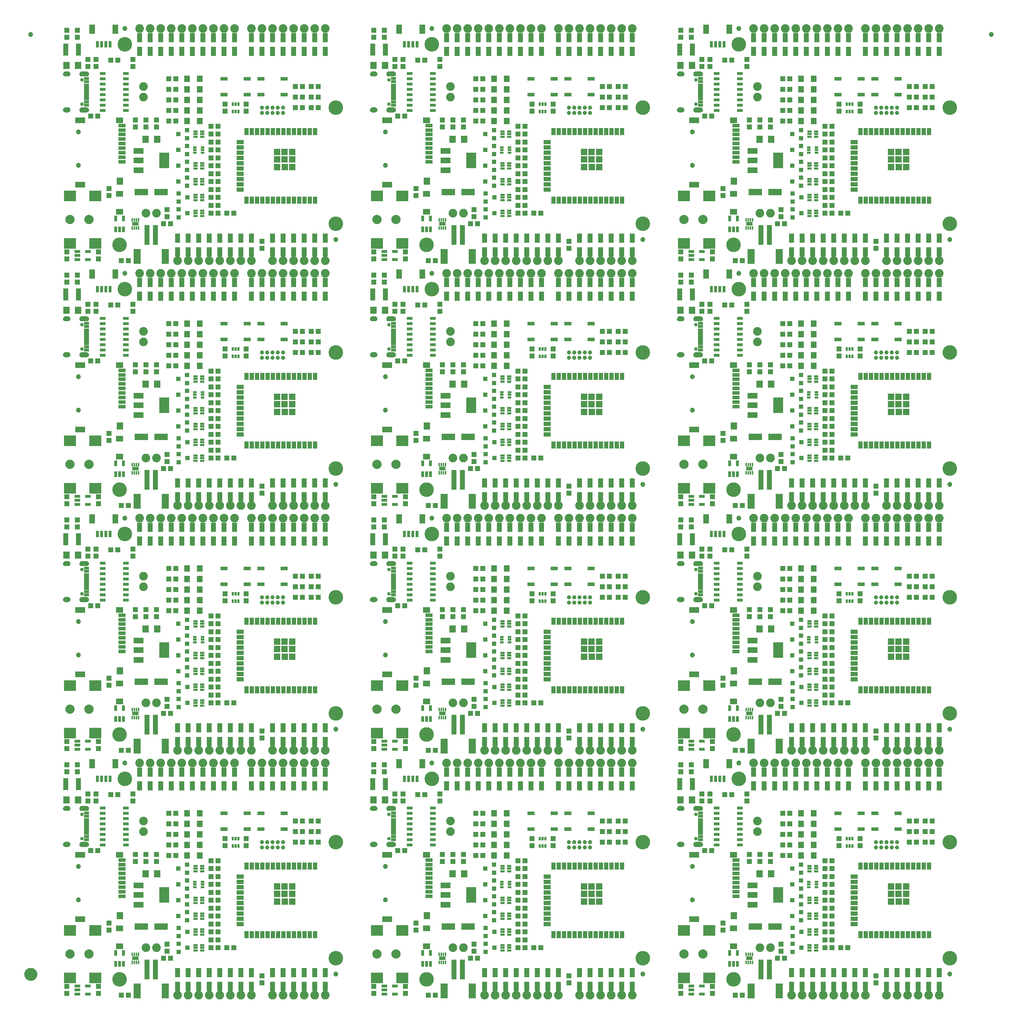
<source format=gts>
G04 EAGLE Gerber RS-274X export*
G75*
%MOMM*%
%FSLAX34Y34*%
%LPD*%
%INSoldermask Top*%
%IPPOS*%
%AMOC8*
5,1,8,0,0,1.08239X$1,22.5*%
G01*
%ADD10R,1.203200X1.303200*%
%ADD11C,3.505200*%
%ADD12R,1.603200X1.803200*%
%ADD13R,1.203200X2.203200*%
%ADD14R,1.200000X2.200000*%
%ADD15R,1.303200X1.203200*%
%ADD16R,1.203200X0.503200*%
%ADD17R,1.203200X0.803200*%
%ADD18C,0.853200*%
%ADD19R,1.403200X0.803200*%
%ADD20R,1.203200X3.003200*%
%ADD21C,2.082800*%
%ADD22C,0.990600*%
%ADD23R,0.503200X0.863200*%
%ADD24R,1.727200X0.965200*%
%ADD25R,1.403200X2.203200*%
%ADD26R,0.803200X1.553200*%
%ADD27R,1.403200X1.603200*%
%ADD28R,1.103200X1.703200*%
%ADD29R,1.703200X1.103200*%
%ADD30R,1.533200X1.533200*%
%ADD31C,1.203200*%
%ADD32R,1.803200X0.903200*%
%ADD33R,2.403200X1.403200*%
%ADD34R,1.803200X1.403200*%
%ADD35R,3.203200X1.603200*%
%ADD36R,1.673200X1.473200*%
%ADD37R,3.003200X2.603200*%
%ADD38C,2.235200*%
%ADD39R,2.438400X1.422400*%
%ADD40R,2.403200X3.803200*%
%ADD41R,1.003200X0.603200*%
%ADD42R,1.103200X1.003200*%
%ADD43R,0.863200X0.503200*%
%ADD44R,1.403200X0.753200*%
%ADD45R,0.753200X1.403200*%
%ADD46R,1.203200X4.803200*%
%ADD47R,1.803200X3.603200*%
%ADD48R,0.440000X0.840000*%
%ADD49R,1.520000X0.940000*%
%ADD50C,1.270000*%
%ADD51C,1.703200*%

G36*
X1538584Y959134D02*
X1538584Y959134D01*
X1538587Y959131D01*
X1539709Y959286D01*
X1539714Y959291D01*
X1539718Y959288D01*
X1540789Y959659D01*
X1540793Y959665D01*
X1540798Y959663D01*
X1541775Y960236D01*
X1541778Y960242D01*
X1541783Y960241D01*
X1542630Y960994D01*
X1542632Y961001D01*
X1542637Y961001D01*
X1543321Y961904D01*
X1543321Y961911D01*
X1543326Y961912D01*
X1543821Y962931D01*
X1543819Y962938D01*
X1543824Y962940D01*
X1544111Y964037D01*
X1544109Y964041D01*
X1544111Y964042D01*
X1544109Y964044D01*
X1544112Y964046D01*
X1544179Y965177D01*
X1544177Y965181D01*
X1544179Y965183D01*
X1544112Y966314D01*
X1544107Y966319D01*
X1544111Y966323D01*
X1543824Y967420D01*
X1543818Y967424D01*
X1543821Y967429D01*
X1543326Y968448D01*
X1543320Y968451D01*
X1543321Y968456D01*
X1542637Y969359D01*
X1542630Y969361D01*
X1542630Y969366D01*
X1541783Y970119D01*
X1541776Y970119D01*
X1541775Y970124D01*
X1540798Y970697D01*
X1540791Y970696D01*
X1540789Y970701D01*
X1539718Y971072D01*
X1539712Y971069D01*
X1539709Y971074D01*
X1538587Y971229D01*
X1538582Y971226D01*
X1538580Y971229D01*
X1526580Y971229D01*
X1526575Y971226D01*
X1526572Y971229D01*
X1525305Y971024D01*
X1525299Y971018D01*
X1525295Y971021D01*
X1524105Y970539D01*
X1524101Y970532D01*
X1524095Y970534D01*
X1523042Y969800D01*
X1523040Y969792D01*
X1523034Y969793D01*
X1522171Y968843D01*
X1522170Y968834D01*
X1522165Y968834D01*
X1521535Y967715D01*
X1521536Y967707D01*
X1521530Y967705D01*
X1521165Y966475D01*
X1521168Y966467D01*
X1521163Y966464D01*
X1521081Y965183D01*
X1521084Y965179D01*
X1521081Y965177D01*
X1521163Y963896D01*
X1521169Y963890D01*
X1521165Y963885D01*
X1521530Y962655D01*
X1521537Y962650D01*
X1521535Y962645D01*
X1522165Y961526D01*
X1522172Y961523D01*
X1522171Y961517D01*
X1523034Y960567D01*
X1523042Y960566D01*
X1523042Y960560D01*
X1524095Y959826D01*
X1524103Y959826D01*
X1524105Y959821D01*
X1525295Y959339D01*
X1525302Y959341D01*
X1525305Y959336D01*
X1526572Y959131D01*
X1526577Y959134D01*
X1526580Y959131D01*
X1538580Y959131D01*
X1538584Y959134D01*
G37*
G36*
X799444Y959134D02*
X799444Y959134D01*
X799447Y959131D01*
X800569Y959286D01*
X800574Y959291D01*
X800578Y959288D01*
X801649Y959659D01*
X801653Y959665D01*
X801658Y959663D01*
X802635Y960236D01*
X802638Y960242D01*
X802643Y960241D01*
X803490Y960994D01*
X803492Y961001D01*
X803497Y961001D01*
X804181Y961904D01*
X804181Y961911D01*
X804186Y961912D01*
X804681Y962931D01*
X804679Y962938D01*
X804684Y962940D01*
X804971Y964037D01*
X804969Y964041D01*
X804971Y964042D01*
X804969Y964044D01*
X804972Y964046D01*
X805039Y965177D01*
X805037Y965181D01*
X805039Y965183D01*
X804972Y966314D01*
X804967Y966319D01*
X804971Y966323D01*
X804684Y967420D01*
X804678Y967424D01*
X804681Y967429D01*
X804186Y968448D01*
X804180Y968451D01*
X804181Y968456D01*
X803497Y969359D01*
X803490Y969361D01*
X803490Y969366D01*
X802643Y970119D01*
X802636Y970119D01*
X802635Y970124D01*
X801658Y970697D01*
X801651Y970696D01*
X801649Y970701D01*
X800578Y971072D01*
X800572Y971069D01*
X800569Y971074D01*
X799447Y971229D01*
X799442Y971226D01*
X799440Y971229D01*
X787440Y971229D01*
X787435Y971226D01*
X787432Y971229D01*
X786165Y971024D01*
X786159Y971018D01*
X786155Y971021D01*
X784965Y970539D01*
X784961Y970532D01*
X784955Y970534D01*
X783902Y969800D01*
X783900Y969792D01*
X783894Y969793D01*
X783031Y968843D01*
X783030Y968834D01*
X783025Y968834D01*
X782395Y967715D01*
X782396Y967707D01*
X782390Y967705D01*
X782025Y966475D01*
X782028Y966467D01*
X782023Y966464D01*
X781941Y965183D01*
X781944Y965179D01*
X781941Y965177D01*
X782023Y963896D01*
X782029Y963890D01*
X782025Y963885D01*
X782390Y962655D01*
X782397Y962650D01*
X782395Y962645D01*
X783025Y961526D01*
X783032Y961523D01*
X783031Y961517D01*
X783894Y960567D01*
X783902Y960566D01*
X783902Y960560D01*
X784955Y959826D01*
X784963Y959826D01*
X784965Y959821D01*
X786155Y959339D01*
X786162Y959341D01*
X786165Y959336D01*
X787432Y959131D01*
X787437Y959134D01*
X787440Y959131D01*
X799440Y959131D01*
X799444Y959134D01*
G37*
G36*
X60304Y1634814D02*
X60304Y1634814D01*
X60307Y1634811D01*
X61429Y1634966D01*
X61434Y1634971D01*
X61438Y1634968D01*
X62509Y1635339D01*
X62513Y1635345D01*
X62518Y1635343D01*
X63495Y1635916D01*
X63498Y1635922D01*
X63503Y1635921D01*
X64350Y1636674D01*
X64352Y1636681D01*
X64357Y1636681D01*
X65041Y1637584D01*
X65041Y1637591D01*
X65046Y1637592D01*
X65541Y1638611D01*
X65539Y1638618D01*
X65544Y1638620D01*
X65831Y1639717D01*
X65829Y1639721D01*
X65831Y1639722D01*
X65829Y1639724D01*
X65832Y1639726D01*
X65899Y1640857D01*
X65897Y1640861D01*
X65899Y1640863D01*
X65832Y1641994D01*
X65827Y1641999D01*
X65831Y1642003D01*
X65544Y1643100D01*
X65538Y1643104D01*
X65541Y1643109D01*
X65046Y1644128D01*
X65040Y1644131D01*
X65041Y1644136D01*
X64357Y1645039D01*
X64350Y1645041D01*
X64350Y1645046D01*
X63503Y1645799D01*
X63496Y1645799D01*
X63495Y1645804D01*
X62518Y1646377D01*
X62511Y1646376D01*
X62509Y1646381D01*
X61438Y1646752D01*
X61432Y1646749D01*
X61429Y1646754D01*
X60307Y1646909D01*
X60302Y1646906D01*
X60300Y1646909D01*
X48300Y1646909D01*
X48295Y1646906D01*
X48292Y1646909D01*
X47025Y1646704D01*
X47019Y1646698D01*
X47015Y1646701D01*
X45825Y1646219D01*
X45821Y1646212D01*
X45815Y1646214D01*
X44762Y1645480D01*
X44760Y1645472D01*
X44754Y1645473D01*
X43891Y1644523D01*
X43890Y1644514D01*
X43885Y1644514D01*
X43255Y1643395D01*
X43256Y1643387D01*
X43250Y1643385D01*
X42885Y1642155D01*
X42888Y1642147D01*
X42883Y1642144D01*
X42801Y1640863D01*
X42804Y1640859D01*
X42801Y1640857D01*
X42883Y1639576D01*
X42889Y1639570D01*
X42885Y1639565D01*
X43250Y1638335D01*
X43257Y1638330D01*
X43255Y1638325D01*
X43885Y1637206D01*
X43892Y1637203D01*
X43891Y1637197D01*
X44754Y1636247D01*
X44762Y1636246D01*
X44762Y1636240D01*
X45815Y1635506D01*
X45823Y1635506D01*
X45825Y1635501D01*
X47015Y1635019D01*
X47022Y1635021D01*
X47025Y1635016D01*
X48292Y1634811D01*
X48297Y1634814D01*
X48300Y1634811D01*
X60300Y1634811D01*
X60304Y1634814D01*
G37*
G36*
X799444Y1634814D02*
X799444Y1634814D01*
X799447Y1634811D01*
X800569Y1634966D01*
X800574Y1634971D01*
X800578Y1634968D01*
X801649Y1635339D01*
X801653Y1635345D01*
X801658Y1635343D01*
X802635Y1635916D01*
X802638Y1635922D01*
X802643Y1635921D01*
X803490Y1636674D01*
X803492Y1636681D01*
X803497Y1636681D01*
X804181Y1637584D01*
X804181Y1637591D01*
X804186Y1637592D01*
X804681Y1638611D01*
X804679Y1638618D01*
X804684Y1638620D01*
X804971Y1639717D01*
X804969Y1639721D01*
X804971Y1639722D01*
X804969Y1639724D01*
X804972Y1639726D01*
X805039Y1640857D01*
X805037Y1640861D01*
X805039Y1640863D01*
X804972Y1641994D01*
X804967Y1641999D01*
X804971Y1642003D01*
X804684Y1643100D01*
X804678Y1643104D01*
X804681Y1643109D01*
X804186Y1644128D01*
X804180Y1644131D01*
X804181Y1644136D01*
X803497Y1645039D01*
X803490Y1645041D01*
X803490Y1645046D01*
X802643Y1645799D01*
X802636Y1645799D01*
X802635Y1645804D01*
X801658Y1646377D01*
X801651Y1646376D01*
X801649Y1646381D01*
X800578Y1646752D01*
X800572Y1646749D01*
X800569Y1646754D01*
X799447Y1646909D01*
X799442Y1646906D01*
X799440Y1646909D01*
X787440Y1646909D01*
X787435Y1646906D01*
X787432Y1646909D01*
X786165Y1646704D01*
X786159Y1646698D01*
X786155Y1646701D01*
X784965Y1646219D01*
X784961Y1646212D01*
X784955Y1646214D01*
X783902Y1645480D01*
X783900Y1645472D01*
X783894Y1645473D01*
X783031Y1644523D01*
X783030Y1644514D01*
X783025Y1644514D01*
X782395Y1643395D01*
X782396Y1643387D01*
X782390Y1643385D01*
X782025Y1642155D01*
X782028Y1642147D01*
X782023Y1642144D01*
X781941Y1640863D01*
X781944Y1640859D01*
X781941Y1640857D01*
X782023Y1639576D01*
X782029Y1639570D01*
X782025Y1639565D01*
X782390Y1638335D01*
X782397Y1638330D01*
X782395Y1638325D01*
X783025Y1637206D01*
X783032Y1637203D01*
X783031Y1637197D01*
X783894Y1636247D01*
X783902Y1636246D01*
X783902Y1636240D01*
X784955Y1635506D01*
X784963Y1635506D01*
X784965Y1635501D01*
X786155Y1635019D01*
X786162Y1635021D01*
X786165Y1635016D01*
X787432Y1634811D01*
X787437Y1634814D01*
X787440Y1634811D01*
X799440Y1634811D01*
X799444Y1634814D01*
G37*
G36*
X1538584Y1634814D02*
X1538584Y1634814D01*
X1538587Y1634811D01*
X1539709Y1634966D01*
X1539714Y1634971D01*
X1539718Y1634968D01*
X1540789Y1635339D01*
X1540793Y1635345D01*
X1540798Y1635343D01*
X1541775Y1635916D01*
X1541778Y1635922D01*
X1541783Y1635921D01*
X1542630Y1636674D01*
X1542632Y1636681D01*
X1542637Y1636681D01*
X1543321Y1637584D01*
X1543321Y1637591D01*
X1543326Y1637592D01*
X1543821Y1638611D01*
X1543819Y1638618D01*
X1543824Y1638620D01*
X1544111Y1639717D01*
X1544109Y1639721D01*
X1544111Y1639722D01*
X1544109Y1639724D01*
X1544112Y1639726D01*
X1544179Y1640857D01*
X1544177Y1640861D01*
X1544179Y1640863D01*
X1544112Y1641994D01*
X1544107Y1641999D01*
X1544111Y1642003D01*
X1543824Y1643100D01*
X1543818Y1643104D01*
X1543821Y1643109D01*
X1543326Y1644128D01*
X1543320Y1644131D01*
X1543321Y1644136D01*
X1542637Y1645039D01*
X1542630Y1645041D01*
X1542630Y1645046D01*
X1541783Y1645799D01*
X1541776Y1645799D01*
X1541775Y1645804D01*
X1540798Y1646377D01*
X1540791Y1646376D01*
X1540789Y1646381D01*
X1539718Y1646752D01*
X1539712Y1646749D01*
X1539709Y1646754D01*
X1538587Y1646909D01*
X1538582Y1646906D01*
X1538580Y1646909D01*
X1526580Y1646909D01*
X1526575Y1646906D01*
X1526572Y1646909D01*
X1525305Y1646704D01*
X1525299Y1646698D01*
X1525295Y1646701D01*
X1524105Y1646219D01*
X1524101Y1646212D01*
X1524095Y1646214D01*
X1523042Y1645480D01*
X1523040Y1645472D01*
X1523034Y1645473D01*
X1522171Y1644523D01*
X1522170Y1644514D01*
X1522165Y1644514D01*
X1521535Y1643395D01*
X1521536Y1643387D01*
X1521530Y1643385D01*
X1521165Y1642155D01*
X1521168Y1642147D01*
X1521163Y1642144D01*
X1521081Y1640863D01*
X1521084Y1640859D01*
X1521081Y1640857D01*
X1521163Y1639576D01*
X1521169Y1639570D01*
X1521165Y1639565D01*
X1521530Y1638335D01*
X1521537Y1638330D01*
X1521535Y1638325D01*
X1522165Y1637206D01*
X1522172Y1637203D01*
X1522171Y1637197D01*
X1523034Y1636247D01*
X1523042Y1636246D01*
X1523042Y1636240D01*
X1524095Y1635506D01*
X1524103Y1635506D01*
X1524105Y1635501D01*
X1525295Y1635019D01*
X1525302Y1635021D01*
X1525305Y1635016D01*
X1526572Y1634811D01*
X1526577Y1634814D01*
X1526580Y1634811D01*
X1538580Y1634811D01*
X1538584Y1634814D01*
G37*
G36*
X60304Y959134D02*
X60304Y959134D01*
X60307Y959131D01*
X61429Y959286D01*
X61434Y959291D01*
X61438Y959288D01*
X62509Y959659D01*
X62513Y959665D01*
X62518Y959663D01*
X63495Y960236D01*
X63498Y960242D01*
X63503Y960241D01*
X64350Y960994D01*
X64352Y961001D01*
X64357Y961001D01*
X65041Y961904D01*
X65041Y961911D01*
X65046Y961912D01*
X65541Y962931D01*
X65539Y962938D01*
X65544Y962940D01*
X65831Y964037D01*
X65829Y964041D01*
X65831Y964042D01*
X65829Y964044D01*
X65832Y964046D01*
X65899Y965177D01*
X65897Y965181D01*
X65899Y965183D01*
X65832Y966314D01*
X65827Y966319D01*
X65831Y966323D01*
X65544Y967420D01*
X65538Y967424D01*
X65541Y967429D01*
X65046Y968448D01*
X65040Y968451D01*
X65041Y968456D01*
X64357Y969359D01*
X64350Y969361D01*
X64350Y969366D01*
X63503Y970119D01*
X63496Y970119D01*
X63495Y970124D01*
X62518Y970697D01*
X62511Y970696D01*
X62509Y970701D01*
X61438Y971072D01*
X61432Y971069D01*
X61429Y971074D01*
X60307Y971229D01*
X60302Y971226D01*
X60300Y971229D01*
X48300Y971229D01*
X48295Y971226D01*
X48292Y971229D01*
X47025Y971024D01*
X47019Y971018D01*
X47015Y971021D01*
X45825Y970539D01*
X45821Y970532D01*
X45815Y970534D01*
X44762Y969800D01*
X44760Y969792D01*
X44754Y969793D01*
X43891Y968843D01*
X43890Y968834D01*
X43885Y968834D01*
X43255Y967715D01*
X43256Y967707D01*
X43250Y967705D01*
X42885Y966475D01*
X42888Y966467D01*
X42883Y966464D01*
X42801Y965183D01*
X42804Y965179D01*
X42801Y965177D01*
X42883Y963896D01*
X42889Y963890D01*
X42885Y963885D01*
X43250Y962655D01*
X43257Y962650D01*
X43255Y962645D01*
X43885Y961526D01*
X43892Y961523D01*
X43891Y961517D01*
X44754Y960567D01*
X44762Y960566D01*
X44762Y960560D01*
X45815Y959826D01*
X45823Y959826D01*
X45825Y959821D01*
X47015Y959339D01*
X47022Y959341D01*
X47025Y959336D01*
X48292Y959131D01*
X48297Y959134D01*
X48300Y959131D01*
X60300Y959131D01*
X60304Y959134D01*
G37*
G36*
X60304Y2224094D02*
X60304Y2224094D01*
X60307Y2224091D01*
X61429Y2224246D01*
X61434Y2224251D01*
X61438Y2224248D01*
X62509Y2224619D01*
X62513Y2224625D01*
X62518Y2224623D01*
X63495Y2225196D01*
X63498Y2225202D01*
X63503Y2225201D01*
X64350Y2225954D01*
X64352Y2225961D01*
X64357Y2225961D01*
X65041Y2226864D01*
X65041Y2226871D01*
X65046Y2226872D01*
X65541Y2227891D01*
X65539Y2227898D01*
X65544Y2227900D01*
X65831Y2228997D01*
X65829Y2229001D01*
X65831Y2229002D01*
X65829Y2229004D01*
X65832Y2229006D01*
X65899Y2230137D01*
X65897Y2230141D01*
X65899Y2230143D01*
X65832Y2231274D01*
X65827Y2231279D01*
X65831Y2231283D01*
X65544Y2232380D01*
X65538Y2232384D01*
X65541Y2232389D01*
X65046Y2233408D01*
X65040Y2233411D01*
X65041Y2233416D01*
X64357Y2234319D01*
X64350Y2234321D01*
X64350Y2234326D01*
X63503Y2235079D01*
X63496Y2235079D01*
X63495Y2235084D01*
X62518Y2235657D01*
X62511Y2235656D01*
X62509Y2235661D01*
X61438Y2236032D01*
X61432Y2236029D01*
X61429Y2236034D01*
X60307Y2236189D01*
X60302Y2236186D01*
X60300Y2236189D01*
X48300Y2236189D01*
X48295Y2236186D01*
X48292Y2236189D01*
X47025Y2235984D01*
X47019Y2235978D01*
X47015Y2235981D01*
X45825Y2235499D01*
X45821Y2235492D01*
X45815Y2235494D01*
X44762Y2234760D01*
X44760Y2234752D01*
X44754Y2234753D01*
X43891Y2233803D01*
X43890Y2233794D01*
X43885Y2233794D01*
X43255Y2232675D01*
X43256Y2232667D01*
X43250Y2232665D01*
X42885Y2231435D01*
X42888Y2231427D01*
X42883Y2231424D01*
X42801Y2230143D01*
X42804Y2230139D01*
X42801Y2230137D01*
X42883Y2228856D01*
X42889Y2228850D01*
X42885Y2228845D01*
X43250Y2227615D01*
X43257Y2227610D01*
X43255Y2227605D01*
X43885Y2226486D01*
X43892Y2226483D01*
X43891Y2226477D01*
X44754Y2225527D01*
X44762Y2225526D01*
X44762Y2225520D01*
X45815Y2224786D01*
X45823Y2224786D01*
X45825Y2224781D01*
X47015Y2224299D01*
X47022Y2224301D01*
X47025Y2224296D01*
X48292Y2224091D01*
X48297Y2224094D01*
X48300Y2224091D01*
X60300Y2224091D01*
X60304Y2224094D01*
G37*
G36*
X1538584Y369854D02*
X1538584Y369854D01*
X1538587Y369851D01*
X1539709Y370006D01*
X1539714Y370011D01*
X1539718Y370008D01*
X1540789Y370379D01*
X1540793Y370385D01*
X1540798Y370383D01*
X1541775Y370956D01*
X1541778Y370962D01*
X1541783Y370961D01*
X1542630Y371714D01*
X1542632Y371721D01*
X1542637Y371721D01*
X1543321Y372624D01*
X1543321Y372631D01*
X1543326Y372632D01*
X1543821Y373651D01*
X1543819Y373658D01*
X1543824Y373660D01*
X1544111Y374757D01*
X1544109Y374761D01*
X1544111Y374762D01*
X1544109Y374764D01*
X1544112Y374766D01*
X1544179Y375897D01*
X1544177Y375901D01*
X1544179Y375903D01*
X1544112Y377034D01*
X1544107Y377039D01*
X1544111Y377043D01*
X1543824Y378140D01*
X1543818Y378144D01*
X1543821Y378149D01*
X1543326Y379168D01*
X1543320Y379171D01*
X1543321Y379176D01*
X1542637Y380079D01*
X1542630Y380081D01*
X1542630Y380086D01*
X1541783Y380839D01*
X1541776Y380839D01*
X1541775Y380844D01*
X1540798Y381417D01*
X1540791Y381416D01*
X1540789Y381421D01*
X1539718Y381792D01*
X1539712Y381789D01*
X1539709Y381794D01*
X1538587Y381949D01*
X1538582Y381946D01*
X1538580Y381949D01*
X1526580Y381949D01*
X1526575Y381946D01*
X1526572Y381949D01*
X1525305Y381744D01*
X1525299Y381738D01*
X1525295Y381741D01*
X1524105Y381259D01*
X1524101Y381252D01*
X1524095Y381254D01*
X1523042Y380520D01*
X1523040Y380512D01*
X1523034Y380513D01*
X1522171Y379563D01*
X1522170Y379554D01*
X1522165Y379554D01*
X1521535Y378435D01*
X1521536Y378427D01*
X1521530Y378425D01*
X1521165Y377195D01*
X1521168Y377187D01*
X1521163Y377184D01*
X1521081Y375903D01*
X1521084Y375899D01*
X1521081Y375897D01*
X1521163Y374616D01*
X1521169Y374610D01*
X1521165Y374605D01*
X1521530Y373375D01*
X1521537Y373370D01*
X1521535Y373365D01*
X1522165Y372246D01*
X1522172Y372243D01*
X1522171Y372237D01*
X1523034Y371287D01*
X1523042Y371286D01*
X1523042Y371280D01*
X1524095Y370546D01*
X1524103Y370546D01*
X1524105Y370541D01*
X1525295Y370059D01*
X1525302Y370061D01*
X1525305Y370056D01*
X1526572Y369851D01*
X1526577Y369854D01*
X1526580Y369851D01*
X1538580Y369851D01*
X1538584Y369854D01*
G37*
G36*
X799444Y2224094D02*
X799444Y2224094D01*
X799447Y2224091D01*
X800569Y2224246D01*
X800574Y2224251D01*
X800578Y2224248D01*
X801649Y2224619D01*
X801653Y2224625D01*
X801658Y2224623D01*
X802635Y2225196D01*
X802638Y2225202D01*
X802643Y2225201D01*
X803490Y2225954D01*
X803492Y2225961D01*
X803497Y2225961D01*
X804181Y2226864D01*
X804181Y2226871D01*
X804186Y2226872D01*
X804681Y2227891D01*
X804679Y2227898D01*
X804684Y2227900D01*
X804971Y2228997D01*
X804969Y2229001D01*
X804971Y2229002D01*
X804969Y2229004D01*
X804972Y2229006D01*
X805039Y2230137D01*
X805037Y2230141D01*
X805039Y2230143D01*
X804972Y2231274D01*
X804967Y2231279D01*
X804971Y2231283D01*
X804684Y2232380D01*
X804678Y2232384D01*
X804681Y2232389D01*
X804186Y2233408D01*
X804180Y2233411D01*
X804181Y2233416D01*
X803497Y2234319D01*
X803490Y2234321D01*
X803490Y2234326D01*
X802643Y2235079D01*
X802636Y2235079D01*
X802635Y2235084D01*
X801658Y2235657D01*
X801651Y2235656D01*
X801649Y2235661D01*
X800578Y2236032D01*
X800572Y2236029D01*
X800569Y2236034D01*
X799447Y2236189D01*
X799442Y2236186D01*
X799440Y2236189D01*
X787440Y2236189D01*
X787435Y2236186D01*
X787432Y2236189D01*
X786165Y2235984D01*
X786159Y2235978D01*
X786155Y2235981D01*
X784965Y2235499D01*
X784961Y2235492D01*
X784955Y2235494D01*
X783902Y2234760D01*
X783900Y2234752D01*
X783894Y2234753D01*
X783031Y2233803D01*
X783030Y2233794D01*
X783025Y2233794D01*
X782395Y2232675D01*
X782396Y2232667D01*
X782390Y2232665D01*
X782025Y2231435D01*
X782028Y2231427D01*
X782023Y2231424D01*
X781941Y2230143D01*
X781944Y2230139D01*
X781941Y2230137D01*
X782023Y2228856D01*
X782029Y2228850D01*
X782025Y2228845D01*
X782390Y2227615D01*
X782397Y2227610D01*
X782395Y2227605D01*
X783025Y2226486D01*
X783032Y2226483D01*
X783031Y2226477D01*
X783894Y2225527D01*
X783902Y2225526D01*
X783902Y2225520D01*
X784955Y2224786D01*
X784963Y2224786D01*
X784965Y2224781D01*
X786155Y2224299D01*
X786162Y2224301D01*
X786165Y2224296D01*
X787432Y2224091D01*
X787437Y2224094D01*
X787440Y2224091D01*
X799440Y2224091D01*
X799444Y2224094D01*
G37*
G36*
X1538584Y2224094D02*
X1538584Y2224094D01*
X1538587Y2224091D01*
X1539709Y2224246D01*
X1539714Y2224251D01*
X1539718Y2224248D01*
X1540789Y2224619D01*
X1540793Y2224625D01*
X1540798Y2224623D01*
X1541775Y2225196D01*
X1541778Y2225202D01*
X1541783Y2225201D01*
X1542630Y2225954D01*
X1542632Y2225961D01*
X1542637Y2225961D01*
X1543321Y2226864D01*
X1543321Y2226871D01*
X1543326Y2226872D01*
X1543821Y2227891D01*
X1543819Y2227898D01*
X1543824Y2227900D01*
X1544111Y2228997D01*
X1544109Y2229001D01*
X1544111Y2229002D01*
X1544109Y2229004D01*
X1544112Y2229006D01*
X1544179Y2230137D01*
X1544177Y2230141D01*
X1544179Y2230143D01*
X1544112Y2231274D01*
X1544107Y2231279D01*
X1544111Y2231283D01*
X1543824Y2232380D01*
X1543818Y2232384D01*
X1543821Y2232389D01*
X1543326Y2233408D01*
X1543320Y2233411D01*
X1543321Y2233416D01*
X1542637Y2234319D01*
X1542630Y2234321D01*
X1542630Y2234326D01*
X1541783Y2235079D01*
X1541776Y2235079D01*
X1541775Y2235084D01*
X1540798Y2235657D01*
X1540791Y2235656D01*
X1540789Y2235661D01*
X1539718Y2236032D01*
X1539712Y2236029D01*
X1539709Y2236034D01*
X1538587Y2236189D01*
X1538582Y2236186D01*
X1538580Y2236189D01*
X1526580Y2236189D01*
X1526575Y2236186D01*
X1526572Y2236189D01*
X1525305Y2235984D01*
X1525299Y2235978D01*
X1525295Y2235981D01*
X1524105Y2235499D01*
X1524101Y2235492D01*
X1524095Y2235494D01*
X1523042Y2234760D01*
X1523040Y2234752D01*
X1523034Y2234753D01*
X1522171Y2233803D01*
X1522170Y2233794D01*
X1522165Y2233794D01*
X1521535Y2232675D01*
X1521536Y2232667D01*
X1521530Y2232665D01*
X1521165Y2231435D01*
X1521168Y2231427D01*
X1521163Y2231424D01*
X1521081Y2230143D01*
X1521084Y2230139D01*
X1521081Y2230137D01*
X1521163Y2228856D01*
X1521169Y2228850D01*
X1521165Y2228845D01*
X1521530Y2227615D01*
X1521537Y2227610D01*
X1521535Y2227605D01*
X1522165Y2226486D01*
X1522172Y2226483D01*
X1522171Y2226477D01*
X1523034Y2225527D01*
X1523042Y2225526D01*
X1523042Y2225520D01*
X1524095Y2224786D01*
X1524103Y2224786D01*
X1524105Y2224781D01*
X1525295Y2224299D01*
X1525302Y2224301D01*
X1525305Y2224296D01*
X1526572Y2224091D01*
X1526577Y2224094D01*
X1526580Y2224091D01*
X1538580Y2224091D01*
X1538584Y2224094D01*
G37*
G36*
X1538584Y456254D02*
X1538584Y456254D01*
X1538587Y456251D01*
X1539709Y456406D01*
X1539714Y456411D01*
X1539718Y456408D01*
X1540789Y456779D01*
X1540793Y456785D01*
X1540798Y456783D01*
X1541775Y457356D01*
X1541778Y457362D01*
X1541783Y457361D01*
X1542630Y458114D01*
X1542632Y458121D01*
X1542637Y458121D01*
X1543321Y459024D01*
X1543321Y459031D01*
X1543326Y459032D01*
X1543821Y460051D01*
X1543819Y460058D01*
X1543824Y460060D01*
X1544111Y461157D01*
X1544109Y461161D01*
X1544111Y461162D01*
X1544109Y461164D01*
X1544112Y461166D01*
X1544179Y462297D01*
X1544177Y462301D01*
X1544179Y462303D01*
X1544112Y463434D01*
X1544107Y463439D01*
X1544111Y463443D01*
X1543824Y464540D01*
X1543818Y464544D01*
X1543821Y464549D01*
X1543326Y465568D01*
X1543320Y465571D01*
X1543321Y465576D01*
X1542637Y466479D01*
X1542630Y466481D01*
X1542630Y466486D01*
X1541783Y467239D01*
X1541776Y467239D01*
X1541775Y467244D01*
X1540798Y467817D01*
X1540791Y467816D01*
X1540789Y467821D01*
X1539718Y468192D01*
X1539712Y468189D01*
X1539709Y468194D01*
X1538587Y468349D01*
X1538582Y468346D01*
X1538580Y468349D01*
X1526580Y468349D01*
X1526575Y468346D01*
X1526572Y468349D01*
X1525305Y468144D01*
X1525299Y468138D01*
X1525295Y468141D01*
X1524105Y467659D01*
X1524101Y467652D01*
X1524095Y467654D01*
X1523042Y466920D01*
X1523040Y466912D01*
X1523034Y466913D01*
X1522171Y465963D01*
X1522170Y465954D01*
X1522165Y465954D01*
X1521535Y464835D01*
X1521536Y464827D01*
X1521530Y464825D01*
X1521165Y463595D01*
X1521168Y463587D01*
X1521163Y463584D01*
X1521081Y462303D01*
X1521084Y462299D01*
X1521081Y462297D01*
X1521163Y461016D01*
X1521169Y461010D01*
X1521165Y461005D01*
X1521530Y459775D01*
X1521537Y459770D01*
X1521535Y459765D01*
X1522165Y458646D01*
X1522172Y458643D01*
X1522171Y458637D01*
X1523034Y457687D01*
X1523042Y457686D01*
X1523042Y457680D01*
X1524095Y456946D01*
X1524103Y456946D01*
X1524105Y456941D01*
X1525295Y456459D01*
X1525302Y456461D01*
X1525305Y456456D01*
X1526572Y456251D01*
X1526577Y456254D01*
X1526580Y456251D01*
X1538580Y456251D01*
X1538584Y456254D01*
G37*
G36*
X799444Y456254D02*
X799444Y456254D01*
X799447Y456251D01*
X800569Y456406D01*
X800574Y456411D01*
X800578Y456408D01*
X801649Y456779D01*
X801653Y456785D01*
X801658Y456783D01*
X802635Y457356D01*
X802638Y457362D01*
X802643Y457361D01*
X803490Y458114D01*
X803492Y458121D01*
X803497Y458121D01*
X804181Y459024D01*
X804181Y459031D01*
X804186Y459032D01*
X804681Y460051D01*
X804679Y460058D01*
X804684Y460060D01*
X804971Y461157D01*
X804969Y461161D01*
X804971Y461162D01*
X804969Y461164D01*
X804972Y461166D01*
X805039Y462297D01*
X805037Y462301D01*
X805039Y462303D01*
X804972Y463434D01*
X804967Y463439D01*
X804971Y463443D01*
X804684Y464540D01*
X804678Y464544D01*
X804681Y464549D01*
X804186Y465568D01*
X804180Y465571D01*
X804181Y465576D01*
X803497Y466479D01*
X803490Y466481D01*
X803490Y466486D01*
X802643Y467239D01*
X802636Y467239D01*
X802635Y467244D01*
X801658Y467817D01*
X801651Y467816D01*
X801649Y467821D01*
X800578Y468192D01*
X800572Y468189D01*
X800569Y468194D01*
X799447Y468349D01*
X799442Y468346D01*
X799440Y468349D01*
X787440Y468349D01*
X787435Y468346D01*
X787432Y468349D01*
X786165Y468144D01*
X786159Y468138D01*
X786155Y468141D01*
X784965Y467659D01*
X784961Y467652D01*
X784955Y467654D01*
X783902Y466920D01*
X783900Y466912D01*
X783894Y466913D01*
X783031Y465963D01*
X783030Y465954D01*
X783025Y465954D01*
X782395Y464835D01*
X782396Y464827D01*
X782390Y464825D01*
X782025Y463595D01*
X782028Y463587D01*
X782023Y463584D01*
X781941Y462303D01*
X781944Y462299D01*
X781941Y462297D01*
X782023Y461016D01*
X782029Y461010D01*
X782025Y461005D01*
X782390Y459775D01*
X782397Y459770D01*
X782395Y459765D01*
X783025Y458646D01*
X783032Y458643D01*
X783031Y458637D01*
X783894Y457687D01*
X783902Y457686D01*
X783902Y457680D01*
X784955Y456946D01*
X784963Y456946D01*
X784965Y456941D01*
X786155Y456459D01*
X786162Y456461D01*
X786165Y456456D01*
X787432Y456251D01*
X787437Y456254D01*
X787440Y456251D01*
X799440Y456251D01*
X799444Y456254D01*
G37*
G36*
X60304Y1548414D02*
X60304Y1548414D01*
X60307Y1548411D01*
X61429Y1548566D01*
X61434Y1548571D01*
X61438Y1548568D01*
X62509Y1548939D01*
X62513Y1548945D01*
X62518Y1548943D01*
X63495Y1549516D01*
X63498Y1549522D01*
X63503Y1549521D01*
X64350Y1550274D01*
X64352Y1550281D01*
X64357Y1550281D01*
X65041Y1551184D01*
X65041Y1551191D01*
X65046Y1551192D01*
X65541Y1552211D01*
X65539Y1552218D01*
X65544Y1552220D01*
X65831Y1553317D01*
X65829Y1553321D01*
X65831Y1553322D01*
X65829Y1553324D01*
X65832Y1553326D01*
X65899Y1554457D01*
X65897Y1554461D01*
X65899Y1554463D01*
X65832Y1555594D01*
X65827Y1555599D01*
X65831Y1555603D01*
X65544Y1556700D01*
X65538Y1556704D01*
X65541Y1556709D01*
X65046Y1557728D01*
X65040Y1557731D01*
X65041Y1557736D01*
X64357Y1558639D01*
X64350Y1558641D01*
X64350Y1558646D01*
X63503Y1559399D01*
X63496Y1559399D01*
X63495Y1559404D01*
X62518Y1559977D01*
X62511Y1559976D01*
X62509Y1559981D01*
X61438Y1560352D01*
X61432Y1560349D01*
X61429Y1560354D01*
X60307Y1560509D01*
X60302Y1560506D01*
X60300Y1560509D01*
X48300Y1560509D01*
X48295Y1560506D01*
X48292Y1560509D01*
X47025Y1560304D01*
X47019Y1560298D01*
X47015Y1560301D01*
X45825Y1559819D01*
X45821Y1559812D01*
X45815Y1559814D01*
X44762Y1559080D01*
X44760Y1559072D01*
X44754Y1559073D01*
X43891Y1558123D01*
X43890Y1558114D01*
X43885Y1558114D01*
X43255Y1556995D01*
X43256Y1556987D01*
X43250Y1556985D01*
X42885Y1555755D01*
X42888Y1555747D01*
X42883Y1555744D01*
X42801Y1554463D01*
X42804Y1554459D01*
X42801Y1554457D01*
X42883Y1553176D01*
X42889Y1553170D01*
X42885Y1553165D01*
X43250Y1551935D01*
X43257Y1551930D01*
X43255Y1551925D01*
X43885Y1550806D01*
X43892Y1550803D01*
X43891Y1550797D01*
X44754Y1549847D01*
X44762Y1549846D01*
X44762Y1549840D01*
X45815Y1549106D01*
X45823Y1549106D01*
X45825Y1549101D01*
X47015Y1548619D01*
X47022Y1548621D01*
X47025Y1548616D01*
X48292Y1548411D01*
X48297Y1548414D01*
X48300Y1548411D01*
X60300Y1548411D01*
X60304Y1548414D01*
G37*
G36*
X60304Y456254D02*
X60304Y456254D01*
X60307Y456251D01*
X61429Y456406D01*
X61434Y456411D01*
X61438Y456408D01*
X62509Y456779D01*
X62513Y456785D01*
X62518Y456783D01*
X63495Y457356D01*
X63498Y457362D01*
X63503Y457361D01*
X64350Y458114D01*
X64352Y458121D01*
X64357Y458121D01*
X65041Y459024D01*
X65041Y459031D01*
X65046Y459032D01*
X65541Y460051D01*
X65539Y460058D01*
X65544Y460060D01*
X65831Y461157D01*
X65829Y461161D01*
X65831Y461162D01*
X65829Y461164D01*
X65832Y461166D01*
X65899Y462297D01*
X65897Y462301D01*
X65899Y462303D01*
X65832Y463434D01*
X65827Y463439D01*
X65831Y463443D01*
X65544Y464540D01*
X65538Y464544D01*
X65541Y464549D01*
X65046Y465568D01*
X65040Y465571D01*
X65041Y465576D01*
X64357Y466479D01*
X64350Y466481D01*
X64350Y466486D01*
X63503Y467239D01*
X63496Y467239D01*
X63495Y467244D01*
X62518Y467817D01*
X62511Y467816D01*
X62509Y467821D01*
X61438Y468192D01*
X61432Y468189D01*
X61429Y468194D01*
X60307Y468349D01*
X60302Y468346D01*
X60300Y468349D01*
X48300Y468349D01*
X48295Y468346D01*
X48292Y468349D01*
X47025Y468144D01*
X47019Y468138D01*
X47015Y468141D01*
X45825Y467659D01*
X45821Y467652D01*
X45815Y467654D01*
X44762Y466920D01*
X44760Y466912D01*
X44754Y466913D01*
X43891Y465963D01*
X43890Y465954D01*
X43885Y465954D01*
X43255Y464835D01*
X43256Y464827D01*
X43250Y464825D01*
X42885Y463595D01*
X42888Y463587D01*
X42883Y463584D01*
X42801Y462303D01*
X42804Y462299D01*
X42801Y462297D01*
X42883Y461016D01*
X42889Y461010D01*
X42885Y461005D01*
X43250Y459775D01*
X43257Y459770D01*
X43255Y459765D01*
X43885Y458646D01*
X43892Y458643D01*
X43891Y458637D01*
X44754Y457687D01*
X44762Y457686D01*
X44762Y457680D01*
X45815Y456946D01*
X45823Y456946D01*
X45825Y456941D01*
X47015Y456459D01*
X47022Y456461D01*
X47025Y456456D01*
X48292Y456251D01*
X48297Y456254D01*
X48300Y456251D01*
X60300Y456251D01*
X60304Y456254D01*
G37*
G36*
X799444Y2137694D02*
X799444Y2137694D01*
X799447Y2137691D01*
X800569Y2137846D01*
X800574Y2137851D01*
X800578Y2137848D01*
X801649Y2138219D01*
X801653Y2138225D01*
X801658Y2138223D01*
X802635Y2138796D01*
X802638Y2138802D01*
X802643Y2138801D01*
X803490Y2139554D01*
X803492Y2139561D01*
X803497Y2139561D01*
X804181Y2140464D01*
X804181Y2140471D01*
X804186Y2140472D01*
X804681Y2141491D01*
X804679Y2141498D01*
X804684Y2141500D01*
X804971Y2142597D01*
X804969Y2142601D01*
X804971Y2142602D01*
X804969Y2142604D01*
X804972Y2142606D01*
X805039Y2143737D01*
X805037Y2143741D01*
X805039Y2143743D01*
X804972Y2144874D01*
X804967Y2144879D01*
X804971Y2144883D01*
X804684Y2145980D01*
X804678Y2145984D01*
X804681Y2145989D01*
X804186Y2147008D01*
X804180Y2147011D01*
X804181Y2147016D01*
X803497Y2147919D01*
X803490Y2147921D01*
X803490Y2147926D01*
X802643Y2148679D01*
X802636Y2148679D01*
X802635Y2148684D01*
X801658Y2149257D01*
X801651Y2149256D01*
X801649Y2149261D01*
X800578Y2149632D01*
X800572Y2149629D01*
X800569Y2149634D01*
X799447Y2149789D01*
X799442Y2149786D01*
X799440Y2149789D01*
X787440Y2149789D01*
X787435Y2149786D01*
X787432Y2149789D01*
X786165Y2149584D01*
X786159Y2149578D01*
X786155Y2149581D01*
X784965Y2149099D01*
X784961Y2149092D01*
X784955Y2149094D01*
X783902Y2148360D01*
X783900Y2148352D01*
X783894Y2148353D01*
X783031Y2147403D01*
X783030Y2147394D01*
X783025Y2147394D01*
X782395Y2146275D01*
X782396Y2146267D01*
X782390Y2146265D01*
X782025Y2145035D01*
X782028Y2145027D01*
X782023Y2145024D01*
X781941Y2143743D01*
X781944Y2143739D01*
X781941Y2143737D01*
X782023Y2142456D01*
X782029Y2142450D01*
X782025Y2142445D01*
X782390Y2141215D01*
X782397Y2141210D01*
X782395Y2141205D01*
X783025Y2140086D01*
X783032Y2140083D01*
X783031Y2140077D01*
X783894Y2139127D01*
X783902Y2139126D01*
X783902Y2139120D01*
X784955Y2138386D01*
X784963Y2138386D01*
X784965Y2138381D01*
X786155Y2137899D01*
X786162Y2137901D01*
X786165Y2137896D01*
X787432Y2137691D01*
X787437Y2137694D01*
X787440Y2137691D01*
X799440Y2137691D01*
X799444Y2137694D01*
G37*
G36*
X60304Y2137694D02*
X60304Y2137694D01*
X60307Y2137691D01*
X61429Y2137846D01*
X61434Y2137851D01*
X61438Y2137848D01*
X62509Y2138219D01*
X62513Y2138225D01*
X62518Y2138223D01*
X63495Y2138796D01*
X63498Y2138802D01*
X63503Y2138801D01*
X64350Y2139554D01*
X64352Y2139561D01*
X64357Y2139561D01*
X65041Y2140464D01*
X65041Y2140471D01*
X65046Y2140472D01*
X65541Y2141491D01*
X65539Y2141498D01*
X65544Y2141500D01*
X65831Y2142597D01*
X65829Y2142601D01*
X65831Y2142602D01*
X65829Y2142604D01*
X65832Y2142606D01*
X65899Y2143737D01*
X65897Y2143741D01*
X65899Y2143743D01*
X65832Y2144874D01*
X65827Y2144879D01*
X65831Y2144883D01*
X65544Y2145980D01*
X65538Y2145984D01*
X65541Y2145989D01*
X65046Y2147008D01*
X65040Y2147011D01*
X65041Y2147016D01*
X64357Y2147919D01*
X64350Y2147921D01*
X64350Y2147926D01*
X63503Y2148679D01*
X63496Y2148679D01*
X63495Y2148684D01*
X62518Y2149257D01*
X62511Y2149256D01*
X62509Y2149261D01*
X61438Y2149632D01*
X61432Y2149629D01*
X61429Y2149634D01*
X60307Y2149789D01*
X60302Y2149786D01*
X60300Y2149789D01*
X48300Y2149789D01*
X48295Y2149786D01*
X48292Y2149789D01*
X47025Y2149584D01*
X47019Y2149578D01*
X47015Y2149581D01*
X45825Y2149099D01*
X45821Y2149092D01*
X45815Y2149094D01*
X44762Y2148360D01*
X44760Y2148352D01*
X44754Y2148353D01*
X43891Y2147403D01*
X43890Y2147394D01*
X43885Y2147394D01*
X43255Y2146275D01*
X43256Y2146267D01*
X43250Y2146265D01*
X42885Y2145035D01*
X42888Y2145027D01*
X42883Y2145024D01*
X42801Y2143743D01*
X42804Y2143739D01*
X42801Y2143737D01*
X42883Y2142456D01*
X42889Y2142450D01*
X42885Y2142445D01*
X43250Y2141215D01*
X43257Y2141210D01*
X43255Y2141205D01*
X43885Y2140086D01*
X43892Y2140083D01*
X43891Y2140077D01*
X44754Y2139127D01*
X44762Y2139126D01*
X44762Y2139120D01*
X45815Y2138386D01*
X45823Y2138386D01*
X45825Y2138381D01*
X47015Y2137899D01*
X47022Y2137901D01*
X47025Y2137896D01*
X48292Y2137691D01*
X48297Y2137694D01*
X48300Y2137691D01*
X60300Y2137691D01*
X60304Y2137694D01*
G37*
G36*
X1538584Y2137694D02*
X1538584Y2137694D01*
X1538587Y2137691D01*
X1539709Y2137846D01*
X1539714Y2137851D01*
X1539718Y2137848D01*
X1540789Y2138219D01*
X1540793Y2138225D01*
X1540798Y2138223D01*
X1541775Y2138796D01*
X1541778Y2138802D01*
X1541783Y2138801D01*
X1542630Y2139554D01*
X1542632Y2139561D01*
X1542637Y2139561D01*
X1543321Y2140464D01*
X1543321Y2140471D01*
X1543326Y2140472D01*
X1543821Y2141491D01*
X1543819Y2141498D01*
X1543824Y2141500D01*
X1544111Y2142597D01*
X1544109Y2142601D01*
X1544111Y2142602D01*
X1544109Y2142604D01*
X1544112Y2142606D01*
X1544179Y2143737D01*
X1544177Y2143741D01*
X1544179Y2143743D01*
X1544112Y2144874D01*
X1544107Y2144879D01*
X1544111Y2144883D01*
X1543824Y2145980D01*
X1543818Y2145984D01*
X1543821Y2145989D01*
X1543326Y2147008D01*
X1543320Y2147011D01*
X1543321Y2147016D01*
X1542637Y2147919D01*
X1542630Y2147921D01*
X1542630Y2147926D01*
X1541783Y2148679D01*
X1541776Y2148679D01*
X1541775Y2148684D01*
X1540798Y2149257D01*
X1540791Y2149256D01*
X1540789Y2149261D01*
X1539718Y2149632D01*
X1539712Y2149629D01*
X1539709Y2149634D01*
X1538587Y2149789D01*
X1538582Y2149786D01*
X1538580Y2149789D01*
X1526580Y2149789D01*
X1526575Y2149786D01*
X1526572Y2149789D01*
X1525305Y2149584D01*
X1525299Y2149578D01*
X1525295Y2149581D01*
X1524105Y2149099D01*
X1524101Y2149092D01*
X1524095Y2149094D01*
X1523042Y2148360D01*
X1523040Y2148352D01*
X1523034Y2148353D01*
X1522171Y2147403D01*
X1522170Y2147394D01*
X1522165Y2147394D01*
X1521535Y2146275D01*
X1521536Y2146267D01*
X1521530Y2146265D01*
X1521165Y2145035D01*
X1521168Y2145027D01*
X1521163Y2145024D01*
X1521081Y2143743D01*
X1521084Y2143739D01*
X1521081Y2143737D01*
X1521163Y2142456D01*
X1521169Y2142450D01*
X1521165Y2142445D01*
X1521530Y2141215D01*
X1521537Y2141210D01*
X1521535Y2141205D01*
X1522165Y2140086D01*
X1522172Y2140083D01*
X1522171Y2140077D01*
X1523034Y2139127D01*
X1523042Y2139126D01*
X1523042Y2139120D01*
X1524095Y2138386D01*
X1524103Y2138386D01*
X1524105Y2138381D01*
X1525295Y2137899D01*
X1525302Y2137901D01*
X1525305Y2137896D01*
X1526572Y2137691D01*
X1526577Y2137694D01*
X1526580Y2137691D01*
X1538580Y2137691D01*
X1538584Y2137694D01*
G37*
G36*
X1538584Y1548414D02*
X1538584Y1548414D01*
X1538587Y1548411D01*
X1539709Y1548566D01*
X1539714Y1548571D01*
X1539718Y1548568D01*
X1540789Y1548939D01*
X1540793Y1548945D01*
X1540798Y1548943D01*
X1541775Y1549516D01*
X1541778Y1549522D01*
X1541783Y1549521D01*
X1542630Y1550274D01*
X1542632Y1550281D01*
X1542637Y1550281D01*
X1543321Y1551184D01*
X1543321Y1551191D01*
X1543326Y1551192D01*
X1543821Y1552211D01*
X1543819Y1552218D01*
X1543824Y1552220D01*
X1544111Y1553317D01*
X1544109Y1553321D01*
X1544111Y1553322D01*
X1544109Y1553324D01*
X1544112Y1553326D01*
X1544179Y1554457D01*
X1544177Y1554461D01*
X1544179Y1554463D01*
X1544112Y1555594D01*
X1544107Y1555599D01*
X1544111Y1555603D01*
X1543824Y1556700D01*
X1543818Y1556704D01*
X1543821Y1556709D01*
X1543326Y1557728D01*
X1543320Y1557731D01*
X1543321Y1557736D01*
X1542637Y1558639D01*
X1542630Y1558641D01*
X1542630Y1558646D01*
X1541783Y1559399D01*
X1541776Y1559399D01*
X1541775Y1559404D01*
X1540798Y1559977D01*
X1540791Y1559976D01*
X1540789Y1559981D01*
X1539718Y1560352D01*
X1539712Y1560349D01*
X1539709Y1560354D01*
X1538587Y1560509D01*
X1538582Y1560506D01*
X1538580Y1560509D01*
X1526580Y1560509D01*
X1526575Y1560506D01*
X1526572Y1560509D01*
X1525305Y1560304D01*
X1525299Y1560298D01*
X1525295Y1560301D01*
X1524105Y1559819D01*
X1524101Y1559812D01*
X1524095Y1559814D01*
X1523042Y1559080D01*
X1523040Y1559072D01*
X1523034Y1559073D01*
X1522171Y1558123D01*
X1522170Y1558114D01*
X1522165Y1558114D01*
X1521535Y1556995D01*
X1521536Y1556987D01*
X1521530Y1556985D01*
X1521165Y1555755D01*
X1521168Y1555747D01*
X1521163Y1555744D01*
X1521081Y1554463D01*
X1521084Y1554459D01*
X1521081Y1554457D01*
X1521163Y1553176D01*
X1521169Y1553170D01*
X1521165Y1553165D01*
X1521530Y1551935D01*
X1521537Y1551930D01*
X1521535Y1551925D01*
X1522165Y1550806D01*
X1522172Y1550803D01*
X1522171Y1550797D01*
X1523034Y1549847D01*
X1523042Y1549846D01*
X1523042Y1549840D01*
X1524095Y1549106D01*
X1524103Y1549106D01*
X1524105Y1549101D01*
X1525295Y1548619D01*
X1525302Y1548621D01*
X1525305Y1548616D01*
X1526572Y1548411D01*
X1526577Y1548414D01*
X1526580Y1548411D01*
X1538580Y1548411D01*
X1538584Y1548414D01*
G37*
G36*
X799444Y1045534D02*
X799444Y1045534D01*
X799447Y1045531D01*
X800569Y1045686D01*
X800574Y1045691D01*
X800578Y1045688D01*
X801649Y1046059D01*
X801653Y1046065D01*
X801658Y1046063D01*
X802635Y1046636D01*
X802638Y1046642D01*
X802643Y1046641D01*
X803490Y1047394D01*
X803492Y1047401D01*
X803497Y1047401D01*
X804181Y1048304D01*
X804181Y1048311D01*
X804186Y1048312D01*
X804681Y1049331D01*
X804679Y1049338D01*
X804684Y1049340D01*
X804971Y1050437D01*
X804969Y1050441D01*
X804971Y1050442D01*
X804969Y1050444D01*
X804972Y1050446D01*
X805039Y1051577D01*
X805037Y1051581D01*
X805039Y1051583D01*
X804972Y1052714D01*
X804967Y1052719D01*
X804971Y1052723D01*
X804684Y1053820D01*
X804678Y1053824D01*
X804681Y1053829D01*
X804186Y1054848D01*
X804180Y1054851D01*
X804181Y1054856D01*
X803497Y1055759D01*
X803490Y1055761D01*
X803490Y1055766D01*
X802643Y1056519D01*
X802636Y1056519D01*
X802635Y1056524D01*
X801658Y1057097D01*
X801651Y1057096D01*
X801649Y1057101D01*
X800578Y1057472D01*
X800572Y1057469D01*
X800569Y1057474D01*
X799447Y1057629D01*
X799442Y1057626D01*
X799440Y1057629D01*
X787440Y1057629D01*
X787435Y1057626D01*
X787432Y1057629D01*
X786165Y1057424D01*
X786159Y1057418D01*
X786155Y1057421D01*
X784965Y1056939D01*
X784961Y1056932D01*
X784955Y1056934D01*
X783902Y1056200D01*
X783900Y1056192D01*
X783894Y1056193D01*
X783031Y1055243D01*
X783030Y1055234D01*
X783025Y1055234D01*
X782395Y1054115D01*
X782396Y1054107D01*
X782390Y1054105D01*
X782025Y1052875D01*
X782028Y1052867D01*
X782023Y1052864D01*
X781941Y1051583D01*
X781944Y1051579D01*
X781941Y1051577D01*
X782023Y1050296D01*
X782029Y1050290D01*
X782025Y1050285D01*
X782390Y1049055D01*
X782397Y1049050D01*
X782395Y1049045D01*
X783025Y1047926D01*
X783032Y1047923D01*
X783031Y1047917D01*
X783894Y1046967D01*
X783902Y1046966D01*
X783902Y1046960D01*
X784955Y1046226D01*
X784963Y1046226D01*
X784965Y1046221D01*
X786155Y1045739D01*
X786162Y1045741D01*
X786165Y1045736D01*
X787432Y1045531D01*
X787437Y1045534D01*
X787440Y1045531D01*
X799440Y1045531D01*
X799444Y1045534D01*
G37*
G36*
X799444Y1548414D02*
X799444Y1548414D01*
X799447Y1548411D01*
X800569Y1548566D01*
X800574Y1548571D01*
X800578Y1548568D01*
X801649Y1548939D01*
X801653Y1548945D01*
X801658Y1548943D01*
X802635Y1549516D01*
X802638Y1549522D01*
X802643Y1549521D01*
X803490Y1550274D01*
X803492Y1550281D01*
X803497Y1550281D01*
X804181Y1551184D01*
X804181Y1551191D01*
X804186Y1551192D01*
X804681Y1552211D01*
X804679Y1552218D01*
X804684Y1552220D01*
X804971Y1553317D01*
X804969Y1553321D01*
X804971Y1553322D01*
X804969Y1553324D01*
X804972Y1553326D01*
X805039Y1554457D01*
X805037Y1554461D01*
X805039Y1554463D01*
X804972Y1555594D01*
X804967Y1555599D01*
X804971Y1555603D01*
X804684Y1556700D01*
X804678Y1556704D01*
X804681Y1556709D01*
X804186Y1557728D01*
X804180Y1557731D01*
X804181Y1557736D01*
X803497Y1558639D01*
X803490Y1558641D01*
X803490Y1558646D01*
X802643Y1559399D01*
X802636Y1559399D01*
X802635Y1559404D01*
X801658Y1559977D01*
X801651Y1559976D01*
X801649Y1559981D01*
X800578Y1560352D01*
X800572Y1560349D01*
X800569Y1560354D01*
X799447Y1560509D01*
X799442Y1560506D01*
X799440Y1560509D01*
X787440Y1560509D01*
X787435Y1560506D01*
X787432Y1560509D01*
X786165Y1560304D01*
X786159Y1560298D01*
X786155Y1560301D01*
X784965Y1559819D01*
X784961Y1559812D01*
X784955Y1559814D01*
X783902Y1559080D01*
X783900Y1559072D01*
X783894Y1559073D01*
X783031Y1558123D01*
X783030Y1558114D01*
X783025Y1558114D01*
X782395Y1556995D01*
X782396Y1556987D01*
X782390Y1556985D01*
X782025Y1555755D01*
X782028Y1555747D01*
X782023Y1555744D01*
X781941Y1554463D01*
X781944Y1554459D01*
X781941Y1554457D01*
X782023Y1553176D01*
X782029Y1553170D01*
X782025Y1553165D01*
X782390Y1551935D01*
X782397Y1551930D01*
X782395Y1551925D01*
X783025Y1550806D01*
X783032Y1550803D01*
X783031Y1550797D01*
X783894Y1549847D01*
X783902Y1549846D01*
X783902Y1549840D01*
X784955Y1549106D01*
X784963Y1549106D01*
X784965Y1549101D01*
X786155Y1548619D01*
X786162Y1548621D01*
X786165Y1548616D01*
X787432Y1548411D01*
X787437Y1548414D01*
X787440Y1548411D01*
X799440Y1548411D01*
X799444Y1548414D01*
G37*
G36*
X60304Y1045534D02*
X60304Y1045534D01*
X60307Y1045531D01*
X61429Y1045686D01*
X61434Y1045691D01*
X61438Y1045688D01*
X62509Y1046059D01*
X62513Y1046065D01*
X62518Y1046063D01*
X63495Y1046636D01*
X63498Y1046642D01*
X63503Y1046641D01*
X64350Y1047394D01*
X64352Y1047401D01*
X64357Y1047401D01*
X65041Y1048304D01*
X65041Y1048311D01*
X65046Y1048312D01*
X65541Y1049331D01*
X65539Y1049338D01*
X65544Y1049340D01*
X65831Y1050437D01*
X65829Y1050441D01*
X65831Y1050442D01*
X65829Y1050444D01*
X65832Y1050446D01*
X65899Y1051577D01*
X65897Y1051581D01*
X65899Y1051583D01*
X65832Y1052714D01*
X65827Y1052719D01*
X65831Y1052723D01*
X65544Y1053820D01*
X65538Y1053824D01*
X65541Y1053829D01*
X65046Y1054848D01*
X65040Y1054851D01*
X65041Y1054856D01*
X64357Y1055759D01*
X64350Y1055761D01*
X64350Y1055766D01*
X63503Y1056519D01*
X63496Y1056519D01*
X63495Y1056524D01*
X62518Y1057097D01*
X62511Y1057096D01*
X62509Y1057101D01*
X61438Y1057472D01*
X61432Y1057469D01*
X61429Y1057474D01*
X60307Y1057629D01*
X60302Y1057626D01*
X60300Y1057629D01*
X48300Y1057629D01*
X48295Y1057626D01*
X48292Y1057629D01*
X47025Y1057424D01*
X47019Y1057418D01*
X47015Y1057421D01*
X45825Y1056939D01*
X45821Y1056932D01*
X45815Y1056934D01*
X44762Y1056200D01*
X44760Y1056192D01*
X44754Y1056193D01*
X43891Y1055243D01*
X43890Y1055234D01*
X43885Y1055234D01*
X43255Y1054115D01*
X43256Y1054107D01*
X43250Y1054105D01*
X42885Y1052875D01*
X42888Y1052867D01*
X42883Y1052864D01*
X42801Y1051583D01*
X42804Y1051579D01*
X42801Y1051577D01*
X42883Y1050296D01*
X42889Y1050290D01*
X42885Y1050285D01*
X43250Y1049055D01*
X43257Y1049050D01*
X43255Y1049045D01*
X43885Y1047926D01*
X43892Y1047923D01*
X43891Y1047917D01*
X44754Y1046967D01*
X44762Y1046966D01*
X44762Y1046960D01*
X45815Y1046226D01*
X45823Y1046226D01*
X45825Y1046221D01*
X47015Y1045739D01*
X47022Y1045741D01*
X47025Y1045736D01*
X48292Y1045531D01*
X48297Y1045534D01*
X48300Y1045531D01*
X60300Y1045531D01*
X60304Y1045534D01*
G37*
G36*
X1538584Y1045534D02*
X1538584Y1045534D01*
X1538587Y1045531D01*
X1539709Y1045686D01*
X1539714Y1045691D01*
X1539718Y1045688D01*
X1540789Y1046059D01*
X1540793Y1046065D01*
X1540798Y1046063D01*
X1541775Y1046636D01*
X1541778Y1046642D01*
X1541783Y1046641D01*
X1542630Y1047394D01*
X1542632Y1047401D01*
X1542637Y1047401D01*
X1543321Y1048304D01*
X1543321Y1048311D01*
X1543326Y1048312D01*
X1543821Y1049331D01*
X1543819Y1049338D01*
X1543824Y1049340D01*
X1544111Y1050437D01*
X1544109Y1050441D01*
X1544111Y1050442D01*
X1544109Y1050444D01*
X1544112Y1050446D01*
X1544179Y1051577D01*
X1544177Y1051581D01*
X1544179Y1051583D01*
X1544112Y1052714D01*
X1544107Y1052719D01*
X1544111Y1052723D01*
X1543824Y1053820D01*
X1543818Y1053824D01*
X1543821Y1053829D01*
X1543326Y1054848D01*
X1543320Y1054851D01*
X1543321Y1054856D01*
X1542637Y1055759D01*
X1542630Y1055761D01*
X1542630Y1055766D01*
X1541783Y1056519D01*
X1541776Y1056519D01*
X1541775Y1056524D01*
X1540798Y1057097D01*
X1540791Y1057096D01*
X1540789Y1057101D01*
X1539718Y1057472D01*
X1539712Y1057469D01*
X1539709Y1057474D01*
X1538587Y1057629D01*
X1538582Y1057626D01*
X1538580Y1057629D01*
X1526580Y1057629D01*
X1526575Y1057626D01*
X1526572Y1057629D01*
X1525305Y1057424D01*
X1525299Y1057418D01*
X1525295Y1057421D01*
X1524105Y1056939D01*
X1524101Y1056932D01*
X1524095Y1056934D01*
X1523042Y1056200D01*
X1523040Y1056192D01*
X1523034Y1056193D01*
X1522171Y1055243D01*
X1522170Y1055234D01*
X1522165Y1055234D01*
X1521535Y1054115D01*
X1521536Y1054107D01*
X1521530Y1054105D01*
X1521165Y1052875D01*
X1521168Y1052867D01*
X1521163Y1052864D01*
X1521081Y1051583D01*
X1521084Y1051579D01*
X1521081Y1051577D01*
X1521163Y1050296D01*
X1521169Y1050290D01*
X1521165Y1050285D01*
X1521530Y1049055D01*
X1521537Y1049050D01*
X1521535Y1049045D01*
X1522165Y1047926D01*
X1522172Y1047923D01*
X1522171Y1047917D01*
X1523034Y1046967D01*
X1523042Y1046966D01*
X1523042Y1046960D01*
X1524095Y1046226D01*
X1524103Y1046226D01*
X1524105Y1046221D01*
X1525295Y1045739D01*
X1525302Y1045741D01*
X1525305Y1045736D01*
X1526572Y1045531D01*
X1526577Y1045534D01*
X1526580Y1045531D01*
X1538580Y1045531D01*
X1538584Y1045534D01*
G37*
G36*
X60304Y369854D02*
X60304Y369854D01*
X60307Y369851D01*
X61429Y370006D01*
X61434Y370011D01*
X61438Y370008D01*
X62509Y370379D01*
X62513Y370385D01*
X62518Y370383D01*
X63495Y370956D01*
X63498Y370962D01*
X63503Y370961D01*
X64350Y371714D01*
X64352Y371721D01*
X64357Y371721D01*
X65041Y372624D01*
X65041Y372631D01*
X65046Y372632D01*
X65541Y373651D01*
X65539Y373658D01*
X65544Y373660D01*
X65831Y374757D01*
X65829Y374761D01*
X65831Y374762D01*
X65829Y374764D01*
X65832Y374766D01*
X65899Y375897D01*
X65897Y375901D01*
X65899Y375903D01*
X65832Y377034D01*
X65827Y377039D01*
X65831Y377043D01*
X65544Y378140D01*
X65538Y378144D01*
X65541Y378149D01*
X65046Y379168D01*
X65040Y379171D01*
X65041Y379176D01*
X64357Y380079D01*
X64350Y380081D01*
X64350Y380086D01*
X63503Y380839D01*
X63496Y380839D01*
X63495Y380844D01*
X62518Y381417D01*
X62511Y381416D01*
X62509Y381421D01*
X61438Y381792D01*
X61432Y381789D01*
X61429Y381794D01*
X60307Y381949D01*
X60302Y381946D01*
X60300Y381949D01*
X48300Y381949D01*
X48295Y381946D01*
X48292Y381949D01*
X47025Y381744D01*
X47019Y381738D01*
X47015Y381741D01*
X45825Y381259D01*
X45821Y381252D01*
X45815Y381254D01*
X44762Y380520D01*
X44760Y380512D01*
X44754Y380513D01*
X43891Y379563D01*
X43890Y379554D01*
X43885Y379554D01*
X43255Y378435D01*
X43256Y378427D01*
X43250Y378425D01*
X42885Y377195D01*
X42888Y377187D01*
X42883Y377184D01*
X42801Y375903D01*
X42804Y375899D01*
X42801Y375897D01*
X42883Y374616D01*
X42889Y374610D01*
X42885Y374605D01*
X43250Y373375D01*
X43257Y373370D01*
X43255Y373365D01*
X43885Y372246D01*
X43892Y372243D01*
X43891Y372237D01*
X44754Y371287D01*
X44762Y371286D01*
X44762Y371280D01*
X45815Y370546D01*
X45823Y370546D01*
X45825Y370541D01*
X47015Y370059D01*
X47022Y370061D01*
X47025Y370056D01*
X48292Y369851D01*
X48297Y369854D01*
X48300Y369851D01*
X60300Y369851D01*
X60304Y369854D01*
G37*
G36*
X799444Y369854D02*
X799444Y369854D01*
X799447Y369851D01*
X800569Y370006D01*
X800574Y370011D01*
X800578Y370008D01*
X801649Y370379D01*
X801653Y370385D01*
X801658Y370383D01*
X802635Y370956D01*
X802638Y370962D01*
X802643Y370961D01*
X803490Y371714D01*
X803492Y371721D01*
X803497Y371721D01*
X804181Y372624D01*
X804181Y372631D01*
X804186Y372632D01*
X804681Y373651D01*
X804679Y373658D01*
X804684Y373660D01*
X804971Y374757D01*
X804969Y374761D01*
X804971Y374762D01*
X804969Y374764D01*
X804972Y374766D01*
X805039Y375897D01*
X805037Y375901D01*
X805039Y375903D01*
X804972Y377034D01*
X804967Y377039D01*
X804971Y377043D01*
X804684Y378140D01*
X804678Y378144D01*
X804681Y378149D01*
X804186Y379168D01*
X804180Y379171D01*
X804181Y379176D01*
X803497Y380079D01*
X803490Y380081D01*
X803490Y380086D01*
X802643Y380839D01*
X802636Y380839D01*
X802635Y380844D01*
X801658Y381417D01*
X801651Y381416D01*
X801649Y381421D01*
X800578Y381792D01*
X800572Y381789D01*
X800569Y381794D01*
X799447Y381949D01*
X799442Y381946D01*
X799440Y381949D01*
X787440Y381949D01*
X787435Y381946D01*
X787432Y381949D01*
X786165Y381744D01*
X786159Y381738D01*
X786155Y381741D01*
X784965Y381259D01*
X784961Y381252D01*
X784955Y381254D01*
X783902Y380520D01*
X783900Y380512D01*
X783894Y380513D01*
X783031Y379563D01*
X783030Y379554D01*
X783025Y379554D01*
X782395Y378435D01*
X782396Y378427D01*
X782390Y378425D01*
X782025Y377195D01*
X782028Y377187D01*
X782023Y377184D01*
X781941Y375903D01*
X781944Y375899D01*
X781941Y375897D01*
X782023Y374616D01*
X782029Y374610D01*
X782025Y374605D01*
X782390Y373375D01*
X782397Y373370D01*
X782395Y373365D01*
X783025Y372246D01*
X783032Y372243D01*
X783031Y372237D01*
X783894Y371287D01*
X783902Y371286D01*
X783902Y371280D01*
X784955Y370546D01*
X784963Y370546D01*
X784965Y370541D01*
X786155Y370059D01*
X786162Y370061D01*
X786165Y370056D01*
X787432Y369851D01*
X787437Y369854D01*
X787440Y369851D01*
X799440Y369851D01*
X799444Y369854D01*
G37*
G36*
X15503Y1634813D02*
X15503Y1634813D01*
X15505Y1634811D01*
X16681Y1634922D01*
X16686Y1634927D01*
X16690Y1634924D01*
X17822Y1635262D01*
X17826Y1635268D01*
X17831Y1635266D01*
X18875Y1635818D01*
X18878Y1635825D01*
X18883Y1635823D01*
X19799Y1636569D01*
X19800Y1636576D01*
X19806Y1636576D01*
X20559Y1637486D01*
X20559Y1637493D01*
X20564Y1637494D01*
X21125Y1638533D01*
X21124Y1638538D01*
X21128Y1638540D01*
X21127Y1638541D01*
X21129Y1638542D01*
X21476Y1639671D01*
X21476Y1639672D01*
X21477Y1639673D01*
X21474Y1639677D01*
X21478Y1639680D01*
X21599Y1640855D01*
X21595Y1640862D01*
X21599Y1640866D01*
X21442Y1642206D01*
X21437Y1642212D01*
X21440Y1642217D01*
X20989Y1643488D01*
X20982Y1643493D01*
X20984Y1643498D01*
X20262Y1644637D01*
X20254Y1644640D01*
X20255Y1644646D01*
X19297Y1645596D01*
X19289Y1645597D01*
X19288Y1645603D01*
X18143Y1646316D01*
X18135Y1646315D01*
X18133Y1646321D01*
X16857Y1646761D01*
X16850Y1646759D01*
X16847Y1646763D01*
X15505Y1646909D01*
X15502Y1646907D01*
X15500Y1646909D01*
X9500Y1646909D01*
X9497Y1646907D01*
X9494Y1646909D01*
X8165Y1646754D01*
X8159Y1646748D01*
X8155Y1646751D01*
X6894Y1646304D01*
X6889Y1646297D01*
X6884Y1646299D01*
X5754Y1645582D01*
X5751Y1645575D01*
X5745Y1645576D01*
X4803Y1644626D01*
X4802Y1644617D01*
X4796Y1644617D01*
X4089Y1643481D01*
X4090Y1643473D01*
X4084Y1643471D01*
X3648Y1642206D01*
X3650Y1642198D01*
X3645Y1642196D01*
X3501Y1640865D01*
X3505Y1640859D01*
X3501Y1640855D01*
X3611Y1639689D01*
X3616Y1639684D01*
X3613Y1639680D01*
X3948Y1638557D01*
X3954Y1638553D01*
X3952Y1638549D01*
X4500Y1637513D01*
X4506Y1637510D01*
X4505Y1637505D01*
X5244Y1636597D01*
X5251Y1636595D01*
X5251Y1636590D01*
X6153Y1635843D01*
X6161Y1635843D01*
X6161Y1635838D01*
X7192Y1635281D01*
X7199Y1635282D01*
X7201Y1635277D01*
X8320Y1634933D01*
X8327Y1634935D01*
X8330Y1634931D01*
X9495Y1634811D01*
X9498Y1634813D01*
X9500Y1634811D01*
X15500Y1634811D01*
X15503Y1634813D01*
G37*
G36*
X754643Y959133D02*
X754643Y959133D01*
X754645Y959131D01*
X755821Y959242D01*
X755826Y959247D01*
X755830Y959244D01*
X756962Y959582D01*
X756966Y959588D01*
X756971Y959586D01*
X758015Y960138D01*
X758018Y960145D01*
X758023Y960143D01*
X758939Y960889D01*
X758940Y960896D01*
X758946Y960896D01*
X759699Y961806D01*
X759699Y961813D01*
X759704Y961814D01*
X760265Y962853D01*
X760264Y962858D01*
X760268Y962860D01*
X760267Y962861D01*
X760269Y962862D01*
X760616Y963991D01*
X760616Y963992D01*
X760617Y963993D01*
X760614Y963997D01*
X760618Y964000D01*
X760739Y965175D01*
X760735Y965182D01*
X760739Y965186D01*
X760582Y966526D01*
X760577Y966532D01*
X760580Y966537D01*
X760129Y967808D01*
X760122Y967813D01*
X760124Y967818D01*
X759402Y968957D01*
X759394Y968960D01*
X759395Y968966D01*
X758437Y969916D01*
X758429Y969917D01*
X758428Y969923D01*
X757283Y970636D01*
X757275Y970635D01*
X757273Y970641D01*
X755997Y971081D01*
X755990Y971079D01*
X755987Y971083D01*
X754645Y971229D01*
X754642Y971227D01*
X754640Y971229D01*
X748640Y971229D01*
X748637Y971227D01*
X748634Y971229D01*
X747305Y971074D01*
X747299Y971068D01*
X747295Y971071D01*
X746034Y970624D01*
X746029Y970617D01*
X746024Y970619D01*
X744894Y969902D01*
X744891Y969895D01*
X744885Y969896D01*
X743943Y968946D01*
X743942Y968937D01*
X743936Y968937D01*
X743229Y967801D01*
X743230Y967793D01*
X743224Y967791D01*
X742788Y966526D01*
X742790Y966518D01*
X742785Y966516D01*
X742641Y965185D01*
X742645Y965179D01*
X742641Y965175D01*
X742751Y964009D01*
X742756Y964004D01*
X742753Y964000D01*
X743088Y962877D01*
X743094Y962873D01*
X743092Y962869D01*
X743640Y961833D01*
X743646Y961830D01*
X743645Y961825D01*
X744384Y960917D01*
X744391Y960915D01*
X744391Y960910D01*
X745293Y960163D01*
X745301Y960163D01*
X745301Y960158D01*
X746332Y959601D01*
X746339Y959602D01*
X746341Y959597D01*
X747460Y959253D01*
X747467Y959255D01*
X747470Y959251D01*
X748635Y959131D01*
X748638Y959133D01*
X748640Y959131D01*
X754640Y959131D01*
X754643Y959133D01*
G37*
G36*
X15503Y959133D02*
X15503Y959133D01*
X15505Y959131D01*
X16681Y959242D01*
X16686Y959247D01*
X16690Y959244D01*
X17822Y959582D01*
X17826Y959588D01*
X17831Y959586D01*
X18875Y960138D01*
X18878Y960145D01*
X18883Y960143D01*
X19799Y960889D01*
X19800Y960896D01*
X19806Y960896D01*
X20559Y961806D01*
X20559Y961813D01*
X20564Y961814D01*
X21125Y962853D01*
X21124Y962858D01*
X21128Y962860D01*
X21127Y962861D01*
X21129Y962862D01*
X21476Y963991D01*
X21476Y963992D01*
X21477Y963993D01*
X21474Y963997D01*
X21478Y964000D01*
X21599Y965175D01*
X21595Y965182D01*
X21599Y965186D01*
X21442Y966526D01*
X21437Y966532D01*
X21440Y966537D01*
X20989Y967808D01*
X20982Y967813D01*
X20984Y967818D01*
X20262Y968957D01*
X20254Y968960D01*
X20255Y968966D01*
X19297Y969916D01*
X19289Y969917D01*
X19288Y969923D01*
X18143Y970636D01*
X18135Y970635D01*
X18133Y970641D01*
X16857Y971081D01*
X16850Y971079D01*
X16847Y971083D01*
X15505Y971229D01*
X15502Y971227D01*
X15500Y971229D01*
X9500Y971229D01*
X9497Y971227D01*
X9494Y971229D01*
X8165Y971074D01*
X8159Y971068D01*
X8155Y971071D01*
X6894Y970624D01*
X6889Y970617D01*
X6884Y970619D01*
X5754Y969902D01*
X5751Y969895D01*
X5745Y969896D01*
X4803Y968946D01*
X4802Y968937D01*
X4796Y968937D01*
X4089Y967801D01*
X4090Y967793D01*
X4084Y967791D01*
X3648Y966526D01*
X3650Y966518D01*
X3645Y966516D01*
X3501Y965185D01*
X3505Y965179D01*
X3501Y965175D01*
X3611Y964009D01*
X3616Y964004D01*
X3613Y964000D01*
X3948Y962877D01*
X3954Y962873D01*
X3952Y962869D01*
X4500Y961833D01*
X4506Y961830D01*
X4505Y961825D01*
X5244Y960917D01*
X5251Y960915D01*
X5251Y960910D01*
X6153Y960163D01*
X6161Y960163D01*
X6161Y960158D01*
X7192Y959601D01*
X7199Y959602D01*
X7201Y959597D01*
X8320Y959253D01*
X8327Y959255D01*
X8330Y959251D01*
X9495Y959131D01*
X9498Y959133D01*
X9500Y959131D01*
X15500Y959131D01*
X15503Y959133D01*
G37*
G36*
X1493783Y959133D02*
X1493783Y959133D01*
X1493785Y959131D01*
X1494961Y959242D01*
X1494966Y959247D01*
X1494970Y959244D01*
X1496102Y959582D01*
X1496106Y959588D01*
X1496111Y959586D01*
X1497155Y960138D01*
X1497158Y960145D01*
X1497163Y960143D01*
X1498079Y960889D01*
X1498080Y960896D01*
X1498086Y960896D01*
X1498839Y961806D01*
X1498839Y961813D01*
X1498844Y961814D01*
X1499405Y962853D01*
X1499404Y962858D01*
X1499408Y962860D01*
X1499407Y962861D01*
X1499409Y962862D01*
X1499756Y963991D01*
X1499756Y963992D01*
X1499757Y963993D01*
X1499754Y963997D01*
X1499758Y964000D01*
X1499879Y965175D01*
X1499875Y965182D01*
X1499879Y965186D01*
X1499722Y966526D01*
X1499717Y966532D01*
X1499720Y966537D01*
X1499269Y967808D01*
X1499262Y967813D01*
X1499264Y967818D01*
X1498542Y968957D01*
X1498534Y968960D01*
X1498535Y968966D01*
X1497577Y969916D01*
X1497569Y969917D01*
X1497568Y969923D01*
X1496423Y970636D01*
X1496415Y970635D01*
X1496413Y970641D01*
X1495137Y971081D01*
X1495130Y971079D01*
X1495127Y971083D01*
X1493785Y971229D01*
X1493782Y971227D01*
X1493780Y971229D01*
X1487780Y971229D01*
X1487777Y971227D01*
X1487774Y971229D01*
X1486445Y971074D01*
X1486439Y971068D01*
X1486435Y971071D01*
X1485174Y970624D01*
X1485169Y970617D01*
X1485164Y970619D01*
X1484034Y969902D01*
X1484031Y969895D01*
X1484025Y969896D01*
X1483083Y968946D01*
X1483082Y968937D01*
X1483076Y968937D01*
X1482369Y967801D01*
X1482370Y967793D01*
X1482364Y967791D01*
X1481928Y966526D01*
X1481930Y966518D01*
X1481925Y966516D01*
X1481781Y965185D01*
X1481785Y965179D01*
X1481781Y965175D01*
X1481891Y964009D01*
X1481896Y964004D01*
X1481893Y964000D01*
X1482228Y962877D01*
X1482234Y962873D01*
X1482232Y962869D01*
X1482780Y961833D01*
X1482786Y961830D01*
X1482785Y961825D01*
X1483524Y960917D01*
X1483531Y960915D01*
X1483531Y960910D01*
X1484433Y960163D01*
X1484441Y960163D01*
X1484441Y960158D01*
X1485472Y959601D01*
X1485479Y959602D01*
X1485481Y959597D01*
X1486600Y959253D01*
X1486607Y959255D01*
X1486610Y959251D01*
X1487775Y959131D01*
X1487778Y959133D01*
X1487780Y959131D01*
X1493780Y959131D01*
X1493783Y959133D01*
G37*
G36*
X1493783Y1634813D02*
X1493783Y1634813D01*
X1493785Y1634811D01*
X1494961Y1634922D01*
X1494966Y1634927D01*
X1494970Y1634924D01*
X1496102Y1635262D01*
X1496106Y1635268D01*
X1496111Y1635266D01*
X1497155Y1635818D01*
X1497158Y1635825D01*
X1497163Y1635823D01*
X1498079Y1636569D01*
X1498080Y1636576D01*
X1498086Y1636576D01*
X1498839Y1637486D01*
X1498839Y1637493D01*
X1498844Y1637494D01*
X1499405Y1638533D01*
X1499404Y1638538D01*
X1499408Y1638540D01*
X1499407Y1638541D01*
X1499409Y1638542D01*
X1499756Y1639671D01*
X1499756Y1639672D01*
X1499757Y1639673D01*
X1499754Y1639677D01*
X1499758Y1639680D01*
X1499879Y1640855D01*
X1499875Y1640862D01*
X1499879Y1640866D01*
X1499722Y1642206D01*
X1499717Y1642212D01*
X1499720Y1642217D01*
X1499269Y1643488D01*
X1499262Y1643493D01*
X1499264Y1643498D01*
X1498542Y1644637D01*
X1498534Y1644640D01*
X1498535Y1644646D01*
X1497577Y1645596D01*
X1497569Y1645597D01*
X1497568Y1645603D01*
X1496423Y1646316D01*
X1496415Y1646315D01*
X1496413Y1646321D01*
X1495137Y1646761D01*
X1495130Y1646759D01*
X1495127Y1646763D01*
X1493785Y1646909D01*
X1493782Y1646907D01*
X1493780Y1646909D01*
X1487780Y1646909D01*
X1487777Y1646907D01*
X1487774Y1646909D01*
X1486445Y1646754D01*
X1486439Y1646748D01*
X1486435Y1646751D01*
X1485174Y1646304D01*
X1485169Y1646297D01*
X1485164Y1646299D01*
X1484034Y1645582D01*
X1484031Y1645575D01*
X1484025Y1645576D01*
X1483083Y1644626D01*
X1483082Y1644617D01*
X1483076Y1644617D01*
X1482369Y1643481D01*
X1482370Y1643473D01*
X1482364Y1643471D01*
X1481928Y1642206D01*
X1481930Y1642198D01*
X1481925Y1642196D01*
X1481781Y1640865D01*
X1481785Y1640859D01*
X1481781Y1640855D01*
X1481891Y1639689D01*
X1481896Y1639684D01*
X1481893Y1639680D01*
X1482228Y1638557D01*
X1482234Y1638553D01*
X1482232Y1638549D01*
X1482780Y1637513D01*
X1482786Y1637510D01*
X1482785Y1637505D01*
X1483524Y1636597D01*
X1483531Y1636595D01*
X1483531Y1636590D01*
X1484433Y1635843D01*
X1484441Y1635843D01*
X1484441Y1635838D01*
X1485472Y1635281D01*
X1485479Y1635282D01*
X1485481Y1635277D01*
X1486600Y1634933D01*
X1486607Y1634935D01*
X1486610Y1634931D01*
X1487775Y1634811D01*
X1487778Y1634813D01*
X1487780Y1634811D01*
X1493780Y1634811D01*
X1493783Y1634813D01*
G37*
G36*
X754643Y1634813D02*
X754643Y1634813D01*
X754645Y1634811D01*
X755821Y1634922D01*
X755826Y1634927D01*
X755830Y1634924D01*
X756962Y1635262D01*
X756966Y1635268D01*
X756971Y1635266D01*
X758015Y1635818D01*
X758018Y1635825D01*
X758023Y1635823D01*
X758939Y1636569D01*
X758940Y1636576D01*
X758946Y1636576D01*
X759699Y1637486D01*
X759699Y1637493D01*
X759704Y1637494D01*
X760265Y1638533D01*
X760264Y1638538D01*
X760268Y1638540D01*
X760267Y1638541D01*
X760269Y1638542D01*
X760616Y1639671D01*
X760616Y1639672D01*
X760617Y1639673D01*
X760614Y1639677D01*
X760618Y1639680D01*
X760739Y1640855D01*
X760735Y1640862D01*
X760739Y1640866D01*
X760582Y1642206D01*
X760577Y1642212D01*
X760580Y1642217D01*
X760129Y1643488D01*
X760122Y1643493D01*
X760124Y1643498D01*
X759402Y1644637D01*
X759394Y1644640D01*
X759395Y1644646D01*
X758437Y1645596D01*
X758429Y1645597D01*
X758428Y1645603D01*
X757283Y1646316D01*
X757275Y1646315D01*
X757273Y1646321D01*
X755997Y1646761D01*
X755990Y1646759D01*
X755987Y1646763D01*
X754645Y1646909D01*
X754642Y1646907D01*
X754640Y1646909D01*
X748640Y1646909D01*
X748637Y1646907D01*
X748634Y1646909D01*
X747305Y1646754D01*
X747299Y1646748D01*
X747295Y1646751D01*
X746034Y1646304D01*
X746029Y1646297D01*
X746024Y1646299D01*
X744894Y1645582D01*
X744891Y1645575D01*
X744885Y1645576D01*
X743943Y1644626D01*
X743942Y1644617D01*
X743936Y1644617D01*
X743229Y1643481D01*
X743230Y1643473D01*
X743224Y1643471D01*
X742788Y1642206D01*
X742790Y1642198D01*
X742785Y1642196D01*
X742641Y1640865D01*
X742645Y1640859D01*
X742641Y1640855D01*
X742751Y1639689D01*
X742756Y1639684D01*
X742753Y1639680D01*
X743088Y1638557D01*
X743094Y1638553D01*
X743092Y1638549D01*
X743640Y1637513D01*
X743646Y1637510D01*
X743645Y1637505D01*
X744384Y1636597D01*
X744391Y1636595D01*
X744391Y1636590D01*
X745293Y1635843D01*
X745301Y1635843D01*
X745301Y1635838D01*
X746332Y1635281D01*
X746339Y1635282D01*
X746341Y1635277D01*
X747460Y1634933D01*
X747467Y1634935D01*
X747470Y1634931D01*
X748635Y1634811D01*
X748638Y1634813D01*
X748640Y1634811D01*
X754640Y1634811D01*
X754643Y1634813D01*
G37*
G36*
X754643Y1548413D02*
X754643Y1548413D01*
X754645Y1548411D01*
X755821Y1548522D01*
X755826Y1548527D01*
X755830Y1548524D01*
X756962Y1548862D01*
X756966Y1548868D01*
X756971Y1548866D01*
X758015Y1549418D01*
X758018Y1549425D01*
X758023Y1549423D01*
X758939Y1550169D01*
X758940Y1550176D01*
X758946Y1550176D01*
X759699Y1551086D01*
X759699Y1551093D01*
X759704Y1551094D01*
X760265Y1552133D01*
X760264Y1552138D01*
X760268Y1552140D01*
X760267Y1552141D01*
X760269Y1552142D01*
X760616Y1553271D01*
X760616Y1553272D01*
X760617Y1553273D01*
X760614Y1553277D01*
X760618Y1553280D01*
X760739Y1554455D01*
X760735Y1554462D01*
X760739Y1554466D01*
X760582Y1555806D01*
X760577Y1555812D01*
X760580Y1555817D01*
X760129Y1557088D01*
X760122Y1557093D01*
X760124Y1557098D01*
X759402Y1558237D01*
X759394Y1558240D01*
X759395Y1558246D01*
X758437Y1559196D01*
X758429Y1559197D01*
X758428Y1559203D01*
X757283Y1559916D01*
X757275Y1559915D01*
X757273Y1559921D01*
X755997Y1560361D01*
X755990Y1560359D01*
X755987Y1560363D01*
X754645Y1560509D01*
X754642Y1560507D01*
X754640Y1560509D01*
X748640Y1560509D01*
X748637Y1560507D01*
X748634Y1560509D01*
X747305Y1560354D01*
X747299Y1560348D01*
X747295Y1560351D01*
X746034Y1559904D01*
X746029Y1559897D01*
X746024Y1559899D01*
X744894Y1559182D01*
X744891Y1559175D01*
X744885Y1559176D01*
X743943Y1558226D01*
X743942Y1558217D01*
X743936Y1558217D01*
X743229Y1557081D01*
X743230Y1557073D01*
X743224Y1557071D01*
X742788Y1555806D01*
X742790Y1555798D01*
X742785Y1555796D01*
X742641Y1554465D01*
X742645Y1554459D01*
X742641Y1554455D01*
X742751Y1553289D01*
X742756Y1553284D01*
X742753Y1553280D01*
X743088Y1552157D01*
X743094Y1552153D01*
X743092Y1552149D01*
X743640Y1551113D01*
X743646Y1551110D01*
X743645Y1551105D01*
X744384Y1550197D01*
X744391Y1550195D01*
X744391Y1550190D01*
X745293Y1549443D01*
X745301Y1549443D01*
X745301Y1549438D01*
X746332Y1548881D01*
X746339Y1548882D01*
X746341Y1548877D01*
X747460Y1548533D01*
X747467Y1548535D01*
X747470Y1548531D01*
X748635Y1548411D01*
X748638Y1548413D01*
X748640Y1548411D01*
X754640Y1548411D01*
X754643Y1548413D01*
G37*
G36*
X1493783Y1548413D02*
X1493783Y1548413D01*
X1493785Y1548411D01*
X1494961Y1548522D01*
X1494966Y1548527D01*
X1494970Y1548524D01*
X1496102Y1548862D01*
X1496106Y1548868D01*
X1496111Y1548866D01*
X1497155Y1549418D01*
X1497158Y1549425D01*
X1497163Y1549423D01*
X1498079Y1550169D01*
X1498080Y1550176D01*
X1498086Y1550176D01*
X1498839Y1551086D01*
X1498839Y1551093D01*
X1498844Y1551094D01*
X1499405Y1552133D01*
X1499404Y1552138D01*
X1499408Y1552140D01*
X1499407Y1552141D01*
X1499409Y1552142D01*
X1499756Y1553271D01*
X1499756Y1553272D01*
X1499757Y1553273D01*
X1499754Y1553277D01*
X1499758Y1553280D01*
X1499879Y1554455D01*
X1499875Y1554462D01*
X1499879Y1554466D01*
X1499722Y1555806D01*
X1499717Y1555812D01*
X1499720Y1555817D01*
X1499269Y1557088D01*
X1499262Y1557093D01*
X1499264Y1557098D01*
X1498542Y1558237D01*
X1498534Y1558240D01*
X1498535Y1558246D01*
X1497577Y1559196D01*
X1497569Y1559197D01*
X1497568Y1559203D01*
X1496423Y1559916D01*
X1496415Y1559915D01*
X1496413Y1559921D01*
X1495137Y1560361D01*
X1495130Y1560359D01*
X1495127Y1560363D01*
X1493785Y1560509D01*
X1493782Y1560507D01*
X1493780Y1560509D01*
X1487780Y1560509D01*
X1487777Y1560507D01*
X1487774Y1560509D01*
X1486445Y1560354D01*
X1486439Y1560348D01*
X1486435Y1560351D01*
X1485174Y1559904D01*
X1485169Y1559897D01*
X1485164Y1559899D01*
X1484034Y1559182D01*
X1484031Y1559175D01*
X1484025Y1559176D01*
X1483083Y1558226D01*
X1483082Y1558217D01*
X1483076Y1558217D01*
X1482369Y1557081D01*
X1482370Y1557073D01*
X1482364Y1557071D01*
X1481928Y1555806D01*
X1481930Y1555798D01*
X1481925Y1555796D01*
X1481781Y1554465D01*
X1481785Y1554459D01*
X1481781Y1554455D01*
X1481891Y1553289D01*
X1481896Y1553284D01*
X1481893Y1553280D01*
X1482228Y1552157D01*
X1482234Y1552153D01*
X1482232Y1552149D01*
X1482780Y1551113D01*
X1482786Y1551110D01*
X1482785Y1551105D01*
X1483524Y1550197D01*
X1483531Y1550195D01*
X1483531Y1550190D01*
X1484433Y1549443D01*
X1484441Y1549443D01*
X1484441Y1549438D01*
X1485472Y1548881D01*
X1485479Y1548882D01*
X1485481Y1548877D01*
X1486600Y1548533D01*
X1486607Y1548535D01*
X1486610Y1548531D01*
X1487775Y1548411D01*
X1487778Y1548413D01*
X1487780Y1548411D01*
X1493780Y1548411D01*
X1493783Y1548413D01*
G37*
G36*
X754643Y2137693D02*
X754643Y2137693D01*
X754645Y2137691D01*
X755821Y2137802D01*
X755826Y2137807D01*
X755830Y2137804D01*
X756962Y2138142D01*
X756966Y2138148D01*
X756971Y2138146D01*
X758015Y2138698D01*
X758018Y2138705D01*
X758023Y2138703D01*
X758939Y2139449D01*
X758940Y2139456D01*
X758946Y2139456D01*
X759699Y2140366D01*
X759699Y2140373D01*
X759704Y2140374D01*
X760265Y2141413D01*
X760264Y2141418D01*
X760268Y2141420D01*
X760267Y2141421D01*
X760269Y2141422D01*
X760616Y2142551D01*
X760616Y2142552D01*
X760617Y2142553D01*
X760614Y2142557D01*
X760618Y2142560D01*
X760739Y2143735D01*
X760735Y2143742D01*
X760739Y2143746D01*
X760582Y2145086D01*
X760577Y2145092D01*
X760580Y2145097D01*
X760129Y2146368D01*
X760122Y2146373D01*
X760124Y2146378D01*
X759402Y2147517D01*
X759394Y2147520D01*
X759395Y2147526D01*
X758437Y2148476D01*
X758429Y2148477D01*
X758428Y2148483D01*
X757283Y2149196D01*
X757275Y2149195D01*
X757273Y2149201D01*
X755997Y2149641D01*
X755990Y2149639D01*
X755987Y2149643D01*
X754645Y2149789D01*
X754642Y2149787D01*
X754640Y2149789D01*
X748640Y2149789D01*
X748637Y2149787D01*
X748634Y2149789D01*
X747305Y2149634D01*
X747299Y2149628D01*
X747295Y2149631D01*
X746034Y2149184D01*
X746029Y2149177D01*
X746024Y2149179D01*
X744894Y2148462D01*
X744891Y2148455D01*
X744885Y2148456D01*
X743943Y2147506D01*
X743942Y2147497D01*
X743936Y2147497D01*
X743229Y2146361D01*
X743230Y2146353D01*
X743224Y2146351D01*
X742788Y2145086D01*
X742790Y2145078D01*
X742785Y2145076D01*
X742641Y2143745D01*
X742645Y2143739D01*
X742641Y2143735D01*
X742751Y2142569D01*
X742756Y2142564D01*
X742753Y2142560D01*
X743088Y2141437D01*
X743094Y2141433D01*
X743092Y2141429D01*
X743640Y2140393D01*
X743646Y2140390D01*
X743645Y2140385D01*
X744384Y2139477D01*
X744391Y2139475D01*
X744391Y2139470D01*
X745293Y2138723D01*
X745301Y2138723D01*
X745301Y2138718D01*
X746332Y2138161D01*
X746339Y2138162D01*
X746341Y2138157D01*
X747460Y2137813D01*
X747467Y2137815D01*
X747470Y2137811D01*
X748635Y2137691D01*
X748638Y2137693D01*
X748640Y2137691D01*
X754640Y2137691D01*
X754643Y2137693D01*
G37*
G36*
X15503Y1045533D02*
X15503Y1045533D01*
X15505Y1045531D01*
X16681Y1045642D01*
X16686Y1045647D01*
X16690Y1045644D01*
X17822Y1045982D01*
X17826Y1045988D01*
X17831Y1045986D01*
X18875Y1046538D01*
X18878Y1046545D01*
X18883Y1046543D01*
X19799Y1047289D01*
X19800Y1047296D01*
X19806Y1047296D01*
X20559Y1048206D01*
X20559Y1048213D01*
X20564Y1048214D01*
X21125Y1049253D01*
X21124Y1049258D01*
X21128Y1049260D01*
X21127Y1049261D01*
X21129Y1049262D01*
X21476Y1050391D01*
X21476Y1050392D01*
X21477Y1050393D01*
X21474Y1050397D01*
X21478Y1050400D01*
X21599Y1051575D01*
X21595Y1051582D01*
X21599Y1051586D01*
X21442Y1052926D01*
X21437Y1052932D01*
X21440Y1052937D01*
X20989Y1054208D01*
X20982Y1054213D01*
X20984Y1054218D01*
X20262Y1055357D01*
X20254Y1055360D01*
X20255Y1055366D01*
X19297Y1056316D01*
X19289Y1056317D01*
X19288Y1056323D01*
X18143Y1057036D01*
X18135Y1057035D01*
X18133Y1057041D01*
X16857Y1057481D01*
X16850Y1057479D01*
X16847Y1057483D01*
X15505Y1057629D01*
X15502Y1057627D01*
X15500Y1057629D01*
X9500Y1057629D01*
X9497Y1057627D01*
X9494Y1057629D01*
X8165Y1057474D01*
X8159Y1057468D01*
X8155Y1057471D01*
X6894Y1057024D01*
X6889Y1057017D01*
X6884Y1057019D01*
X5754Y1056302D01*
X5751Y1056295D01*
X5745Y1056296D01*
X4803Y1055346D01*
X4802Y1055337D01*
X4796Y1055337D01*
X4089Y1054201D01*
X4090Y1054193D01*
X4084Y1054191D01*
X3648Y1052926D01*
X3650Y1052918D01*
X3645Y1052916D01*
X3501Y1051585D01*
X3505Y1051579D01*
X3501Y1051575D01*
X3611Y1050409D01*
X3616Y1050404D01*
X3613Y1050400D01*
X3948Y1049277D01*
X3954Y1049273D01*
X3952Y1049269D01*
X4500Y1048233D01*
X4506Y1048230D01*
X4505Y1048225D01*
X5244Y1047317D01*
X5251Y1047315D01*
X5251Y1047310D01*
X6153Y1046563D01*
X6161Y1046563D01*
X6161Y1046558D01*
X7192Y1046001D01*
X7199Y1046002D01*
X7201Y1045997D01*
X8320Y1045653D01*
X8327Y1045655D01*
X8330Y1045651D01*
X9495Y1045531D01*
X9498Y1045533D01*
X9500Y1045531D01*
X15500Y1045531D01*
X15503Y1045533D01*
G37*
G36*
X754643Y1045533D02*
X754643Y1045533D01*
X754645Y1045531D01*
X755821Y1045642D01*
X755826Y1045647D01*
X755830Y1045644D01*
X756962Y1045982D01*
X756966Y1045988D01*
X756971Y1045986D01*
X758015Y1046538D01*
X758018Y1046545D01*
X758023Y1046543D01*
X758939Y1047289D01*
X758940Y1047296D01*
X758946Y1047296D01*
X759699Y1048206D01*
X759699Y1048213D01*
X759704Y1048214D01*
X760265Y1049253D01*
X760264Y1049258D01*
X760268Y1049260D01*
X760267Y1049261D01*
X760269Y1049262D01*
X760616Y1050391D01*
X760616Y1050392D01*
X760617Y1050393D01*
X760614Y1050397D01*
X760618Y1050400D01*
X760739Y1051575D01*
X760735Y1051582D01*
X760739Y1051586D01*
X760582Y1052926D01*
X760577Y1052932D01*
X760580Y1052937D01*
X760129Y1054208D01*
X760122Y1054213D01*
X760124Y1054218D01*
X759402Y1055357D01*
X759394Y1055360D01*
X759395Y1055366D01*
X758437Y1056316D01*
X758429Y1056317D01*
X758428Y1056323D01*
X757283Y1057036D01*
X757275Y1057035D01*
X757273Y1057041D01*
X755997Y1057481D01*
X755990Y1057479D01*
X755987Y1057483D01*
X754645Y1057629D01*
X754642Y1057627D01*
X754640Y1057629D01*
X748640Y1057629D01*
X748637Y1057627D01*
X748634Y1057629D01*
X747305Y1057474D01*
X747299Y1057468D01*
X747295Y1057471D01*
X746034Y1057024D01*
X746029Y1057017D01*
X746024Y1057019D01*
X744894Y1056302D01*
X744891Y1056295D01*
X744885Y1056296D01*
X743943Y1055346D01*
X743942Y1055337D01*
X743936Y1055337D01*
X743229Y1054201D01*
X743230Y1054193D01*
X743224Y1054191D01*
X742788Y1052926D01*
X742790Y1052918D01*
X742785Y1052916D01*
X742641Y1051585D01*
X742645Y1051579D01*
X742641Y1051575D01*
X742751Y1050409D01*
X742756Y1050404D01*
X742753Y1050400D01*
X743088Y1049277D01*
X743094Y1049273D01*
X743092Y1049269D01*
X743640Y1048233D01*
X743646Y1048230D01*
X743645Y1048225D01*
X744384Y1047317D01*
X744391Y1047315D01*
X744391Y1047310D01*
X745293Y1046563D01*
X745301Y1046563D01*
X745301Y1046558D01*
X746332Y1046001D01*
X746339Y1046002D01*
X746341Y1045997D01*
X747460Y1045653D01*
X747467Y1045655D01*
X747470Y1045651D01*
X748635Y1045531D01*
X748638Y1045533D01*
X748640Y1045531D01*
X754640Y1045531D01*
X754643Y1045533D01*
G37*
G36*
X15503Y2137693D02*
X15503Y2137693D01*
X15505Y2137691D01*
X16681Y2137802D01*
X16686Y2137807D01*
X16690Y2137804D01*
X17822Y2138142D01*
X17826Y2138148D01*
X17831Y2138146D01*
X18875Y2138698D01*
X18878Y2138705D01*
X18883Y2138703D01*
X19799Y2139449D01*
X19800Y2139456D01*
X19806Y2139456D01*
X20559Y2140366D01*
X20559Y2140373D01*
X20564Y2140374D01*
X21125Y2141413D01*
X21124Y2141418D01*
X21128Y2141420D01*
X21127Y2141421D01*
X21129Y2141422D01*
X21476Y2142551D01*
X21476Y2142552D01*
X21477Y2142553D01*
X21474Y2142557D01*
X21478Y2142560D01*
X21599Y2143735D01*
X21595Y2143742D01*
X21599Y2143746D01*
X21442Y2145086D01*
X21437Y2145092D01*
X21440Y2145097D01*
X20989Y2146368D01*
X20982Y2146373D01*
X20984Y2146378D01*
X20262Y2147517D01*
X20254Y2147520D01*
X20255Y2147526D01*
X19297Y2148476D01*
X19289Y2148477D01*
X19288Y2148483D01*
X18143Y2149196D01*
X18135Y2149195D01*
X18133Y2149201D01*
X16857Y2149641D01*
X16850Y2149639D01*
X16847Y2149643D01*
X15505Y2149789D01*
X15502Y2149787D01*
X15500Y2149789D01*
X9500Y2149789D01*
X9497Y2149787D01*
X9494Y2149789D01*
X8165Y2149634D01*
X8159Y2149628D01*
X8155Y2149631D01*
X6894Y2149184D01*
X6889Y2149177D01*
X6884Y2149179D01*
X5754Y2148462D01*
X5751Y2148455D01*
X5745Y2148456D01*
X4803Y2147506D01*
X4802Y2147497D01*
X4796Y2147497D01*
X4089Y2146361D01*
X4090Y2146353D01*
X4084Y2146351D01*
X3648Y2145086D01*
X3650Y2145078D01*
X3645Y2145076D01*
X3501Y2143745D01*
X3505Y2143739D01*
X3501Y2143735D01*
X3611Y2142569D01*
X3616Y2142564D01*
X3613Y2142560D01*
X3948Y2141437D01*
X3954Y2141433D01*
X3952Y2141429D01*
X4500Y2140393D01*
X4506Y2140390D01*
X4505Y2140385D01*
X5244Y2139477D01*
X5251Y2139475D01*
X5251Y2139470D01*
X6153Y2138723D01*
X6161Y2138723D01*
X6161Y2138718D01*
X7192Y2138161D01*
X7199Y2138162D01*
X7201Y2138157D01*
X8320Y2137813D01*
X8327Y2137815D01*
X8330Y2137811D01*
X9495Y2137691D01*
X9498Y2137693D01*
X9500Y2137691D01*
X15500Y2137691D01*
X15503Y2137693D01*
G37*
G36*
X1493783Y2137693D02*
X1493783Y2137693D01*
X1493785Y2137691D01*
X1494961Y2137802D01*
X1494966Y2137807D01*
X1494970Y2137804D01*
X1496102Y2138142D01*
X1496106Y2138148D01*
X1496111Y2138146D01*
X1497155Y2138698D01*
X1497158Y2138705D01*
X1497163Y2138703D01*
X1498079Y2139449D01*
X1498080Y2139456D01*
X1498086Y2139456D01*
X1498839Y2140366D01*
X1498839Y2140373D01*
X1498844Y2140374D01*
X1499405Y2141413D01*
X1499404Y2141418D01*
X1499408Y2141420D01*
X1499407Y2141421D01*
X1499409Y2141422D01*
X1499756Y2142551D01*
X1499756Y2142552D01*
X1499757Y2142553D01*
X1499754Y2142557D01*
X1499758Y2142560D01*
X1499879Y2143735D01*
X1499875Y2143742D01*
X1499879Y2143746D01*
X1499722Y2145086D01*
X1499717Y2145092D01*
X1499720Y2145097D01*
X1499269Y2146368D01*
X1499262Y2146373D01*
X1499264Y2146378D01*
X1498542Y2147517D01*
X1498534Y2147520D01*
X1498535Y2147526D01*
X1497577Y2148476D01*
X1497569Y2148477D01*
X1497568Y2148483D01*
X1496423Y2149196D01*
X1496415Y2149195D01*
X1496413Y2149201D01*
X1495137Y2149641D01*
X1495130Y2149639D01*
X1495127Y2149643D01*
X1493785Y2149789D01*
X1493782Y2149787D01*
X1493780Y2149789D01*
X1487780Y2149789D01*
X1487777Y2149787D01*
X1487774Y2149789D01*
X1486445Y2149634D01*
X1486439Y2149628D01*
X1486435Y2149631D01*
X1485174Y2149184D01*
X1485169Y2149177D01*
X1485164Y2149179D01*
X1484034Y2148462D01*
X1484031Y2148455D01*
X1484025Y2148456D01*
X1483083Y2147506D01*
X1483082Y2147497D01*
X1483076Y2147497D01*
X1482369Y2146361D01*
X1482370Y2146353D01*
X1482364Y2146351D01*
X1481928Y2145086D01*
X1481930Y2145078D01*
X1481925Y2145076D01*
X1481781Y2143745D01*
X1481785Y2143739D01*
X1481781Y2143735D01*
X1481891Y2142569D01*
X1481896Y2142564D01*
X1481893Y2142560D01*
X1482228Y2141437D01*
X1482234Y2141433D01*
X1482232Y2141429D01*
X1482780Y2140393D01*
X1482786Y2140390D01*
X1482785Y2140385D01*
X1483524Y2139477D01*
X1483531Y2139475D01*
X1483531Y2139470D01*
X1484433Y2138723D01*
X1484441Y2138723D01*
X1484441Y2138718D01*
X1485472Y2138161D01*
X1485479Y2138162D01*
X1485481Y2138157D01*
X1486600Y2137813D01*
X1486607Y2137815D01*
X1486610Y2137811D01*
X1487775Y2137691D01*
X1487778Y2137693D01*
X1487780Y2137691D01*
X1493780Y2137691D01*
X1493783Y2137693D01*
G37*
G36*
X15503Y2224093D02*
X15503Y2224093D01*
X15505Y2224091D01*
X16681Y2224202D01*
X16686Y2224207D01*
X16690Y2224204D01*
X17822Y2224542D01*
X17826Y2224548D01*
X17831Y2224546D01*
X18875Y2225098D01*
X18878Y2225105D01*
X18883Y2225103D01*
X19799Y2225849D01*
X19800Y2225856D01*
X19806Y2225856D01*
X20559Y2226766D01*
X20559Y2226773D01*
X20564Y2226774D01*
X21125Y2227813D01*
X21124Y2227818D01*
X21128Y2227820D01*
X21127Y2227821D01*
X21129Y2227822D01*
X21476Y2228951D01*
X21476Y2228952D01*
X21477Y2228953D01*
X21474Y2228957D01*
X21478Y2228960D01*
X21599Y2230135D01*
X21595Y2230142D01*
X21599Y2230146D01*
X21442Y2231486D01*
X21437Y2231492D01*
X21440Y2231497D01*
X20989Y2232768D01*
X20982Y2232773D01*
X20984Y2232778D01*
X20262Y2233917D01*
X20254Y2233920D01*
X20255Y2233926D01*
X19297Y2234876D01*
X19289Y2234877D01*
X19288Y2234883D01*
X18143Y2235596D01*
X18135Y2235595D01*
X18133Y2235601D01*
X16857Y2236041D01*
X16850Y2236039D01*
X16847Y2236043D01*
X15505Y2236189D01*
X15502Y2236187D01*
X15500Y2236189D01*
X9500Y2236189D01*
X9497Y2236187D01*
X9494Y2236189D01*
X8165Y2236034D01*
X8159Y2236028D01*
X8155Y2236031D01*
X6894Y2235584D01*
X6889Y2235577D01*
X6884Y2235579D01*
X5754Y2234862D01*
X5751Y2234855D01*
X5745Y2234856D01*
X4803Y2233906D01*
X4802Y2233897D01*
X4796Y2233897D01*
X4089Y2232761D01*
X4090Y2232753D01*
X4084Y2232751D01*
X3648Y2231486D01*
X3650Y2231478D01*
X3645Y2231476D01*
X3501Y2230145D01*
X3505Y2230139D01*
X3501Y2230135D01*
X3611Y2228969D01*
X3616Y2228964D01*
X3613Y2228960D01*
X3948Y2227837D01*
X3954Y2227833D01*
X3952Y2227829D01*
X4500Y2226793D01*
X4506Y2226790D01*
X4505Y2226785D01*
X5244Y2225877D01*
X5251Y2225875D01*
X5251Y2225870D01*
X6153Y2225123D01*
X6161Y2225123D01*
X6161Y2225118D01*
X7192Y2224561D01*
X7199Y2224562D01*
X7201Y2224557D01*
X8320Y2224213D01*
X8327Y2224215D01*
X8330Y2224211D01*
X9495Y2224091D01*
X9498Y2224093D01*
X9500Y2224091D01*
X15500Y2224091D01*
X15503Y2224093D01*
G37*
G36*
X1493783Y456253D02*
X1493783Y456253D01*
X1493785Y456251D01*
X1494961Y456362D01*
X1494966Y456367D01*
X1494970Y456364D01*
X1496102Y456702D01*
X1496106Y456708D01*
X1496111Y456706D01*
X1497155Y457258D01*
X1497158Y457265D01*
X1497163Y457263D01*
X1498079Y458009D01*
X1498080Y458016D01*
X1498086Y458016D01*
X1498839Y458926D01*
X1498839Y458933D01*
X1498844Y458934D01*
X1499405Y459973D01*
X1499404Y459978D01*
X1499408Y459980D01*
X1499407Y459981D01*
X1499409Y459982D01*
X1499756Y461111D01*
X1499756Y461112D01*
X1499757Y461113D01*
X1499754Y461117D01*
X1499758Y461120D01*
X1499879Y462295D01*
X1499875Y462302D01*
X1499879Y462306D01*
X1499722Y463646D01*
X1499717Y463652D01*
X1499720Y463657D01*
X1499269Y464928D01*
X1499262Y464933D01*
X1499264Y464938D01*
X1498542Y466077D01*
X1498534Y466080D01*
X1498535Y466086D01*
X1497577Y467036D01*
X1497569Y467037D01*
X1497568Y467043D01*
X1496423Y467756D01*
X1496415Y467755D01*
X1496413Y467761D01*
X1495137Y468201D01*
X1495130Y468199D01*
X1495127Y468203D01*
X1493785Y468349D01*
X1493782Y468347D01*
X1493780Y468349D01*
X1487780Y468349D01*
X1487777Y468347D01*
X1487774Y468349D01*
X1486445Y468194D01*
X1486439Y468188D01*
X1486435Y468191D01*
X1485174Y467744D01*
X1485169Y467737D01*
X1485164Y467739D01*
X1484034Y467022D01*
X1484031Y467015D01*
X1484025Y467016D01*
X1483083Y466066D01*
X1483082Y466057D01*
X1483076Y466057D01*
X1482369Y464921D01*
X1482370Y464913D01*
X1482364Y464911D01*
X1481928Y463646D01*
X1481930Y463638D01*
X1481925Y463636D01*
X1481781Y462305D01*
X1481785Y462299D01*
X1481781Y462295D01*
X1481891Y461129D01*
X1481896Y461124D01*
X1481893Y461120D01*
X1482228Y459997D01*
X1482234Y459993D01*
X1482232Y459989D01*
X1482780Y458953D01*
X1482786Y458950D01*
X1482785Y458945D01*
X1483524Y458037D01*
X1483531Y458035D01*
X1483531Y458030D01*
X1484433Y457283D01*
X1484441Y457283D01*
X1484441Y457278D01*
X1485472Y456721D01*
X1485479Y456722D01*
X1485481Y456717D01*
X1486600Y456373D01*
X1486607Y456375D01*
X1486610Y456371D01*
X1487775Y456251D01*
X1487778Y456253D01*
X1487780Y456251D01*
X1493780Y456251D01*
X1493783Y456253D01*
G37*
G36*
X754643Y2224093D02*
X754643Y2224093D01*
X754645Y2224091D01*
X755821Y2224202D01*
X755826Y2224207D01*
X755830Y2224204D01*
X756962Y2224542D01*
X756966Y2224548D01*
X756971Y2224546D01*
X758015Y2225098D01*
X758018Y2225105D01*
X758023Y2225103D01*
X758939Y2225849D01*
X758940Y2225856D01*
X758946Y2225856D01*
X759699Y2226766D01*
X759699Y2226773D01*
X759704Y2226774D01*
X760265Y2227813D01*
X760264Y2227818D01*
X760268Y2227820D01*
X760267Y2227821D01*
X760269Y2227822D01*
X760616Y2228951D01*
X760616Y2228952D01*
X760617Y2228953D01*
X760614Y2228957D01*
X760618Y2228960D01*
X760739Y2230135D01*
X760735Y2230142D01*
X760739Y2230146D01*
X760582Y2231486D01*
X760577Y2231492D01*
X760580Y2231497D01*
X760129Y2232768D01*
X760122Y2232773D01*
X760124Y2232778D01*
X759402Y2233917D01*
X759394Y2233920D01*
X759395Y2233926D01*
X758437Y2234876D01*
X758429Y2234877D01*
X758428Y2234883D01*
X757283Y2235596D01*
X757275Y2235595D01*
X757273Y2235601D01*
X755997Y2236041D01*
X755990Y2236039D01*
X755987Y2236043D01*
X754645Y2236189D01*
X754642Y2236187D01*
X754640Y2236189D01*
X748640Y2236189D01*
X748637Y2236187D01*
X748634Y2236189D01*
X747305Y2236034D01*
X747299Y2236028D01*
X747295Y2236031D01*
X746034Y2235584D01*
X746029Y2235577D01*
X746024Y2235579D01*
X744894Y2234862D01*
X744891Y2234855D01*
X744885Y2234856D01*
X743943Y2233906D01*
X743942Y2233897D01*
X743936Y2233897D01*
X743229Y2232761D01*
X743230Y2232753D01*
X743224Y2232751D01*
X742788Y2231486D01*
X742790Y2231478D01*
X742785Y2231476D01*
X742641Y2230145D01*
X742645Y2230139D01*
X742641Y2230135D01*
X742751Y2228969D01*
X742756Y2228964D01*
X742753Y2228960D01*
X743088Y2227837D01*
X743094Y2227833D01*
X743092Y2227829D01*
X743640Y2226793D01*
X743646Y2226790D01*
X743645Y2226785D01*
X744384Y2225877D01*
X744391Y2225875D01*
X744391Y2225870D01*
X745293Y2225123D01*
X745301Y2225123D01*
X745301Y2225118D01*
X746332Y2224561D01*
X746339Y2224562D01*
X746341Y2224557D01*
X747460Y2224213D01*
X747467Y2224215D01*
X747470Y2224211D01*
X748635Y2224091D01*
X748638Y2224093D01*
X748640Y2224091D01*
X754640Y2224091D01*
X754643Y2224093D01*
G37*
G36*
X15503Y456253D02*
X15503Y456253D01*
X15505Y456251D01*
X16681Y456362D01*
X16686Y456367D01*
X16690Y456364D01*
X17822Y456702D01*
X17826Y456708D01*
X17831Y456706D01*
X18875Y457258D01*
X18878Y457265D01*
X18883Y457263D01*
X19799Y458009D01*
X19800Y458016D01*
X19806Y458016D01*
X20559Y458926D01*
X20559Y458933D01*
X20564Y458934D01*
X21125Y459973D01*
X21124Y459978D01*
X21128Y459980D01*
X21127Y459981D01*
X21129Y459982D01*
X21476Y461111D01*
X21476Y461112D01*
X21477Y461113D01*
X21474Y461117D01*
X21478Y461120D01*
X21599Y462295D01*
X21595Y462302D01*
X21599Y462306D01*
X21442Y463646D01*
X21437Y463652D01*
X21440Y463657D01*
X20989Y464928D01*
X20982Y464933D01*
X20984Y464938D01*
X20262Y466077D01*
X20254Y466080D01*
X20255Y466086D01*
X19297Y467036D01*
X19289Y467037D01*
X19288Y467043D01*
X18143Y467756D01*
X18135Y467755D01*
X18133Y467761D01*
X16857Y468201D01*
X16850Y468199D01*
X16847Y468203D01*
X15505Y468349D01*
X15502Y468347D01*
X15500Y468349D01*
X9500Y468349D01*
X9497Y468347D01*
X9494Y468349D01*
X8165Y468194D01*
X8159Y468188D01*
X8155Y468191D01*
X6894Y467744D01*
X6889Y467737D01*
X6884Y467739D01*
X5754Y467022D01*
X5751Y467015D01*
X5745Y467016D01*
X4803Y466066D01*
X4802Y466057D01*
X4796Y466057D01*
X4089Y464921D01*
X4090Y464913D01*
X4084Y464911D01*
X3648Y463646D01*
X3650Y463638D01*
X3645Y463636D01*
X3501Y462305D01*
X3505Y462299D01*
X3501Y462295D01*
X3611Y461129D01*
X3616Y461124D01*
X3613Y461120D01*
X3948Y459997D01*
X3954Y459993D01*
X3952Y459989D01*
X4500Y458953D01*
X4506Y458950D01*
X4505Y458945D01*
X5244Y458037D01*
X5251Y458035D01*
X5251Y458030D01*
X6153Y457283D01*
X6161Y457283D01*
X6161Y457278D01*
X7192Y456721D01*
X7199Y456722D01*
X7201Y456717D01*
X8320Y456373D01*
X8327Y456375D01*
X8330Y456371D01*
X9495Y456251D01*
X9498Y456253D01*
X9500Y456251D01*
X15500Y456251D01*
X15503Y456253D01*
G37*
G36*
X754643Y456253D02*
X754643Y456253D01*
X754645Y456251D01*
X755821Y456362D01*
X755826Y456367D01*
X755830Y456364D01*
X756962Y456702D01*
X756966Y456708D01*
X756971Y456706D01*
X758015Y457258D01*
X758018Y457265D01*
X758023Y457263D01*
X758939Y458009D01*
X758940Y458016D01*
X758946Y458016D01*
X759699Y458926D01*
X759699Y458933D01*
X759704Y458934D01*
X760265Y459973D01*
X760264Y459978D01*
X760268Y459980D01*
X760267Y459981D01*
X760269Y459982D01*
X760616Y461111D01*
X760616Y461112D01*
X760617Y461113D01*
X760614Y461117D01*
X760618Y461120D01*
X760739Y462295D01*
X760735Y462302D01*
X760739Y462306D01*
X760582Y463646D01*
X760577Y463652D01*
X760580Y463657D01*
X760129Y464928D01*
X760122Y464933D01*
X760124Y464938D01*
X759402Y466077D01*
X759394Y466080D01*
X759395Y466086D01*
X758437Y467036D01*
X758429Y467037D01*
X758428Y467043D01*
X757283Y467756D01*
X757275Y467755D01*
X757273Y467761D01*
X755997Y468201D01*
X755990Y468199D01*
X755987Y468203D01*
X754645Y468349D01*
X754642Y468347D01*
X754640Y468349D01*
X748640Y468349D01*
X748637Y468347D01*
X748634Y468349D01*
X747305Y468194D01*
X747299Y468188D01*
X747295Y468191D01*
X746034Y467744D01*
X746029Y467737D01*
X746024Y467739D01*
X744894Y467022D01*
X744891Y467015D01*
X744885Y467016D01*
X743943Y466066D01*
X743942Y466057D01*
X743936Y466057D01*
X743229Y464921D01*
X743230Y464913D01*
X743224Y464911D01*
X742788Y463646D01*
X742790Y463638D01*
X742785Y463636D01*
X742641Y462305D01*
X742645Y462299D01*
X742641Y462295D01*
X742751Y461129D01*
X742756Y461124D01*
X742753Y461120D01*
X743088Y459997D01*
X743094Y459993D01*
X743092Y459989D01*
X743640Y458953D01*
X743646Y458950D01*
X743645Y458945D01*
X744384Y458037D01*
X744391Y458035D01*
X744391Y458030D01*
X745293Y457283D01*
X745301Y457283D01*
X745301Y457278D01*
X746332Y456721D01*
X746339Y456722D01*
X746341Y456717D01*
X747460Y456373D01*
X747467Y456375D01*
X747470Y456371D01*
X748635Y456251D01*
X748638Y456253D01*
X748640Y456251D01*
X754640Y456251D01*
X754643Y456253D01*
G37*
G36*
X1493783Y369853D02*
X1493783Y369853D01*
X1493785Y369851D01*
X1494961Y369962D01*
X1494966Y369967D01*
X1494970Y369964D01*
X1496102Y370302D01*
X1496106Y370308D01*
X1496111Y370306D01*
X1497155Y370858D01*
X1497158Y370865D01*
X1497163Y370863D01*
X1498079Y371609D01*
X1498080Y371616D01*
X1498086Y371616D01*
X1498839Y372526D01*
X1498839Y372533D01*
X1498844Y372534D01*
X1499405Y373573D01*
X1499404Y373578D01*
X1499408Y373580D01*
X1499407Y373581D01*
X1499409Y373582D01*
X1499756Y374711D01*
X1499756Y374712D01*
X1499757Y374713D01*
X1499754Y374717D01*
X1499758Y374720D01*
X1499879Y375895D01*
X1499875Y375902D01*
X1499879Y375906D01*
X1499722Y377246D01*
X1499717Y377252D01*
X1499720Y377257D01*
X1499269Y378528D01*
X1499262Y378533D01*
X1499264Y378538D01*
X1498542Y379677D01*
X1498534Y379680D01*
X1498535Y379686D01*
X1497577Y380636D01*
X1497569Y380637D01*
X1497568Y380643D01*
X1496423Y381356D01*
X1496415Y381355D01*
X1496413Y381361D01*
X1495137Y381801D01*
X1495130Y381799D01*
X1495127Y381803D01*
X1493785Y381949D01*
X1493782Y381947D01*
X1493780Y381949D01*
X1487780Y381949D01*
X1487777Y381947D01*
X1487774Y381949D01*
X1486445Y381794D01*
X1486439Y381788D01*
X1486435Y381791D01*
X1485174Y381344D01*
X1485169Y381337D01*
X1485164Y381339D01*
X1484034Y380622D01*
X1484031Y380615D01*
X1484025Y380616D01*
X1483083Y379666D01*
X1483082Y379657D01*
X1483076Y379657D01*
X1482369Y378521D01*
X1482370Y378513D01*
X1482364Y378511D01*
X1481928Y377246D01*
X1481930Y377238D01*
X1481925Y377236D01*
X1481781Y375905D01*
X1481785Y375899D01*
X1481781Y375895D01*
X1481891Y374729D01*
X1481896Y374724D01*
X1481893Y374720D01*
X1482228Y373597D01*
X1482234Y373593D01*
X1482232Y373589D01*
X1482780Y372553D01*
X1482786Y372550D01*
X1482785Y372545D01*
X1483524Y371637D01*
X1483531Y371635D01*
X1483531Y371630D01*
X1484433Y370883D01*
X1484441Y370883D01*
X1484441Y370878D01*
X1485472Y370321D01*
X1485479Y370322D01*
X1485481Y370317D01*
X1486600Y369973D01*
X1486607Y369975D01*
X1486610Y369971D01*
X1487775Y369851D01*
X1487778Y369853D01*
X1487780Y369851D01*
X1493780Y369851D01*
X1493783Y369853D01*
G37*
G36*
X1493783Y2224093D02*
X1493783Y2224093D01*
X1493785Y2224091D01*
X1494961Y2224202D01*
X1494966Y2224207D01*
X1494970Y2224204D01*
X1496102Y2224542D01*
X1496106Y2224548D01*
X1496111Y2224546D01*
X1497155Y2225098D01*
X1497158Y2225105D01*
X1497163Y2225103D01*
X1498079Y2225849D01*
X1498080Y2225856D01*
X1498086Y2225856D01*
X1498839Y2226766D01*
X1498839Y2226773D01*
X1498844Y2226774D01*
X1499405Y2227813D01*
X1499404Y2227818D01*
X1499408Y2227820D01*
X1499407Y2227821D01*
X1499409Y2227822D01*
X1499756Y2228951D01*
X1499756Y2228952D01*
X1499757Y2228953D01*
X1499754Y2228957D01*
X1499758Y2228960D01*
X1499879Y2230135D01*
X1499875Y2230142D01*
X1499879Y2230146D01*
X1499722Y2231486D01*
X1499717Y2231492D01*
X1499720Y2231497D01*
X1499269Y2232768D01*
X1499262Y2232773D01*
X1499264Y2232778D01*
X1498542Y2233917D01*
X1498534Y2233920D01*
X1498535Y2233926D01*
X1497577Y2234876D01*
X1497569Y2234877D01*
X1497568Y2234883D01*
X1496423Y2235596D01*
X1496415Y2235595D01*
X1496413Y2235601D01*
X1495137Y2236041D01*
X1495130Y2236039D01*
X1495127Y2236043D01*
X1493785Y2236189D01*
X1493782Y2236187D01*
X1493780Y2236189D01*
X1487780Y2236189D01*
X1487777Y2236187D01*
X1487774Y2236189D01*
X1486445Y2236034D01*
X1486439Y2236028D01*
X1486435Y2236031D01*
X1485174Y2235584D01*
X1485169Y2235577D01*
X1485164Y2235579D01*
X1484034Y2234862D01*
X1484031Y2234855D01*
X1484025Y2234856D01*
X1483083Y2233906D01*
X1483082Y2233897D01*
X1483076Y2233897D01*
X1482369Y2232761D01*
X1482370Y2232753D01*
X1482364Y2232751D01*
X1481928Y2231486D01*
X1481930Y2231478D01*
X1481925Y2231476D01*
X1481781Y2230145D01*
X1481785Y2230139D01*
X1481781Y2230135D01*
X1481891Y2228969D01*
X1481896Y2228964D01*
X1481893Y2228960D01*
X1482228Y2227837D01*
X1482234Y2227833D01*
X1482232Y2227829D01*
X1482780Y2226793D01*
X1482786Y2226790D01*
X1482785Y2226785D01*
X1483524Y2225877D01*
X1483531Y2225875D01*
X1483531Y2225870D01*
X1484433Y2225123D01*
X1484441Y2225123D01*
X1484441Y2225118D01*
X1485472Y2224561D01*
X1485479Y2224562D01*
X1485481Y2224557D01*
X1486600Y2224213D01*
X1486607Y2224215D01*
X1486610Y2224211D01*
X1487775Y2224091D01*
X1487778Y2224093D01*
X1487780Y2224091D01*
X1493780Y2224091D01*
X1493783Y2224093D01*
G37*
G36*
X15503Y1548413D02*
X15503Y1548413D01*
X15505Y1548411D01*
X16681Y1548522D01*
X16686Y1548527D01*
X16690Y1548524D01*
X17822Y1548862D01*
X17826Y1548868D01*
X17831Y1548866D01*
X18875Y1549418D01*
X18878Y1549425D01*
X18883Y1549423D01*
X19799Y1550169D01*
X19800Y1550176D01*
X19806Y1550176D01*
X20559Y1551086D01*
X20559Y1551093D01*
X20564Y1551094D01*
X21125Y1552133D01*
X21124Y1552138D01*
X21128Y1552140D01*
X21127Y1552141D01*
X21129Y1552142D01*
X21476Y1553271D01*
X21476Y1553272D01*
X21477Y1553273D01*
X21474Y1553277D01*
X21478Y1553280D01*
X21599Y1554455D01*
X21595Y1554462D01*
X21599Y1554466D01*
X21442Y1555806D01*
X21437Y1555812D01*
X21440Y1555817D01*
X20989Y1557088D01*
X20982Y1557093D01*
X20984Y1557098D01*
X20262Y1558237D01*
X20254Y1558240D01*
X20255Y1558246D01*
X19297Y1559196D01*
X19289Y1559197D01*
X19288Y1559203D01*
X18143Y1559916D01*
X18135Y1559915D01*
X18133Y1559921D01*
X16857Y1560361D01*
X16850Y1560359D01*
X16847Y1560363D01*
X15505Y1560509D01*
X15502Y1560507D01*
X15500Y1560509D01*
X9500Y1560509D01*
X9497Y1560507D01*
X9494Y1560509D01*
X8165Y1560354D01*
X8159Y1560348D01*
X8155Y1560351D01*
X6894Y1559904D01*
X6889Y1559897D01*
X6884Y1559899D01*
X5754Y1559182D01*
X5751Y1559175D01*
X5745Y1559176D01*
X4803Y1558226D01*
X4802Y1558217D01*
X4796Y1558217D01*
X4089Y1557081D01*
X4090Y1557073D01*
X4084Y1557071D01*
X3648Y1555806D01*
X3650Y1555798D01*
X3645Y1555796D01*
X3501Y1554465D01*
X3505Y1554459D01*
X3501Y1554455D01*
X3611Y1553289D01*
X3616Y1553284D01*
X3613Y1553280D01*
X3948Y1552157D01*
X3954Y1552153D01*
X3952Y1552149D01*
X4500Y1551113D01*
X4506Y1551110D01*
X4505Y1551105D01*
X5244Y1550197D01*
X5251Y1550195D01*
X5251Y1550190D01*
X6153Y1549443D01*
X6161Y1549443D01*
X6161Y1549438D01*
X7192Y1548881D01*
X7199Y1548882D01*
X7201Y1548877D01*
X8320Y1548533D01*
X8327Y1548535D01*
X8330Y1548531D01*
X9495Y1548411D01*
X9498Y1548413D01*
X9500Y1548411D01*
X15500Y1548411D01*
X15503Y1548413D01*
G37*
G36*
X754643Y369853D02*
X754643Y369853D01*
X754645Y369851D01*
X755821Y369962D01*
X755826Y369967D01*
X755830Y369964D01*
X756962Y370302D01*
X756966Y370308D01*
X756971Y370306D01*
X758015Y370858D01*
X758018Y370865D01*
X758023Y370863D01*
X758939Y371609D01*
X758940Y371616D01*
X758946Y371616D01*
X759699Y372526D01*
X759699Y372533D01*
X759704Y372534D01*
X760265Y373573D01*
X760264Y373578D01*
X760268Y373580D01*
X760267Y373581D01*
X760269Y373582D01*
X760616Y374711D01*
X760616Y374712D01*
X760617Y374713D01*
X760614Y374717D01*
X760618Y374720D01*
X760739Y375895D01*
X760735Y375902D01*
X760739Y375906D01*
X760582Y377246D01*
X760577Y377252D01*
X760580Y377257D01*
X760129Y378528D01*
X760122Y378533D01*
X760124Y378538D01*
X759402Y379677D01*
X759394Y379680D01*
X759395Y379686D01*
X758437Y380636D01*
X758429Y380637D01*
X758428Y380643D01*
X757283Y381356D01*
X757275Y381355D01*
X757273Y381361D01*
X755997Y381801D01*
X755990Y381799D01*
X755987Y381803D01*
X754645Y381949D01*
X754642Y381947D01*
X754640Y381949D01*
X748640Y381949D01*
X748637Y381947D01*
X748634Y381949D01*
X747305Y381794D01*
X747299Y381788D01*
X747295Y381791D01*
X746034Y381344D01*
X746029Y381337D01*
X746024Y381339D01*
X744894Y380622D01*
X744891Y380615D01*
X744885Y380616D01*
X743943Y379666D01*
X743942Y379657D01*
X743936Y379657D01*
X743229Y378521D01*
X743230Y378513D01*
X743224Y378511D01*
X742788Y377246D01*
X742790Y377238D01*
X742785Y377236D01*
X742641Y375905D01*
X742645Y375899D01*
X742641Y375895D01*
X742751Y374729D01*
X742756Y374724D01*
X742753Y374720D01*
X743088Y373597D01*
X743094Y373593D01*
X743092Y373589D01*
X743640Y372553D01*
X743646Y372550D01*
X743645Y372545D01*
X744384Y371637D01*
X744391Y371635D01*
X744391Y371630D01*
X745293Y370883D01*
X745301Y370883D01*
X745301Y370878D01*
X746332Y370321D01*
X746339Y370322D01*
X746341Y370317D01*
X747460Y369973D01*
X747467Y369975D01*
X747470Y369971D01*
X748635Y369851D01*
X748638Y369853D01*
X748640Y369851D01*
X754640Y369851D01*
X754643Y369853D01*
G37*
G36*
X1493783Y1045533D02*
X1493783Y1045533D01*
X1493785Y1045531D01*
X1494961Y1045642D01*
X1494966Y1045647D01*
X1494970Y1045644D01*
X1496102Y1045982D01*
X1496106Y1045988D01*
X1496111Y1045986D01*
X1497155Y1046538D01*
X1497158Y1046545D01*
X1497163Y1046543D01*
X1498079Y1047289D01*
X1498080Y1047296D01*
X1498086Y1047296D01*
X1498839Y1048206D01*
X1498839Y1048213D01*
X1498844Y1048214D01*
X1499405Y1049253D01*
X1499404Y1049258D01*
X1499408Y1049260D01*
X1499407Y1049261D01*
X1499409Y1049262D01*
X1499756Y1050391D01*
X1499756Y1050392D01*
X1499757Y1050393D01*
X1499754Y1050397D01*
X1499758Y1050400D01*
X1499879Y1051575D01*
X1499875Y1051582D01*
X1499879Y1051586D01*
X1499722Y1052926D01*
X1499717Y1052932D01*
X1499720Y1052937D01*
X1499269Y1054208D01*
X1499262Y1054213D01*
X1499264Y1054218D01*
X1498542Y1055357D01*
X1498534Y1055360D01*
X1498535Y1055366D01*
X1497577Y1056316D01*
X1497569Y1056317D01*
X1497568Y1056323D01*
X1496423Y1057036D01*
X1496415Y1057035D01*
X1496413Y1057041D01*
X1495137Y1057481D01*
X1495130Y1057479D01*
X1495127Y1057483D01*
X1493785Y1057629D01*
X1493782Y1057627D01*
X1493780Y1057629D01*
X1487780Y1057629D01*
X1487777Y1057627D01*
X1487774Y1057629D01*
X1486445Y1057474D01*
X1486439Y1057468D01*
X1486435Y1057471D01*
X1485174Y1057024D01*
X1485169Y1057017D01*
X1485164Y1057019D01*
X1484034Y1056302D01*
X1484031Y1056295D01*
X1484025Y1056296D01*
X1483083Y1055346D01*
X1483082Y1055337D01*
X1483076Y1055337D01*
X1482369Y1054201D01*
X1482370Y1054193D01*
X1482364Y1054191D01*
X1481928Y1052926D01*
X1481930Y1052918D01*
X1481925Y1052916D01*
X1481781Y1051585D01*
X1481785Y1051579D01*
X1481781Y1051575D01*
X1481891Y1050409D01*
X1481896Y1050404D01*
X1481893Y1050400D01*
X1482228Y1049277D01*
X1482234Y1049273D01*
X1482232Y1049269D01*
X1482780Y1048233D01*
X1482786Y1048230D01*
X1482785Y1048225D01*
X1483524Y1047317D01*
X1483531Y1047315D01*
X1483531Y1047310D01*
X1484433Y1046563D01*
X1484441Y1046563D01*
X1484441Y1046558D01*
X1485472Y1046001D01*
X1485479Y1046002D01*
X1485481Y1045997D01*
X1486600Y1045653D01*
X1486607Y1045655D01*
X1486610Y1045651D01*
X1487775Y1045531D01*
X1487778Y1045533D01*
X1487780Y1045531D01*
X1493780Y1045531D01*
X1493783Y1045533D01*
G37*
G36*
X15503Y369853D02*
X15503Y369853D01*
X15505Y369851D01*
X16681Y369962D01*
X16686Y369967D01*
X16690Y369964D01*
X17822Y370302D01*
X17826Y370308D01*
X17831Y370306D01*
X18875Y370858D01*
X18878Y370865D01*
X18883Y370863D01*
X19799Y371609D01*
X19800Y371616D01*
X19806Y371616D01*
X20559Y372526D01*
X20559Y372533D01*
X20564Y372534D01*
X21125Y373573D01*
X21124Y373578D01*
X21128Y373580D01*
X21127Y373581D01*
X21129Y373582D01*
X21476Y374711D01*
X21476Y374712D01*
X21477Y374713D01*
X21474Y374717D01*
X21478Y374720D01*
X21599Y375895D01*
X21595Y375902D01*
X21599Y375906D01*
X21442Y377246D01*
X21437Y377252D01*
X21440Y377257D01*
X20989Y378528D01*
X20982Y378533D01*
X20984Y378538D01*
X20262Y379677D01*
X20254Y379680D01*
X20255Y379686D01*
X19297Y380636D01*
X19289Y380637D01*
X19288Y380643D01*
X18143Y381356D01*
X18135Y381355D01*
X18133Y381361D01*
X16857Y381801D01*
X16850Y381799D01*
X16847Y381803D01*
X15505Y381949D01*
X15502Y381947D01*
X15500Y381949D01*
X9500Y381949D01*
X9497Y381947D01*
X9494Y381949D01*
X8165Y381794D01*
X8159Y381788D01*
X8155Y381791D01*
X6894Y381344D01*
X6889Y381337D01*
X6884Y381339D01*
X5754Y380622D01*
X5751Y380615D01*
X5745Y380616D01*
X4803Y379666D01*
X4802Y379657D01*
X4796Y379657D01*
X4089Y378521D01*
X4090Y378513D01*
X4084Y378511D01*
X3648Y377246D01*
X3650Y377238D01*
X3645Y377236D01*
X3501Y375905D01*
X3505Y375899D01*
X3501Y375895D01*
X3611Y374729D01*
X3616Y374724D01*
X3613Y374720D01*
X3948Y373597D01*
X3954Y373593D01*
X3952Y373589D01*
X4500Y372553D01*
X4506Y372550D01*
X4505Y372545D01*
X5244Y371637D01*
X5251Y371635D01*
X5251Y371630D01*
X6153Y370883D01*
X6161Y370883D01*
X6161Y370878D01*
X7192Y370321D01*
X7199Y370322D01*
X7201Y370317D01*
X8320Y369973D01*
X8327Y369975D01*
X8330Y369971D01*
X9495Y369851D01*
X9498Y369853D01*
X9500Y369851D01*
X15500Y369851D01*
X15503Y369853D01*
G37*
D10*
X12700Y550300D03*
X12700Y567300D03*
D11*
X139700Y50800D03*
X660400Y101600D03*
X660400Y381000D03*
X152400Y533400D03*
D10*
X38100Y550300D03*
X38100Y567300D03*
D12*
X11400Y482600D03*
X39400Y482600D03*
D13*
X340360Y516900D03*
X289560Y516900D03*
X238760Y516900D03*
X365760Y549900D03*
X314960Y549900D03*
X264160Y549900D03*
X213360Y549900D03*
X187960Y549900D03*
X213360Y516900D03*
X238760Y549900D03*
X264160Y516900D03*
X289560Y549900D03*
X314960Y516900D03*
X340360Y549900D03*
X365760Y516900D03*
X187960Y516900D03*
X391160Y549900D03*
X416560Y549900D03*
X391160Y516900D03*
X416560Y516900D03*
D14*
X304600Y34200D03*
X304800Y67200D03*
X279200Y34200D03*
X279400Y67200D03*
X330100Y34200D03*
X330300Y67200D03*
X355400Y34200D03*
X355600Y67200D03*
X380800Y34200D03*
X381000Y67200D03*
X406300Y34200D03*
X406500Y67200D03*
X457000Y34200D03*
X457200Y67200D03*
X431600Y34200D03*
X431800Y67200D03*
X609800Y550000D03*
X609600Y517000D03*
X635200Y550000D03*
X635000Y517000D03*
X584300Y550000D03*
X584100Y517000D03*
X559000Y550000D03*
X558800Y517000D03*
X533600Y550000D03*
X533400Y517000D03*
X508100Y550000D03*
X507900Y517000D03*
X457400Y550000D03*
X457200Y517000D03*
X482800Y550000D03*
X482600Y517000D03*
D13*
X609600Y34300D03*
X558800Y34300D03*
X508000Y34300D03*
X635000Y67300D03*
X584200Y67300D03*
X533400Y67300D03*
X508000Y67300D03*
X533400Y34300D03*
X558800Y67300D03*
X584200Y34300D03*
X609600Y67300D03*
X635000Y34300D03*
D10*
X63500Y480450D03*
X63500Y497450D03*
D15*
X258200Y400050D03*
X275200Y400050D03*
X135500Y495300D03*
X118500Y495300D03*
X258200Y425450D03*
X275200Y425450D03*
D16*
X60100Y411600D03*
X60100Y416600D03*
D17*
X60100Y386850D03*
X60100Y394600D03*
D16*
X60100Y401600D03*
X60100Y406600D03*
X60100Y426600D03*
X60100Y421600D03*
D17*
X60100Y451350D03*
X60100Y443600D03*
D16*
X60100Y436600D03*
X60100Y431600D03*
D18*
X49050Y448000D03*
X49050Y390200D03*
D19*
X99000Y463550D03*
X99000Y450850D03*
X99000Y438150D03*
X99000Y425450D03*
X99000Y412750D03*
X99000Y400050D03*
X99000Y387350D03*
X99000Y374650D03*
X155000Y374650D03*
X155000Y387350D03*
X155000Y400050D03*
X155000Y412750D03*
X155000Y425450D03*
X155000Y438150D03*
X155000Y450850D03*
X155000Y463550D03*
D15*
X87240Y360680D03*
X70240Y360680D03*
D10*
X82550Y497450D03*
X82550Y480450D03*
D20*
X10400Y520700D03*
X40400Y520700D03*
D21*
X187960Y571500D03*
X213360Y571500D03*
X238760Y571500D03*
X264160Y571500D03*
X289560Y571500D03*
X314960Y571500D03*
X340360Y571500D03*
X365760Y571500D03*
X391160Y571500D03*
X416560Y571500D03*
X279400Y12700D03*
X304800Y12700D03*
X330200Y12700D03*
X355600Y12700D03*
X381000Y12700D03*
X406400Y12700D03*
X431800Y12700D03*
X457200Y12700D03*
X508000Y12700D03*
X533400Y12700D03*
X558800Y12700D03*
X584200Y12700D03*
X609600Y12700D03*
X635000Y12700D03*
X635000Y571500D03*
X609600Y571500D03*
X584200Y571500D03*
X558800Y571500D03*
X533400Y571500D03*
X508000Y571500D03*
X482600Y571500D03*
X457200Y571500D03*
D22*
X482600Y368300D03*
X482600Y381000D03*
X495300Y368300D03*
X495300Y381000D03*
X508000Y368300D03*
X508000Y381000D03*
X520700Y368300D03*
X520700Y381000D03*
X533400Y368300D03*
X533400Y381000D03*
D10*
X444500Y389500D03*
X444500Y372500D03*
X393700Y372500D03*
X393700Y389500D03*
D23*
X412600Y371800D03*
X419100Y390200D03*
X425600Y390200D03*
X412600Y390200D03*
X419100Y371800D03*
X425600Y371800D03*
D24*
X480060Y450850D03*
X535940Y450850D03*
X480060Y412750D03*
X535940Y412750D03*
D25*
X129600Y570150D03*
X73600Y570150D03*
D26*
X116600Y533400D03*
X106600Y533400D03*
X96600Y533400D03*
X86600Y533400D03*
D15*
X563000Y381000D03*
X580000Y381000D03*
X563000Y406400D03*
X580000Y406400D03*
X601100Y381000D03*
X618100Y381000D03*
X601100Y406400D03*
X618100Y406400D03*
D24*
X391160Y450850D03*
X447040Y450850D03*
X391160Y412750D03*
X447040Y412750D03*
D27*
X332500Y425450D03*
X302500Y425450D03*
X332500Y400050D03*
X302500Y400050D03*
X332500Y450850D03*
X302500Y450850D03*
D15*
X258200Y450850D03*
X275200Y450850D03*
D28*
X610400Y323680D03*
X597700Y323680D03*
X585000Y323680D03*
X572300Y323680D03*
X559600Y323680D03*
X546900Y323680D03*
X534200Y323680D03*
X521500Y323680D03*
X508800Y323680D03*
X496100Y323680D03*
X483400Y323680D03*
X470700Y323680D03*
X458000Y323680D03*
X445300Y323680D03*
D29*
X430400Y298450D03*
X430400Y285750D03*
X430400Y273050D03*
X430400Y260350D03*
X430400Y247650D03*
X430400Y234950D03*
X430400Y222250D03*
X430400Y209550D03*
X430400Y196850D03*
X430400Y184150D03*
D28*
X445300Y158920D03*
X458000Y158920D03*
X470700Y158920D03*
X483400Y158920D03*
X496100Y158920D03*
X508800Y158920D03*
X521500Y158920D03*
X534200Y158920D03*
X546900Y158920D03*
X559600Y158920D03*
X572300Y158920D03*
X585000Y158920D03*
X597700Y158920D03*
X610400Y158920D03*
D30*
X536980Y256610D03*
X555190Y238160D03*
X555190Y256460D03*
X555190Y274760D03*
X536890Y274760D03*
X537190Y238060D03*
X518590Y238160D03*
X518490Y256460D03*
X518590Y274760D03*
D31*
X660400Y63500D03*
X152400Y571500D03*
D15*
X618100Y431800D03*
X601100Y431800D03*
X563000Y431800D03*
X580000Y431800D03*
D32*
X145640Y272550D03*
X145640Y261550D03*
X145640Y250550D03*
X145640Y283550D03*
X145640Y294550D03*
X145640Y305550D03*
X145640Y316550D03*
X145640Y327550D03*
X145640Y338550D03*
D31*
X40640Y242550D03*
X40640Y322550D03*
D33*
X44640Y195550D03*
X44640Y350550D03*
D12*
X140640Y204550D03*
D34*
X139640Y350550D03*
D12*
X201900Y304800D03*
X229900Y304800D03*
D10*
X228600Y351400D03*
X228600Y334400D03*
D35*
X191900Y177800D03*
X239900Y177800D03*
D10*
X177800Y351400D03*
X177800Y334400D03*
X203200Y334400D03*
X203200Y351400D03*
D36*
X139700Y130900D03*
X139700Y173900D03*
D37*
X20320Y168760D03*
X20320Y54760D03*
X81320Y168760D03*
X81320Y54760D03*
D38*
X20320Y111760D03*
X66040Y111760D03*
D39*
X184912Y277114D03*
X184912Y254000D03*
X184912Y230886D03*
D40*
X246890Y254000D03*
D41*
X322200Y324000D03*
X322200Y317500D03*
X322200Y311000D03*
X338200Y311000D03*
X338200Y317500D03*
X338200Y324000D03*
D42*
X302100Y308000D03*
X302100Y327000D03*
X281100Y317500D03*
D15*
X376800Y336550D03*
X359800Y336550D03*
X376800Y317500D03*
X359800Y317500D03*
D43*
X339400Y272900D03*
X321000Y279400D03*
X321000Y285900D03*
X321000Y272900D03*
X339400Y279400D03*
X339400Y285900D03*
D15*
X376800Y279400D03*
X359800Y279400D03*
X359800Y298450D03*
X376800Y298450D03*
X359800Y260350D03*
X376800Y260350D03*
D42*
X302100Y269900D03*
X302100Y288900D03*
X281100Y279400D03*
D41*
X322200Y133500D03*
X322200Y127000D03*
X322200Y120500D03*
X338200Y120500D03*
X338200Y127000D03*
X338200Y133500D03*
D42*
X302100Y193700D03*
X302100Y212700D03*
X281100Y203200D03*
D15*
X376800Y127000D03*
X359800Y127000D03*
X414900Y127000D03*
X397900Y127000D03*
D41*
X322200Y247800D03*
X322200Y241300D03*
X322200Y234800D03*
X338200Y234800D03*
X338200Y241300D03*
X338200Y247800D03*
D42*
X302100Y231800D03*
X302100Y250800D03*
X281100Y241300D03*
D15*
X376800Y241300D03*
X359800Y241300D03*
X376800Y222250D03*
X359800Y222250D03*
D10*
X88900Y33900D03*
X88900Y16900D03*
D44*
X37799Y34900D03*
X37799Y25400D03*
X37799Y15900D03*
X63801Y15900D03*
X63801Y34900D03*
D10*
X171450Y480450D03*
X171450Y497450D03*
X12700Y16900D03*
X12700Y33900D03*
D45*
X130200Y88599D03*
X139700Y88599D03*
X149200Y88599D03*
X149200Y114601D03*
X130200Y114601D03*
D15*
X245500Y101600D03*
X262500Y101600D03*
D46*
X225900Y75100D03*
X205900Y75100D03*
D47*
X249900Y23100D03*
X181900Y23100D03*
D15*
X275200Y349250D03*
X258200Y349250D03*
X160900Y12700D03*
X143900Y12700D03*
D10*
X114300Y169300D03*
X114300Y186300D03*
D27*
X332500Y349250D03*
X302500Y349250D03*
D41*
X322200Y209700D03*
X322200Y203200D03*
X322200Y196700D03*
X338200Y196700D03*
X338200Y203200D03*
X338200Y209700D03*
D42*
X282100Y174600D03*
X282100Y155600D03*
X303100Y165100D03*
D15*
X376800Y203200D03*
X359800Y203200D03*
X376800Y184150D03*
X359800Y184150D03*
D41*
X322200Y171600D03*
X322200Y165100D03*
X322200Y158600D03*
X338200Y158600D03*
X338200Y165100D03*
X338200Y171600D03*
D42*
X282100Y136500D03*
X282100Y117500D03*
X303100Y127000D03*
D15*
X376800Y165100D03*
X359800Y165100D03*
X376800Y146050D03*
X359800Y146050D03*
D48*
X170300Y111500D03*
X175300Y111500D03*
X180300Y111500D03*
X185300Y111500D03*
X185300Y91500D03*
X180300Y91500D03*
X175300Y91500D03*
X170300Y91500D03*
D49*
X177800Y101600D03*
D10*
X254000Y118500D03*
X254000Y135500D03*
X482600Y59300D03*
X482600Y42300D03*
D21*
X196850Y406400D03*
X196850Y431800D03*
D15*
X258200Y374650D03*
X275200Y374650D03*
D27*
X332500Y374650D03*
X302500Y374650D03*
D21*
X203200Y127000D03*
X228600Y127000D03*
D10*
X751840Y550300D03*
X751840Y567300D03*
D11*
X878840Y50800D03*
X1399540Y101600D03*
X1399540Y381000D03*
X891540Y533400D03*
D10*
X777240Y550300D03*
X777240Y567300D03*
D12*
X750540Y482600D03*
X778540Y482600D03*
D13*
X1079500Y516900D03*
X1028700Y516900D03*
X977900Y516900D03*
X1104900Y549900D03*
X1054100Y549900D03*
X1003300Y549900D03*
X952500Y549900D03*
X927100Y549900D03*
X952500Y516900D03*
X977900Y549900D03*
X1003300Y516900D03*
X1028700Y549900D03*
X1054100Y516900D03*
X1079500Y549900D03*
X1104900Y516900D03*
X927100Y516900D03*
X1130300Y549900D03*
X1155700Y549900D03*
X1130300Y516900D03*
X1155700Y516900D03*
D14*
X1043740Y34200D03*
X1043940Y67200D03*
X1018340Y34200D03*
X1018540Y67200D03*
X1069240Y34200D03*
X1069440Y67200D03*
X1094540Y34200D03*
X1094740Y67200D03*
X1119940Y34200D03*
X1120140Y67200D03*
X1145440Y34200D03*
X1145640Y67200D03*
X1196140Y34200D03*
X1196340Y67200D03*
X1170740Y34200D03*
X1170940Y67200D03*
X1348940Y550000D03*
X1348740Y517000D03*
X1374340Y550000D03*
X1374140Y517000D03*
X1323440Y550000D03*
X1323240Y517000D03*
X1298140Y550000D03*
X1297940Y517000D03*
X1272740Y550000D03*
X1272540Y517000D03*
X1247240Y550000D03*
X1247040Y517000D03*
X1196540Y550000D03*
X1196340Y517000D03*
X1221940Y550000D03*
X1221740Y517000D03*
D13*
X1348740Y34300D03*
X1297940Y34300D03*
X1247140Y34300D03*
X1374140Y67300D03*
X1323340Y67300D03*
X1272540Y67300D03*
X1247140Y67300D03*
X1272540Y34300D03*
X1297940Y67300D03*
X1323340Y34300D03*
X1348740Y67300D03*
X1374140Y34300D03*
D10*
X802640Y480450D03*
X802640Y497450D03*
D15*
X997340Y400050D03*
X1014340Y400050D03*
X874640Y495300D03*
X857640Y495300D03*
X997340Y425450D03*
X1014340Y425450D03*
D16*
X799240Y411600D03*
X799240Y416600D03*
D17*
X799240Y386850D03*
X799240Y394600D03*
D16*
X799240Y401600D03*
X799240Y406600D03*
X799240Y426600D03*
X799240Y421600D03*
D17*
X799240Y451350D03*
X799240Y443600D03*
D16*
X799240Y436600D03*
X799240Y431600D03*
D18*
X788190Y448000D03*
X788190Y390200D03*
D19*
X838140Y463550D03*
X838140Y450850D03*
X838140Y438150D03*
X838140Y425450D03*
X838140Y412750D03*
X838140Y400050D03*
X838140Y387350D03*
X838140Y374650D03*
X894140Y374650D03*
X894140Y387350D03*
X894140Y400050D03*
X894140Y412750D03*
X894140Y425450D03*
X894140Y438150D03*
X894140Y450850D03*
X894140Y463550D03*
D15*
X826380Y360680D03*
X809380Y360680D03*
D10*
X821690Y497450D03*
X821690Y480450D03*
D20*
X749540Y520700D03*
X779540Y520700D03*
D21*
X927100Y571500D03*
X952500Y571500D03*
X977900Y571500D03*
X1003300Y571500D03*
X1028700Y571500D03*
X1054100Y571500D03*
X1079500Y571500D03*
X1104900Y571500D03*
X1130300Y571500D03*
X1155700Y571500D03*
X1018540Y12700D03*
X1043940Y12700D03*
X1069340Y12700D03*
X1094740Y12700D03*
X1120140Y12700D03*
X1145540Y12700D03*
X1170940Y12700D03*
X1196340Y12700D03*
X1247140Y12700D03*
X1272540Y12700D03*
X1297940Y12700D03*
X1323340Y12700D03*
X1348740Y12700D03*
X1374140Y12700D03*
X1374140Y571500D03*
X1348740Y571500D03*
X1323340Y571500D03*
X1297940Y571500D03*
X1272540Y571500D03*
X1247140Y571500D03*
X1221740Y571500D03*
X1196340Y571500D03*
D22*
X1221740Y368300D03*
X1221740Y381000D03*
X1234440Y368300D03*
X1234440Y381000D03*
X1247140Y368300D03*
X1247140Y381000D03*
X1259840Y368300D03*
X1259840Y381000D03*
X1272540Y368300D03*
X1272540Y381000D03*
D10*
X1183640Y389500D03*
X1183640Y372500D03*
X1132840Y372500D03*
X1132840Y389500D03*
D23*
X1151740Y371800D03*
X1158240Y390200D03*
X1164740Y390200D03*
X1151740Y390200D03*
X1158240Y371800D03*
X1164740Y371800D03*
D24*
X1219200Y450850D03*
X1275080Y450850D03*
X1219200Y412750D03*
X1275080Y412750D03*
D25*
X868740Y570150D03*
X812740Y570150D03*
D26*
X855740Y533400D03*
X845740Y533400D03*
X835740Y533400D03*
X825740Y533400D03*
D15*
X1302140Y381000D03*
X1319140Y381000D03*
X1302140Y406400D03*
X1319140Y406400D03*
X1340240Y381000D03*
X1357240Y381000D03*
X1340240Y406400D03*
X1357240Y406400D03*
D24*
X1130300Y450850D03*
X1186180Y450850D03*
X1130300Y412750D03*
X1186180Y412750D03*
D27*
X1071640Y425450D03*
X1041640Y425450D03*
X1071640Y400050D03*
X1041640Y400050D03*
X1071640Y450850D03*
X1041640Y450850D03*
D15*
X997340Y450850D03*
X1014340Y450850D03*
D28*
X1349540Y323680D03*
X1336840Y323680D03*
X1324140Y323680D03*
X1311440Y323680D03*
X1298740Y323680D03*
X1286040Y323680D03*
X1273340Y323680D03*
X1260640Y323680D03*
X1247940Y323680D03*
X1235240Y323680D03*
X1222540Y323680D03*
X1209840Y323680D03*
X1197140Y323680D03*
X1184440Y323680D03*
D29*
X1169540Y298450D03*
X1169540Y285750D03*
X1169540Y273050D03*
X1169540Y260350D03*
X1169540Y247650D03*
X1169540Y234950D03*
X1169540Y222250D03*
X1169540Y209550D03*
X1169540Y196850D03*
X1169540Y184150D03*
D28*
X1184440Y158920D03*
X1197140Y158920D03*
X1209840Y158920D03*
X1222540Y158920D03*
X1235240Y158920D03*
X1247940Y158920D03*
X1260640Y158920D03*
X1273340Y158920D03*
X1286040Y158920D03*
X1298740Y158920D03*
X1311440Y158920D03*
X1324140Y158920D03*
X1336840Y158920D03*
X1349540Y158920D03*
D30*
X1276120Y256610D03*
X1294330Y238160D03*
X1294330Y256460D03*
X1294330Y274760D03*
X1276030Y274760D03*
X1276330Y238060D03*
X1257730Y238160D03*
X1257630Y256460D03*
X1257730Y274760D03*
D31*
X1399540Y63500D03*
X891540Y571500D03*
D15*
X1357240Y431800D03*
X1340240Y431800D03*
X1302140Y431800D03*
X1319140Y431800D03*
D32*
X884780Y272550D03*
X884780Y261550D03*
X884780Y250550D03*
X884780Y283550D03*
X884780Y294550D03*
X884780Y305550D03*
X884780Y316550D03*
X884780Y327550D03*
X884780Y338550D03*
D31*
X779780Y242550D03*
X779780Y322550D03*
D33*
X783780Y195550D03*
X783780Y350550D03*
D12*
X879780Y204550D03*
D34*
X878780Y350550D03*
D12*
X941040Y304800D03*
X969040Y304800D03*
D10*
X967740Y351400D03*
X967740Y334400D03*
D35*
X931040Y177800D03*
X979040Y177800D03*
D10*
X916940Y351400D03*
X916940Y334400D03*
X942340Y334400D03*
X942340Y351400D03*
D36*
X878840Y130900D03*
X878840Y173900D03*
D37*
X759460Y168760D03*
X759460Y54760D03*
X820460Y168760D03*
X820460Y54760D03*
D38*
X759460Y111760D03*
X805180Y111760D03*
D39*
X924052Y277114D03*
X924052Y254000D03*
X924052Y230886D03*
D40*
X986030Y254000D03*
D41*
X1061340Y324000D03*
X1061340Y317500D03*
X1061340Y311000D03*
X1077340Y311000D03*
X1077340Y317500D03*
X1077340Y324000D03*
D42*
X1041240Y308000D03*
X1041240Y327000D03*
X1020240Y317500D03*
D15*
X1115940Y336550D03*
X1098940Y336550D03*
X1115940Y317500D03*
X1098940Y317500D03*
D43*
X1078540Y272900D03*
X1060140Y279400D03*
X1060140Y285900D03*
X1060140Y272900D03*
X1078540Y279400D03*
X1078540Y285900D03*
D15*
X1115940Y279400D03*
X1098940Y279400D03*
X1098940Y298450D03*
X1115940Y298450D03*
X1098940Y260350D03*
X1115940Y260350D03*
D42*
X1041240Y269900D03*
X1041240Y288900D03*
X1020240Y279400D03*
D41*
X1061340Y133500D03*
X1061340Y127000D03*
X1061340Y120500D03*
X1077340Y120500D03*
X1077340Y127000D03*
X1077340Y133500D03*
D42*
X1041240Y193700D03*
X1041240Y212700D03*
X1020240Y203200D03*
D15*
X1115940Y127000D03*
X1098940Y127000D03*
X1154040Y127000D03*
X1137040Y127000D03*
D41*
X1061340Y247800D03*
X1061340Y241300D03*
X1061340Y234800D03*
X1077340Y234800D03*
X1077340Y241300D03*
X1077340Y247800D03*
D42*
X1041240Y231800D03*
X1041240Y250800D03*
X1020240Y241300D03*
D15*
X1115940Y241300D03*
X1098940Y241300D03*
X1115940Y222250D03*
X1098940Y222250D03*
D10*
X828040Y33900D03*
X828040Y16900D03*
D44*
X776939Y34900D03*
X776939Y25400D03*
X776939Y15900D03*
X802941Y15900D03*
X802941Y34900D03*
D10*
X910590Y480450D03*
X910590Y497450D03*
X751840Y16900D03*
X751840Y33900D03*
D45*
X869340Y88599D03*
X878840Y88599D03*
X888340Y88599D03*
X888340Y114601D03*
X869340Y114601D03*
D15*
X984640Y101600D03*
X1001640Y101600D03*
D46*
X965040Y75100D03*
X945040Y75100D03*
D47*
X989040Y23100D03*
X921040Y23100D03*
D15*
X1014340Y349250D03*
X997340Y349250D03*
X900040Y12700D03*
X883040Y12700D03*
D10*
X853440Y169300D03*
X853440Y186300D03*
D27*
X1071640Y349250D03*
X1041640Y349250D03*
D41*
X1061340Y209700D03*
X1061340Y203200D03*
X1061340Y196700D03*
X1077340Y196700D03*
X1077340Y203200D03*
X1077340Y209700D03*
D42*
X1021240Y174600D03*
X1021240Y155600D03*
X1042240Y165100D03*
D15*
X1115940Y203200D03*
X1098940Y203200D03*
X1115940Y184150D03*
X1098940Y184150D03*
D41*
X1061340Y171600D03*
X1061340Y165100D03*
X1061340Y158600D03*
X1077340Y158600D03*
X1077340Y165100D03*
X1077340Y171600D03*
D42*
X1021240Y136500D03*
X1021240Y117500D03*
X1042240Y127000D03*
D15*
X1115940Y165100D03*
X1098940Y165100D03*
X1115940Y146050D03*
X1098940Y146050D03*
D48*
X909440Y111500D03*
X914440Y111500D03*
X919440Y111500D03*
X924440Y111500D03*
X924440Y91500D03*
X919440Y91500D03*
X914440Y91500D03*
X909440Y91500D03*
D49*
X916940Y101600D03*
D10*
X993140Y118500D03*
X993140Y135500D03*
X1221740Y59300D03*
X1221740Y42300D03*
D21*
X935990Y406400D03*
X935990Y431800D03*
D15*
X997340Y374650D03*
X1014340Y374650D03*
D27*
X1071640Y374650D03*
X1041640Y374650D03*
D21*
X942340Y127000D03*
X967740Y127000D03*
D10*
X1490980Y550300D03*
X1490980Y567300D03*
D11*
X1617980Y50800D03*
X2138680Y101600D03*
X2138680Y381000D03*
X1630680Y533400D03*
D10*
X1516380Y550300D03*
X1516380Y567300D03*
D12*
X1489680Y482600D03*
X1517680Y482600D03*
D13*
X1818640Y516900D03*
X1767840Y516900D03*
X1717040Y516900D03*
X1844040Y549900D03*
X1793240Y549900D03*
X1742440Y549900D03*
X1691640Y549900D03*
X1666240Y549900D03*
X1691640Y516900D03*
X1717040Y549900D03*
X1742440Y516900D03*
X1767840Y549900D03*
X1793240Y516900D03*
X1818640Y549900D03*
X1844040Y516900D03*
X1666240Y516900D03*
X1869440Y549900D03*
X1894840Y549900D03*
X1869440Y516900D03*
X1894840Y516900D03*
D14*
X1782880Y34200D03*
X1783080Y67200D03*
X1757480Y34200D03*
X1757680Y67200D03*
X1808380Y34200D03*
X1808580Y67200D03*
X1833680Y34200D03*
X1833880Y67200D03*
X1859080Y34200D03*
X1859280Y67200D03*
X1884580Y34200D03*
X1884780Y67200D03*
X1935280Y34200D03*
X1935480Y67200D03*
X1909880Y34200D03*
X1910080Y67200D03*
X2088080Y550000D03*
X2087880Y517000D03*
X2113480Y550000D03*
X2113280Y517000D03*
X2062580Y550000D03*
X2062380Y517000D03*
X2037280Y550000D03*
X2037080Y517000D03*
X2011880Y550000D03*
X2011680Y517000D03*
X1986380Y550000D03*
X1986180Y517000D03*
X1935680Y550000D03*
X1935480Y517000D03*
X1961080Y550000D03*
X1960880Y517000D03*
D13*
X2087880Y34300D03*
X2037080Y34300D03*
X1986280Y34300D03*
X2113280Y67300D03*
X2062480Y67300D03*
X2011680Y67300D03*
X1986280Y67300D03*
X2011680Y34300D03*
X2037080Y67300D03*
X2062480Y34300D03*
X2087880Y67300D03*
X2113280Y34300D03*
D10*
X1541780Y480450D03*
X1541780Y497450D03*
D15*
X1736480Y400050D03*
X1753480Y400050D03*
X1613780Y495300D03*
X1596780Y495300D03*
X1736480Y425450D03*
X1753480Y425450D03*
D16*
X1538380Y411600D03*
X1538380Y416600D03*
D17*
X1538380Y386850D03*
X1538380Y394600D03*
D16*
X1538380Y401600D03*
X1538380Y406600D03*
X1538380Y426600D03*
X1538380Y421600D03*
D17*
X1538380Y451350D03*
X1538380Y443600D03*
D16*
X1538380Y436600D03*
X1538380Y431600D03*
D18*
X1527330Y448000D03*
X1527330Y390200D03*
D19*
X1577280Y463550D03*
X1577280Y450850D03*
X1577280Y438150D03*
X1577280Y425450D03*
X1577280Y412750D03*
X1577280Y400050D03*
X1577280Y387350D03*
X1577280Y374650D03*
X1633280Y374650D03*
X1633280Y387350D03*
X1633280Y400050D03*
X1633280Y412750D03*
X1633280Y425450D03*
X1633280Y438150D03*
X1633280Y450850D03*
X1633280Y463550D03*
D15*
X1565520Y360680D03*
X1548520Y360680D03*
D10*
X1560830Y497450D03*
X1560830Y480450D03*
D20*
X1488680Y520700D03*
X1518680Y520700D03*
D21*
X1666240Y571500D03*
X1691640Y571500D03*
X1717040Y571500D03*
X1742440Y571500D03*
X1767840Y571500D03*
X1793240Y571500D03*
X1818640Y571500D03*
X1844040Y571500D03*
X1869440Y571500D03*
X1894840Y571500D03*
X1757680Y12700D03*
X1783080Y12700D03*
X1808480Y12700D03*
X1833880Y12700D03*
X1859280Y12700D03*
X1884680Y12700D03*
X1910080Y12700D03*
X1935480Y12700D03*
X1986280Y12700D03*
X2011680Y12700D03*
X2037080Y12700D03*
X2062480Y12700D03*
X2087880Y12700D03*
X2113280Y12700D03*
X2113280Y571500D03*
X2087880Y571500D03*
X2062480Y571500D03*
X2037080Y571500D03*
X2011680Y571500D03*
X1986280Y571500D03*
X1960880Y571500D03*
X1935480Y571500D03*
D22*
X1960880Y368300D03*
X1960880Y381000D03*
X1973580Y368300D03*
X1973580Y381000D03*
X1986280Y368300D03*
X1986280Y381000D03*
X1998980Y368300D03*
X1998980Y381000D03*
X2011680Y368300D03*
X2011680Y381000D03*
D10*
X1922780Y389500D03*
X1922780Y372500D03*
X1871980Y372500D03*
X1871980Y389500D03*
D23*
X1890880Y371800D03*
X1897380Y390200D03*
X1903880Y390200D03*
X1890880Y390200D03*
X1897380Y371800D03*
X1903880Y371800D03*
D24*
X1958340Y450850D03*
X2014220Y450850D03*
X1958340Y412750D03*
X2014220Y412750D03*
D25*
X1607880Y570150D03*
X1551880Y570150D03*
D26*
X1594880Y533400D03*
X1584880Y533400D03*
X1574880Y533400D03*
X1564880Y533400D03*
D15*
X2041280Y381000D03*
X2058280Y381000D03*
X2041280Y406400D03*
X2058280Y406400D03*
X2079380Y381000D03*
X2096380Y381000D03*
X2079380Y406400D03*
X2096380Y406400D03*
D24*
X1869440Y450850D03*
X1925320Y450850D03*
X1869440Y412750D03*
X1925320Y412750D03*
D27*
X1810780Y425450D03*
X1780780Y425450D03*
X1810780Y400050D03*
X1780780Y400050D03*
X1810780Y450850D03*
X1780780Y450850D03*
D15*
X1736480Y450850D03*
X1753480Y450850D03*
D28*
X2088680Y323680D03*
X2075980Y323680D03*
X2063280Y323680D03*
X2050580Y323680D03*
X2037880Y323680D03*
X2025180Y323680D03*
X2012480Y323680D03*
X1999780Y323680D03*
X1987080Y323680D03*
X1974380Y323680D03*
X1961680Y323680D03*
X1948980Y323680D03*
X1936280Y323680D03*
X1923580Y323680D03*
D29*
X1908680Y298450D03*
X1908680Y285750D03*
X1908680Y273050D03*
X1908680Y260350D03*
X1908680Y247650D03*
X1908680Y234950D03*
X1908680Y222250D03*
X1908680Y209550D03*
X1908680Y196850D03*
X1908680Y184150D03*
D28*
X1923580Y158920D03*
X1936280Y158920D03*
X1948980Y158920D03*
X1961680Y158920D03*
X1974380Y158920D03*
X1987080Y158920D03*
X1999780Y158920D03*
X2012480Y158920D03*
X2025180Y158920D03*
X2037880Y158920D03*
X2050580Y158920D03*
X2063280Y158920D03*
X2075980Y158920D03*
X2088680Y158920D03*
D30*
X2015260Y256610D03*
X2033470Y238160D03*
X2033470Y256460D03*
X2033470Y274760D03*
X2015170Y274760D03*
X2015470Y238060D03*
X1996870Y238160D03*
X1996770Y256460D03*
X1996870Y274760D03*
D31*
X2138680Y63500D03*
X1630680Y571500D03*
D15*
X2096380Y431800D03*
X2079380Y431800D03*
X2041280Y431800D03*
X2058280Y431800D03*
D32*
X1623920Y272550D03*
X1623920Y261550D03*
X1623920Y250550D03*
X1623920Y283550D03*
X1623920Y294550D03*
X1623920Y305550D03*
X1623920Y316550D03*
X1623920Y327550D03*
X1623920Y338550D03*
D31*
X1518920Y242550D03*
X1518920Y322550D03*
D33*
X1522920Y195550D03*
X1522920Y350550D03*
D12*
X1618920Y204550D03*
D34*
X1617920Y350550D03*
D12*
X1680180Y304800D03*
X1708180Y304800D03*
D10*
X1706880Y351400D03*
X1706880Y334400D03*
D35*
X1670180Y177800D03*
X1718180Y177800D03*
D10*
X1656080Y351400D03*
X1656080Y334400D03*
X1681480Y334400D03*
X1681480Y351400D03*
D36*
X1617980Y130900D03*
X1617980Y173900D03*
D37*
X1498600Y168760D03*
X1498600Y54760D03*
X1559600Y168760D03*
X1559600Y54760D03*
D38*
X1498600Y111760D03*
X1544320Y111760D03*
D39*
X1663192Y277114D03*
X1663192Y254000D03*
X1663192Y230886D03*
D40*
X1725170Y254000D03*
D41*
X1800480Y324000D03*
X1800480Y317500D03*
X1800480Y311000D03*
X1816480Y311000D03*
X1816480Y317500D03*
X1816480Y324000D03*
D42*
X1780380Y308000D03*
X1780380Y327000D03*
X1759380Y317500D03*
D15*
X1855080Y336550D03*
X1838080Y336550D03*
X1855080Y317500D03*
X1838080Y317500D03*
D43*
X1817680Y272900D03*
X1799280Y279400D03*
X1799280Y285900D03*
X1799280Y272900D03*
X1817680Y279400D03*
X1817680Y285900D03*
D15*
X1855080Y279400D03*
X1838080Y279400D03*
X1838080Y298450D03*
X1855080Y298450D03*
X1838080Y260350D03*
X1855080Y260350D03*
D42*
X1780380Y269900D03*
X1780380Y288900D03*
X1759380Y279400D03*
D41*
X1800480Y133500D03*
X1800480Y127000D03*
X1800480Y120500D03*
X1816480Y120500D03*
X1816480Y127000D03*
X1816480Y133500D03*
D42*
X1780380Y193700D03*
X1780380Y212700D03*
X1759380Y203200D03*
D15*
X1855080Y127000D03*
X1838080Y127000D03*
X1893180Y127000D03*
X1876180Y127000D03*
D41*
X1800480Y247800D03*
X1800480Y241300D03*
X1800480Y234800D03*
X1816480Y234800D03*
X1816480Y241300D03*
X1816480Y247800D03*
D42*
X1780380Y231800D03*
X1780380Y250800D03*
X1759380Y241300D03*
D15*
X1855080Y241300D03*
X1838080Y241300D03*
X1855080Y222250D03*
X1838080Y222250D03*
D10*
X1567180Y33900D03*
X1567180Y16900D03*
D44*
X1516079Y34900D03*
X1516079Y25400D03*
X1516079Y15900D03*
X1542081Y15900D03*
X1542081Y34900D03*
D10*
X1649730Y480450D03*
X1649730Y497450D03*
X1490980Y16900D03*
X1490980Y33900D03*
D45*
X1608480Y88599D03*
X1617980Y88599D03*
X1627480Y88599D03*
X1627480Y114601D03*
X1608480Y114601D03*
D15*
X1723780Y101600D03*
X1740780Y101600D03*
D46*
X1704180Y75100D03*
X1684180Y75100D03*
D47*
X1728180Y23100D03*
X1660180Y23100D03*
D15*
X1753480Y349250D03*
X1736480Y349250D03*
X1639180Y12700D03*
X1622180Y12700D03*
D10*
X1592580Y169300D03*
X1592580Y186300D03*
D27*
X1810780Y349250D03*
X1780780Y349250D03*
D41*
X1800480Y209700D03*
X1800480Y203200D03*
X1800480Y196700D03*
X1816480Y196700D03*
X1816480Y203200D03*
X1816480Y209700D03*
D42*
X1760380Y174600D03*
X1760380Y155600D03*
X1781380Y165100D03*
D15*
X1855080Y203200D03*
X1838080Y203200D03*
X1855080Y184150D03*
X1838080Y184150D03*
D41*
X1800480Y171600D03*
X1800480Y165100D03*
X1800480Y158600D03*
X1816480Y158600D03*
X1816480Y165100D03*
X1816480Y171600D03*
D42*
X1760380Y136500D03*
X1760380Y117500D03*
X1781380Y127000D03*
D15*
X1855080Y165100D03*
X1838080Y165100D03*
X1855080Y146050D03*
X1838080Y146050D03*
D48*
X1648580Y111500D03*
X1653580Y111500D03*
X1658580Y111500D03*
X1663580Y111500D03*
X1663580Y91500D03*
X1658580Y91500D03*
X1653580Y91500D03*
X1648580Y91500D03*
D49*
X1656080Y101600D03*
D10*
X1732280Y118500D03*
X1732280Y135500D03*
X1960880Y59300D03*
X1960880Y42300D03*
D21*
X1675130Y406400D03*
X1675130Y431800D03*
D15*
X1736480Y374650D03*
X1753480Y374650D03*
D27*
X1810780Y374650D03*
X1780780Y374650D03*
D21*
X1681480Y127000D03*
X1706880Y127000D03*
D10*
X12700Y1139580D03*
X12700Y1156580D03*
D11*
X139700Y640080D03*
X660400Y690880D03*
X660400Y970280D03*
X152400Y1122680D03*
D10*
X38100Y1139580D03*
X38100Y1156580D03*
D12*
X11400Y1071880D03*
X39400Y1071880D03*
D13*
X340360Y1106180D03*
X289560Y1106180D03*
X238760Y1106180D03*
X365760Y1139180D03*
X314960Y1139180D03*
X264160Y1139180D03*
X213360Y1139180D03*
X187960Y1139180D03*
X213360Y1106180D03*
X238760Y1139180D03*
X264160Y1106180D03*
X289560Y1139180D03*
X314960Y1106180D03*
X340360Y1139180D03*
X365760Y1106180D03*
X187960Y1106180D03*
X391160Y1139180D03*
X416560Y1139180D03*
X391160Y1106180D03*
X416560Y1106180D03*
D14*
X304600Y623480D03*
X304800Y656480D03*
X279200Y623480D03*
X279400Y656480D03*
X330100Y623480D03*
X330300Y656480D03*
X355400Y623480D03*
X355600Y656480D03*
X380800Y623480D03*
X381000Y656480D03*
X406300Y623480D03*
X406500Y656480D03*
X457000Y623480D03*
X457200Y656480D03*
X431600Y623480D03*
X431800Y656480D03*
X609800Y1139280D03*
X609600Y1106280D03*
X635200Y1139280D03*
X635000Y1106280D03*
X584300Y1139280D03*
X584100Y1106280D03*
X559000Y1139280D03*
X558800Y1106280D03*
X533600Y1139280D03*
X533400Y1106280D03*
X508100Y1139280D03*
X507900Y1106280D03*
X457400Y1139280D03*
X457200Y1106280D03*
X482800Y1139280D03*
X482600Y1106280D03*
D13*
X609600Y623580D03*
X558800Y623580D03*
X508000Y623580D03*
X635000Y656580D03*
X584200Y656580D03*
X533400Y656580D03*
X508000Y656580D03*
X533400Y623580D03*
X558800Y656580D03*
X584200Y623580D03*
X609600Y656580D03*
X635000Y623580D03*
D10*
X63500Y1069730D03*
X63500Y1086730D03*
D15*
X258200Y989330D03*
X275200Y989330D03*
X135500Y1084580D03*
X118500Y1084580D03*
X258200Y1014730D03*
X275200Y1014730D03*
D16*
X60100Y1000880D03*
X60100Y1005880D03*
D17*
X60100Y976130D03*
X60100Y983880D03*
D16*
X60100Y990880D03*
X60100Y995880D03*
X60100Y1015880D03*
X60100Y1010880D03*
D17*
X60100Y1040630D03*
X60100Y1032880D03*
D16*
X60100Y1025880D03*
X60100Y1020880D03*
D18*
X49050Y1037280D03*
X49050Y979480D03*
D19*
X99000Y1052830D03*
X99000Y1040130D03*
X99000Y1027430D03*
X99000Y1014730D03*
X99000Y1002030D03*
X99000Y989330D03*
X99000Y976630D03*
X99000Y963930D03*
X155000Y963930D03*
X155000Y976630D03*
X155000Y989330D03*
X155000Y1002030D03*
X155000Y1014730D03*
X155000Y1027430D03*
X155000Y1040130D03*
X155000Y1052830D03*
D15*
X87240Y949960D03*
X70240Y949960D03*
D10*
X82550Y1086730D03*
X82550Y1069730D03*
D20*
X10400Y1109980D03*
X40400Y1109980D03*
D21*
X187960Y1160780D03*
X213360Y1160780D03*
X238760Y1160780D03*
X264160Y1160780D03*
X289560Y1160780D03*
X314960Y1160780D03*
X340360Y1160780D03*
X365760Y1160780D03*
X391160Y1160780D03*
X416560Y1160780D03*
X279400Y601980D03*
X304800Y601980D03*
X330200Y601980D03*
X355600Y601980D03*
X381000Y601980D03*
X406400Y601980D03*
X431800Y601980D03*
X457200Y601980D03*
X508000Y601980D03*
X533400Y601980D03*
X558800Y601980D03*
X584200Y601980D03*
X609600Y601980D03*
X635000Y601980D03*
X635000Y1160780D03*
X609600Y1160780D03*
X584200Y1160780D03*
X558800Y1160780D03*
X533400Y1160780D03*
X508000Y1160780D03*
X482600Y1160780D03*
X457200Y1160780D03*
D22*
X482600Y957580D03*
X482600Y970280D03*
X495300Y957580D03*
X495300Y970280D03*
X508000Y957580D03*
X508000Y970280D03*
X520700Y957580D03*
X520700Y970280D03*
X533400Y957580D03*
X533400Y970280D03*
D10*
X444500Y978780D03*
X444500Y961780D03*
X393700Y961780D03*
X393700Y978780D03*
D23*
X412600Y961080D03*
X419100Y979480D03*
X425600Y979480D03*
X412600Y979480D03*
X419100Y961080D03*
X425600Y961080D03*
D24*
X480060Y1040130D03*
X535940Y1040130D03*
X480060Y1002030D03*
X535940Y1002030D03*
D25*
X129600Y1159430D03*
X73600Y1159430D03*
D26*
X116600Y1122680D03*
X106600Y1122680D03*
X96600Y1122680D03*
X86600Y1122680D03*
D15*
X563000Y970280D03*
X580000Y970280D03*
X563000Y995680D03*
X580000Y995680D03*
X601100Y970280D03*
X618100Y970280D03*
X601100Y995680D03*
X618100Y995680D03*
D24*
X391160Y1040130D03*
X447040Y1040130D03*
X391160Y1002030D03*
X447040Y1002030D03*
D27*
X332500Y1014730D03*
X302500Y1014730D03*
X332500Y989330D03*
X302500Y989330D03*
X332500Y1040130D03*
X302500Y1040130D03*
D15*
X258200Y1040130D03*
X275200Y1040130D03*
D28*
X610400Y912960D03*
X597700Y912960D03*
X585000Y912960D03*
X572300Y912960D03*
X559600Y912960D03*
X546900Y912960D03*
X534200Y912960D03*
X521500Y912960D03*
X508800Y912960D03*
X496100Y912960D03*
X483400Y912960D03*
X470700Y912960D03*
X458000Y912960D03*
X445300Y912960D03*
D29*
X430400Y887730D03*
X430400Y875030D03*
X430400Y862330D03*
X430400Y849630D03*
X430400Y836930D03*
X430400Y824230D03*
X430400Y811530D03*
X430400Y798830D03*
X430400Y786130D03*
X430400Y773430D03*
D28*
X445300Y748200D03*
X458000Y748200D03*
X470700Y748200D03*
X483400Y748200D03*
X496100Y748200D03*
X508800Y748200D03*
X521500Y748200D03*
X534200Y748200D03*
X546900Y748200D03*
X559600Y748200D03*
X572300Y748200D03*
X585000Y748200D03*
X597700Y748200D03*
X610400Y748200D03*
D30*
X536980Y845890D03*
X555190Y827440D03*
X555190Y845740D03*
X555190Y864040D03*
X536890Y864040D03*
X537190Y827340D03*
X518590Y827440D03*
X518490Y845740D03*
X518590Y864040D03*
D31*
X660400Y652780D03*
X152400Y1160780D03*
D15*
X618100Y1021080D03*
X601100Y1021080D03*
X563000Y1021080D03*
X580000Y1021080D03*
D32*
X145640Y861830D03*
X145640Y850830D03*
X145640Y839830D03*
X145640Y872830D03*
X145640Y883830D03*
X145640Y894830D03*
X145640Y905830D03*
X145640Y916830D03*
X145640Y927830D03*
D31*
X40640Y831830D03*
X40640Y911830D03*
D33*
X44640Y784830D03*
X44640Y939830D03*
D12*
X140640Y793830D03*
D34*
X139640Y939830D03*
D12*
X201900Y894080D03*
X229900Y894080D03*
D10*
X228600Y940680D03*
X228600Y923680D03*
D35*
X191900Y767080D03*
X239900Y767080D03*
D10*
X177800Y940680D03*
X177800Y923680D03*
X203200Y923680D03*
X203200Y940680D03*
D36*
X139700Y720180D03*
X139700Y763180D03*
D37*
X20320Y758040D03*
X20320Y644040D03*
X81320Y758040D03*
X81320Y644040D03*
D38*
X20320Y701040D03*
X66040Y701040D03*
D39*
X184912Y866394D03*
X184912Y843280D03*
X184912Y820166D03*
D40*
X246890Y843280D03*
D41*
X322200Y913280D03*
X322200Y906780D03*
X322200Y900280D03*
X338200Y900280D03*
X338200Y906780D03*
X338200Y913280D03*
D42*
X302100Y897280D03*
X302100Y916280D03*
X281100Y906780D03*
D15*
X376800Y925830D03*
X359800Y925830D03*
X376800Y906780D03*
X359800Y906780D03*
D43*
X339400Y862180D03*
X321000Y868680D03*
X321000Y875180D03*
X321000Y862180D03*
X339400Y868680D03*
X339400Y875180D03*
D15*
X376800Y868680D03*
X359800Y868680D03*
X359800Y887730D03*
X376800Y887730D03*
X359800Y849630D03*
X376800Y849630D03*
D42*
X302100Y859180D03*
X302100Y878180D03*
X281100Y868680D03*
D41*
X322200Y722780D03*
X322200Y716280D03*
X322200Y709780D03*
X338200Y709780D03*
X338200Y716280D03*
X338200Y722780D03*
D42*
X302100Y782980D03*
X302100Y801980D03*
X281100Y792480D03*
D15*
X376800Y716280D03*
X359800Y716280D03*
X414900Y716280D03*
X397900Y716280D03*
D41*
X322200Y837080D03*
X322200Y830580D03*
X322200Y824080D03*
X338200Y824080D03*
X338200Y830580D03*
X338200Y837080D03*
D42*
X302100Y821080D03*
X302100Y840080D03*
X281100Y830580D03*
D15*
X376800Y830580D03*
X359800Y830580D03*
X376800Y811530D03*
X359800Y811530D03*
D10*
X88900Y623180D03*
X88900Y606180D03*
D44*
X37799Y624180D03*
X37799Y614680D03*
X37799Y605180D03*
X63801Y605180D03*
X63801Y624180D03*
D10*
X171450Y1069730D03*
X171450Y1086730D03*
X12700Y606180D03*
X12700Y623180D03*
D45*
X130200Y677879D03*
X139700Y677879D03*
X149200Y677879D03*
X149200Y703881D03*
X130200Y703881D03*
D15*
X245500Y690880D03*
X262500Y690880D03*
D46*
X225900Y664380D03*
X205900Y664380D03*
D47*
X249900Y612380D03*
X181900Y612380D03*
D15*
X275200Y938530D03*
X258200Y938530D03*
X160900Y601980D03*
X143900Y601980D03*
D10*
X114300Y758580D03*
X114300Y775580D03*
D27*
X332500Y938530D03*
X302500Y938530D03*
D41*
X322200Y798980D03*
X322200Y792480D03*
X322200Y785980D03*
X338200Y785980D03*
X338200Y792480D03*
X338200Y798980D03*
D42*
X282100Y763880D03*
X282100Y744880D03*
X303100Y754380D03*
D15*
X376800Y792480D03*
X359800Y792480D03*
X376800Y773430D03*
X359800Y773430D03*
D41*
X322200Y760880D03*
X322200Y754380D03*
X322200Y747880D03*
X338200Y747880D03*
X338200Y754380D03*
X338200Y760880D03*
D42*
X282100Y725780D03*
X282100Y706780D03*
X303100Y716280D03*
D15*
X376800Y754380D03*
X359800Y754380D03*
X376800Y735330D03*
X359800Y735330D03*
D48*
X170300Y700780D03*
X175300Y700780D03*
X180300Y700780D03*
X185300Y700780D03*
X185300Y680780D03*
X180300Y680780D03*
X175300Y680780D03*
X170300Y680780D03*
D49*
X177800Y690880D03*
D10*
X254000Y707780D03*
X254000Y724780D03*
X482600Y648580D03*
X482600Y631580D03*
D21*
X196850Y995680D03*
X196850Y1021080D03*
D15*
X258200Y963930D03*
X275200Y963930D03*
D27*
X332500Y963930D03*
X302500Y963930D03*
D21*
X203200Y716280D03*
X228600Y716280D03*
D10*
X751840Y1139580D03*
X751840Y1156580D03*
D11*
X878840Y640080D03*
X1399540Y690880D03*
X1399540Y970280D03*
X891540Y1122680D03*
D10*
X777240Y1139580D03*
X777240Y1156580D03*
D12*
X750540Y1071880D03*
X778540Y1071880D03*
D13*
X1079500Y1106180D03*
X1028700Y1106180D03*
X977900Y1106180D03*
X1104900Y1139180D03*
X1054100Y1139180D03*
X1003300Y1139180D03*
X952500Y1139180D03*
X927100Y1139180D03*
X952500Y1106180D03*
X977900Y1139180D03*
X1003300Y1106180D03*
X1028700Y1139180D03*
X1054100Y1106180D03*
X1079500Y1139180D03*
X1104900Y1106180D03*
X927100Y1106180D03*
X1130300Y1139180D03*
X1155700Y1139180D03*
X1130300Y1106180D03*
X1155700Y1106180D03*
D14*
X1043740Y623480D03*
X1043940Y656480D03*
X1018340Y623480D03*
X1018540Y656480D03*
X1069240Y623480D03*
X1069440Y656480D03*
X1094540Y623480D03*
X1094740Y656480D03*
X1119940Y623480D03*
X1120140Y656480D03*
X1145440Y623480D03*
X1145640Y656480D03*
X1196140Y623480D03*
X1196340Y656480D03*
X1170740Y623480D03*
X1170940Y656480D03*
X1348940Y1139280D03*
X1348740Y1106280D03*
X1374340Y1139280D03*
X1374140Y1106280D03*
X1323440Y1139280D03*
X1323240Y1106280D03*
X1298140Y1139280D03*
X1297940Y1106280D03*
X1272740Y1139280D03*
X1272540Y1106280D03*
X1247240Y1139280D03*
X1247040Y1106280D03*
X1196540Y1139280D03*
X1196340Y1106280D03*
X1221940Y1139280D03*
X1221740Y1106280D03*
D13*
X1348740Y623580D03*
X1297940Y623580D03*
X1247140Y623580D03*
X1374140Y656580D03*
X1323340Y656580D03*
X1272540Y656580D03*
X1247140Y656580D03*
X1272540Y623580D03*
X1297940Y656580D03*
X1323340Y623580D03*
X1348740Y656580D03*
X1374140Y623580D03*
D10*
X802640Y1069730D03*
X802640Y1086730D03*
D15*
X997340Y989330D03*
X1014340Y989330D03*
X874640Y1084580D03*
X857640Y1084580D03*
X997340Y1014730D03*
X1014340Y1014730D03*
D16*
X799240Y1000880D03*
X799240Y1005880D03*
D17*
X799240Y976130D03*
X799240Y983880D03*
D16*
X799240Y990880D03*
X799240Y995880D03*
X799240Y1015880D03*
X799240Y1010880D03*
D17*
X799240Y1040630D03*
X799240Y1032880D03*
D16*
X799240Y1025880D03*
X799240Y1020880D03*
D18*
X788190Y1037280D03*
X788190Y979480D03*
D19*
X838140Y1052830D03*
X838140Y1040130D03*
X838140Y1027430D03*
X838140Y1014730D03*
X838140Y1002030D03*
X838140Y989330D03*
X838140Y976630D03*
X838140Y963930D03*
X894140Y963930D03*
X894140Y976630D03*
X894140Y989330D03*
X894140Y1002030D03*
X894140Y1014730D03*
X894140Y1027430D03*
X894140Y1040130D03*
X894140Y1052830D03*
D15*
X826380Y949960D03*
X809380Y949960D03*
D10*
X821690Y1086730D03*
X821690Y1069730D03*
D20*
X749540Y1109980D03*
X779540Y1109980D03*
D21*
X927100Y1160780D03*
X952500Y1160780D03*
X977900Y1160780D03*
X1003300Y1160780D03*
X1028700Y1160780D03*
X1054100Y1160780D03*
X1079500Y1160780D03*
X1104900Y1160780D03*
X1130300Y1160780D03*
X1155700Y1160780D03*
X1018540Y601980D03*
X1043940Y601980D03*
X1069340Y601980D03*
X1094740Y601980D03*
X1120140Y601980D03*
X1145540Y601980D03*
X1170940Y601980D03*
X1196340Y601980D03*
X1247140Y601980D03*
X1272540Y601980D03*
X1297940Y601980D03*
X1323340Y601980D03*
X1348740Y601980D03*
X1374140Y601980D03*
X1374140Y1160780D03*
X1348740Y1160780D03*
X1323340Y1160780D03*
X1297940Y1160780D03*
X1272540Y1160780D03*
X1247140Y1160780D03*
X1221740Y1160780D03*
X1196340Y1160780D03*
D22*
X1221740Y957580D03*
X1221740Y970280D03*
X1234440Y957580D03*
X1234440Y970280D03*
X1247140Y957580D03*
X1247140Y970280D03*
X1259840Y957580D03*
X1259840Y970280D03*
X1272540Y957580D03*
X1272540Y970280D03*
D10*
X1183640Y978780D03*
X1183640Y961780D03*
X1132840Y961780D03*
X1132840Y978780D03*
D23*
X1151740Y961080D03*
X1158240Y979480D03*
X1164740Y979480D03*
X1151740Y979480D03*
X1158240Y961080D03*
X1164740Y961080D03*
D24*
X1219200Y1040130D03*
X1275080Y1040130D03*
X1219200Y1002030D03*
X1275080Y1002030D03*
D25*
X868740Y1159430D03*
X812740Y1159430D03*
D26*
X855740Y1122680D03*
X845740Y1122680D03*
X835740Y1122680D03*
X825740Y1122680D03*
D15*
X1302140Y970280D03*
X1319140Y970280D03*
X1302140Y995680D03*
X1319140Y995680D03*
X1340240Y970280D03*
X1357240Y970280D03*
X1340240Y995680D03*
X1357240Y995680D03*
D24*
X1130300Y1040130D03*
X1186180Y1040130D03*
X1130300Y1002030D03*
X1186180Y1002030D03*
D27*
X1071640Y1014730D03*
X1041640Y1014730D03*
X1071640Y989330D03*
X1041640Y989330D03*
X1071640Y1040130D03*
X1041640Y1040130D03*
D15*
X997340Y1040130D03*
X1014340Y1040130D03*
D28*
X1349540Y912960D03*
X1336840Y912960D03*
X1324140Y912960D03*
X1311440Y912960D03*
X1298740Y912960D03*
X1286040Y912960D03*
X1273340Y912960D03*
X1260640Y912960D03*
X1247940Y912960D03*
X1235240Y912960D03*
X1222540Y912960D03*
X1209840Y912960D03*
X1197140Y912960D03*
X1184440Y912960D03*
D29*
X1169540Y887730D03*
X1169540Y875030D03*
X1169540Y862330D03*
X1169540Y849630D03*
X1169540Y836930D03*
X1169540Y824230D03*
X1169540Y811530D03*
X1169540Y798830D03*
X1169540Y786130D03*
X1169540Y773430D03*
D28*
X1184440Y748200D03*
X1197140Y748200D03*
X1209840Y748200D03*
X1222540Y748200D03*
X1235240Y748200D03*
X1247940Y748200D03*
X1260640Y748200D03*
X1273340Y748200D03*
X1286040Y748200D03*
X1298740Y748200D03*
X1311440Y748200D03*
X1324140Y748200D03*
X1336840Y748200D03*
X1349540Y748200D03*
D30*
X1276120Y845890D03*
X1294330Y827440D03*
X1294330Y845740D03*
X1294330Y864040D03*
X1276030Y864040D03*
X1276330Y827340D03*
X1257730Y827440D03*
X1257630Y845740D03*
X1257730Y864040D03*
D31*
X1399540Y652780D03*
X891540Y1160780D03*
D15*
X1357240Y1021080D03*
X1340240Y1021080D03*
X1302140Y1021080D03*
X1319140Y1021080D03*
D32*
X884780Y861830D03*
X884780Y850830D03*
X884780Y839830D03*
X884780Y872830D03*
X884780Y883830D03*
X884780Y894830D03*
X884780Y905830D03*
X884780Y916830D03*
X884780Y927830D03*
D31*
X779780Y831830D03*
X779780Y911830D03*
D33*
X783780Y784830D03*
X783780Y939830D03*
D12*
X879780Y793830D03*
D34*
X878780Y939830D03*
D12*
X941040Y894080D03*
X969040Y894080D03*
D10*
X967740Y940680D03*
X967740Y923680D03*
D35*
X931040Y767080D03*
X979040Y767080D03*
D10*
X916940Y940680D03*
X916940Y923680D03*
X942340Y923680D03*
X942340Y940680D03*
D36*
X878840Y720180D03*
X878840Y763180D03*
D37*
X759460Y758040D03*
X759460Y644040D03*
X820460Y758040D03*
X820460Y644040D03*
D38*
X759460Y701040D03*
X805180Y701040D03*
D39*
X924052Y866394D03*
X924052Y843280D03*
X924052Y820166D03*
D40*
X986030Y843280D03*
D41*
X1061340Y913280D03*
X1061340Y906780D03*
X1061340Y900280D03*
X1077340Y900280D03*
X1077340Y906780D03*
X1077340Y913280D03*
D42*
X1041240Y897280D03*
X1041240Y916280D03*
X1020240Y906780D03*
D15*
X1115940Y925830D03*
X1098940Y925830D03*
X1115940Y906780D03*
X1098940Y906780D03*
D43*
X1078540Y862180D03*
X1060140Y868680D03*
X1060140Y875180D03*
X1060140Y862180D03*
X1078540Y868680D03*
X1078540Y875180D03*
D15*
X1115940Y868680D03*
X1098940Y868680D03*
X1098940Y887730D03*
X1115940Y887730D03*
X1098940Y849630D03*
X1115940Y849630D03*
D42*
X1041240Y859180D03*
X1041240Y878180D03*
X1020240Y868680D03*
D41*
X1061340Y722780D03*
X1061340Y716280D03*
X1061340Y709780D03*
X1077340Y709780D03*
X1077340Y716280D03*
X1077340Y722780D03*
D42*
X1041240Y782980D03*
X1041240Y801980D03*
X1020240Y792480D03*
D15*
X1115940Y716280D03*
X1098940Y716280D03*
X1154040Y716280D03*
X1137040Y716280D03*
D41*
X1061340Y837080D03*
X1061340Y830580D03*
X1061340Y824080D03*
X1077340Y824080D03*
X1077340Y830580D03*
X1077340Y837080D03*
D42*
X1041240Y821080D03*
X1041240Y840080D03*
X1020240Y830580D03*
D15*
X1115940Y830580D03*
X1098940Y830580D03*
X1115940Y811530D03*
X1098940Y811530D03*
D10*
X828040Y623180D03*
X828040Y606180D03*
D44*
X776939Y624180D03*
X776939Y614680D03*
X776939Y605180D03*
X802941Y605180D03*
X802941Y624180D03*
D10*
X910590Y1069730D03*
X910590Y1086730D03*
X751840Y606180D03*
X751840Y623180D03*
D45*
X869340Y677879D03*
X878840Y677879D03*
X888340Y677879D03*
X888340Y703881D03*
X869340Y703881D03*
D15*
X984640Y690880D03*
X1001640Y690880D03*
D46*
X965040Y664380D03*
X945040Y664380D03*
D47*
X989040Y612380D03*
X921040Y612380D03*
D15*
X1014340Y938530D03*
X997340Y938530D03*
X900040Y601980D03*
X883040Y601980D03*
D10*
X853440Y758580D03*
X853440Y775580D03*
D27*
X1071640Y938530D03*
X1041640Y938530D03*
D41*
X1061340Y798980D03*
X1061340Y792480D03*
X1061340Y785980D03*
X1077340Y785980D03*
X1077340Y792480D03*
X1077340Y798980D03*
D42*
X1021240Y763880D03*
X1021240Y744880D03*
X1042240Y754380D03*
D15*
X1115940Y792480D03*
X1098940Y792480D03*
X1115940Y773430D03*
X1098940Y773430D03*
D41*
X1061340Y760880D03*
X1061340Y754380D03*
X1061340Y747880D03*
X1077340Y747880D03*
X1077340Y754380D03*
X1077340Y760880D03*
D42*
X1021240Y725780D03*
X1021240Y706780D03*
X1042240Y716280D03*
D15*
X1115940Y754380D03*
X1098940Y754380D03*
X1115940Y735330D03*
X1098940Y735330D03*
D48*
X909440Y700780D03*
X914440Y700780D03*
X919440Y700780D03*
X924440Y700780D03*
X924440Y680780D03*
X919440Y680780D03*
X914440Y680780D03*
X909440Y680780D03*
D49*
X916940Y690880D03*
D10*
X993140Y707780D03*
X993140Y724780D03*
X1221740Y648580D03*
X1221740Y631580D03*
D21*
X935990Y995680D03*
X935990Y1021080D03*
D15*
X997340Y963930D03*
X1014340Y963930D03*
D27*
X1071640Y963930D03*
X1041640Y963930D03*
D21*
X942340Y716280D03*
X967740Y716280D03*
D10*
X1490980Y1139580D03*
X1490980Y1156580D03*
D11*
X1617980Y640080D03*
X2138680Y690880D03*
X2138680Y970280D03*
X1630680Y1122680D03*
D10*
X1516380Y1139580D03*
X1516380Y1156580D03*
D12*
X1489680Y1071880D03*
X1517680Y1071880D03*
D13*
X1818640Y1106180D03*
X1767840Y1106180D03*
X1717040Y1106180D03*
X1844040Y1139180D03*
X1793240Y1139180D03*
X1742440Y1139180D03*
X1691640Y1139180D03*
X1666240Y1139180D03*
X1691640Y1106180D03*
X1717040Y1139180D03*
X1742440Y1106180D03*
X1767840Y1139180D03*
X1793240Y1106180D03*
X1818640Y1139180D03*
X1844040Y1106180D03*
X1666240Y1106180D03*
X1869440Y1139180D03*
X1894840Y1139180D03*
X1869440Y1106180D03*
X1894840Y1106180D03*
D14*
X1782880Y623480D03*
X1783080Y656480D03*
X1757480Y623480D03*
X1757680Y656480D03*
X1808380Y623480D03*
X1808580Y656480D03*
X1833680Y623480D03*
X1833880Y656480D03*
X1859080Y623480D03*
X1859280Y656480D03*
X1884580Y623480D03*
X1884780Y656480D03*
X1935280Y623480D03*
X1935480Y656480D03*
X1909880Y623480D03*
X1910080Y656480D03*
X2088080Y1139280D03*
X2087880Y1106280D03*
X2113480Y1139280D03*
X2113280Y1106280D03*
X2062580Y1139280D03*
X2062380Y1106280D03*
X2037280Y1139280D03*
X2037080Y1106280D03*
X2011880Y1139280D03*
X2011680Y1106280D03*
X1986380Y1139280D03*
X1986180Y1106280D03*
X1935680Y1139280D03*
X1935480Y1106280D03*
X1961080Y1139280D03*
X1960880Y1106280D03*
D13*
X2087880Y623580D03*
X2037080Y623580D03*
X1986280Y623580D03*
X2113280Y656580D03*
X2062480Y656580D03*
X2011680Y656580D03*
X1986280Y656580D03*
X2011680Y623580D03*
X2037080Y656580D03*
X2062480Y623580D03*
X2087880Y656580D03*
X2113280Y623580D03*
D10*
X1541780Y1069730D03*
X1541780Y1086730D03*
D15*
X1736480Y989330D03*
X1753480Y989330D03*
X1613780Y1084580D03*
X1596780Y1084580D03*
X1736480Y1014730D03*
X1753480Y1014730D03*
D16*
X1538380Y1000880D03*
X1538380Y1005880D03*
D17*
X1538380Y976130D03*
X1538380Y983880D03*
D16*
X1538380Y990880D03*
X1538380Y995880D03*
X1538380Y1015880D03*
X1538380Y1010880D03*
D17*
X1538380Y1040630D03*
X1538380Y1032880D03*
D16*
X1538380Y1025880D03*
X1538380Y1020880D03*
D18*
X1527330Y1037280D03*
X1527330Y979480D03*
D19*
X1577280Y1052830D03*
X1577280Y1040130D03*
X1577280Y1027430D03*
X1577280Y1014730D03*
X1577280Y1002030D03*
X1577280Y989330D03*
X1577280Y976630D03*
X1577280Y963930D03*
X1633280Y963930D03*
X1633280Y976630D03*
X1633280Y989330D03*
X1633280Y1002030D03*
X1633280Y1014730D03*
X1633280Y1027430D03*
X1633280Y1040130D03*
X1633280Y1052830D03*
D15*
X1565520Y949960D03*
X1548520Y949960D03*
D10*
X1560830Y1086730D03*
X1560830Y1069730D03*
D20*
X1488680Y1109980D03*
X1518680Y1109980D03*
D21*
X1666240Y1160780D03*
X1691640Y1160780D03*
X1717040Y1160780D03*
X1742440Y1160780D03*
X1767840Y1160780D03*
X1793240Y1160780D03*
X1818640Y1160780D03*
X1844040Y1160780D03*
X1869440Y1160780D03*
X1894840Y1160780D03*
X1757680Y601980D03*
X1783080Y601980D03*
X1808480Y601980D03*
X1833880Y601980D03*
X1859280Y601980D03*
X1884680Y601980D03*
X1910080Y601980D03*
X1935480Y601980D03*
X1986280Y601980D03*
X2011680Y601980D03*
X2037080Y601980D03*
X2062480Y601980D03*
X2087880Y601980D03*
X2113280Y601980D03*
X2113280Y1160780D03*
X2087880Y1160780D03*
X2062480Y1160780D03*
X2037080Y1160780D03*
X2011680Y1160780D03*
X1986280Y1160780D03*
X1960880Y1160780D03*
X1935480Y1160780D03*
D22*
X1960880Y957580D03*
X1960880Y970280D03*
X1973580Y957580D03*
X1973580Y970280D03*
X1986280Y957580D03*
X1986280Y970280D03*
X1998980Y957580D03*
X1998980Y970280D03*
X2011680Y957580D03*
X2011680Y970280D03*
D10*
X1922780Y978780D03*
X1922780Y961780D03*
X1871980Y961780D03*
X1871980Y978780D03*
D23*
X1890880Y961080D03*
X1897380Y979480D03*
X1903880Y979480D03*
X1890880Y979480D03*
X1897380Y961080D03*
X1903880Y961080D03*
D24*
X1958340Y1040130D03*
X2014220Y1040130D03*
X1958340Y1002030D03*
X2014220Y1002030D03*
D25*
X1607880Y1159430D03*
X1551880Y1159430D03*
D26*
X1594880Y1122680D03*
X1584880Y1122680D03*
X1574880Y1122680D03*
X1564880Y1122680D03*
D15*
X2041280Y970280D03*
X2058280Y970280D03*
X2041280Y995680D03*
X2058280Y995680D03*
X2079380Y970280D03*
X2096380Y970280D03*
X2079380Y995680D03*
X2096380Y995680D03*
D24*
X1869440Y1040130D03*
X1925320Y1040130D03*
X1869440Y1002030D03*
X1925320Y1002030D03*
D27*
X1810780Y1014730D03*
X1780780Y1014730D03*
X1810780Y989330D03*
X1780780Y989330D03*
X1810780Y1040130D03*
X1780780Y1040130D03*
D15*
X1736480Y1040130D03*
X1753480Y1040130D03*
D28*
X2088680Y912960D03*
X2075980Y912960D03*
X2063280Y912960D03*
X2050580Y912960D03*
X2037880Y912960D03*
X2025180Y912960D03*
X2012480Y912960D03*
X1999780Y912960D03*
X1987080Y912960D03*
X1974380Y912960D03*
X1961680Y912960D03*
X1948980Y912960D03*
X1936280Y912960D03*
X1923580Y912960D03*
D29*
X1908680Y887730D03*
X1908680Y875030D03*
X1908680Y862330D03*
X1908680Y849630D03*
X1908680Y836930D03*
X1908680Y824230D03*
X1908680Y811530D03*
X1908680Y798830D03*
X1908680Y786130D03*
X1908680Y773430D03*
D28*
X1923580Y748200D03*
X1936280Y748200D03*
X1948980Y748200D03*
X1961680Y748200D03*
X1974380Y748200D03*
X1987080Y748200D03*
X1999780Y748200D03*
X2012480Y748200D03*
X2025180Y748200D03*
X2037880Y748200D03*
X2050580Y748200D03*
X2063280Y748200D03*
X2075980Y748200D03*
X2088680Y748200D03*
D30*
X2015260Y845890D03*
X2033470Y827440D03*
X2033470Y845740D03*
X2033470Y864040D03*
X2015170Y864040D03*
X2015470Y827340D03*
X1996870Y827440D03*
X1996770Y845740D03*
X1996870Y864040D03*
D31*
X2138680Y652780D03*
X1630680Y1160780D03*
D15*
X2096380Y1021080D03*
X2079380Y1021080D03*
X2041280Y1021080D03*
X2058280Y1021080D03*
D32*
X1623920Y861830D03*
X1623920Y850830D03*
X1623920Y839830D03*
X1623920Y872830D03*
X1623920Y883830D03*
X1623920Y894830D03*
X1623920Y905830D03*
X1623920Y916830D03*
X1623920Y927830D03*
D31*
X1518920Y831830D03*
X1518920Y911830D03*
D33*
X1522920Y784830D03*
X1522920Y939830D03*
D12*
X1618920Y793830D03*
D34*
X1617920Y939830D03*
D12*
X1680180Y894080D03*
X1708180Y894080D03*
D10*
X1706880Y940680D03*
X1706880Y923680D03*
D35*
X1670180Y767080D03*
X1718180Y767080D03*
D10*
X1656080Y940680D03*
X1656080Y923680D03*
X1681480Y923680D03*
X1681480Y940680D03*
D36*
X1617980Y720180D03*
X1617980Y763180D03*
D37*
X1498600Y758040D03*
X1498600Y644040D03*
X1559600Y758040D03*
X1559600Y644040D03*
D38*
X1498600Y701040D03*
X1544320Y701040D03*
D39*
X1663192Y866394D03*
X1663192Y843280D03*
X1663192Y820166D03*
D40*
X1725170Y843280D03*
D41*
X1800480Y913280D03*
X1800480Y906780D03*
X1800480Y900280D03*
X1816480Y900280D03*
X1816480Y906780D03*
X1816480Y913280D03*
D42*
X1780380Y897280D03*
X1780380Y916280D03*
X1759380Y906780D03*
D15*
X1855080Y925830D03*
X1838080Y925830D03*
X1855080Y906780D03*
X1838080Y906780D03*
D43*
X1817680Y862180D03*
X1799280Y868680D03*
X1799280Y875180D03*
X1799280Y862180D03*
X1817680Y868680D03*
X1817680Y875180D03*
D15*
X1855080Y868680D03*
X1838080Y868680D03*
X1838080Y887730D03*
X1855080Y887730D03*
X1838080Y849630D03*
X1855080Y849630D03*
D42*
X1780380Y859180D03*
X1780380Y878180D03*
X1759380Y868680D03*
D41*
X1800480Y722780D03*
X1800480Y716280D03*
X1800480Y709780D03*
X1816480Y709780D03*
X1816480Y716280D03*
X1816480Y722780D03*
D42*
X1780380Y782980D03*
X1780380Y801980D03*
X1759380Y792480D03*
D15*
X1855080Y716280D03*
X1838080Y716280D03*
X1893180Y716280D03*
X1876180Y716280D03*
D41*
X1800480Y837080D03*
X1800480Y830580D03*
X1800480Y824080D03*
X1816480Y824080D03*
X1816480Y830580D03*
X1816480Y837080D03*
D42*
X1780380Y821080D03*
X1780380Y840080D03*
X1759380Y830580D03*
D15*
X1855080Y830580D03*
X1838080Y830580D03*
X1855080Y811530D03*
X1838080Y811530D03*
D10*
X1567180Y623180D03*
X1567180Y606180D03*
D44*
X1516079Y624180D03*
X1516079Y614680D03*
X1516079Y605180D03*
X1542081Y605180D03*
X1542081Y624180D03*
D10*
X1649730Y1069730D03*
X1649730Y1086730D03*
X1490980Y606180D03*
X1490980Y623180D03*
D45*
X1608480Y677879D03*
X1617980Y677879D03*
X1627480Y677879D03*
X1627480Y703881D03*
X1608480Y703881D03*
D15*
X1723780Y690880D03*
X1740780Y690880D03*
D46*
X1704180Y664380D03*
X1684180Y664380D03*
D47*
X1728180Y612380D03*
X1660180Y612380D03*
D15*
X1753480Y938530D03*
X1736480Y938530D03*
X1639180Y601980D03*
X1622180Y601980D03*
D10*
X1592580Y758580D03*
X1592580Y775580D03*
D27*
X1810780Y938530D03*
X1780780Y938530D03*
D41*
X1800480Y798980D03*
X1800480Y792480D03*
X1800480Y785980D03*
X1816480Y785980D03*
X1816480Y792480D03*
X1816480Y798980D03*
D42*
X1760380Y763880D03*
X1760380Y744880D03*
X1781380Y754380D03*
D15*
X1855080Y792480D03*
X1838080Y792480D03*
X1855080Y773430D03*
X1838080Y773430D03*
D41*
X1800480Y760880D03*
X1800480Y754380D03*
X1800480Y747880D03*
X1816480Y747880D03*
X1816480Y754380D03*
X1816480Y760880D03*
D42*
X1760380Y725780D03*
X1760380Y706780D03*
X1781380Y716280D03*
D15*
X1855080Y754380D03*
X1838080Y754380D03*
X1855080Y735330D03*
X1838080Y735330D03*
D48*
X1648580Y700780D03*
X1653580Y700780D03*
X1658580Y700780D03*
X1663580Y700780D03*
X1663580Y680780D03*
X1658580Y680780D03*
X1653580Y680780D03*
X1648580Y680780D03*
D49*
X1656080Y690880D03*
D10*
X1732280Y707780D03*
X1732280Y724780D03*
X1960880Y648580D03*
X1960880Y631580D03*
D21*
X1675130Y995680D03*
X1675130Y1021080D03*
D15*
X1736480Y963930D03*
X1753480Y963930D03*
D27*
X1810780Y963930D03*
X1780780Y963930D03*
D21*
X1681480Y716280D03*
X1706880Y716280D03*
D10*
X12700Y1728860D03*
X12700Y1745860D03*
D11*
X139700Y1229360D03*
X660400Y1280160D03*
X660400Y1559560D03*
X152400Y1711960D03*
D10*
X38100Y1728860D03*
X38100Y1745860D03*
D12*
X11400Y1661160D03*
X39400Y1661160D03*
D13*
X340360Y1695460D03*
X289560Y1695460D03*
X238760Y1695460D03*
X365760Y1728460D03*
X314960Y1728460D03*
X264160Y1728460D03*
X213360Y1728460D03*
X187960Y1728460D03*
X213360Y1695460D03*
X238760Y1728460D03*
X264160Y1695460D03*
X289560Y1728460D03*
X314960Y1695460D03*
X340360Y1728460D03*
X365760Y1695460D03*
X187960Y1695460D03*
X391160Y1728460D03*
X416560Y1728460D03*
X391160Y1695460D03*
X416560Y1695460D03*
D14*
X304600Y1212760D03*
X304800Y1245760D03*
X279200Y1212760D03*
X279400Y1245760D03*
X330100Y1212760D03*
X330300Y1245760D03*
X355400Y1212760D03*
X355600Y1245760D03*
X380800Y1212760D03*
X381000Y1245760D03*
X406300Y1212760D03*
X406500Y1245760D03*
X457000Y1212760D03*
X457200Y1245760D03*
X431600Y1212760D03*
X431800Y1245760D03*
X609800Y1728560D03*
X609600Y1695560D03*
X635200Y1728560D03*
X635000Y1695560D03*
X584300Y1728560D03*
X584100Y1695560D03*
X559000Y1728560D03*
X558800Y1695560D03*
X533600Y1728560D03*
X533400Y1695560D03*
X508100Y1728560D03*
X507900Y1695560D03*
X457400Y1728560D03*
X457200Y1695560D03*
X482800Y1728560D03*
X482600Y1695560D03*
D13*
X609600Y1212860D03*
X558800Y1212860D03*
X508000Y1212860D03*
X635000Y1245860D03*
X584200Y1245860D03*
X533400Y1245860D03*
X508000Y1245860D03*
X533400Y1212860D03*
X558800Y1245860D03*
X584200Y1212860D03*
X609600Y1245860D03*
X635000Y1212860D03*
D10*
X63500Y1659010D03*
X63500Y1676010D03*
D15*
X258200Y1578610D03*
X275200Y1578610D03*
X135500Y1673860D03*
X118500Y1673860D03*
X258200Y1604010D03*
X275200Y1604010D03*
D16*
X60100Y1590160D03*
X60100Y1595160D03*
D17*
X60100Y1565410D03*
X60100Y1573160D03*
D16*
X60100Y1580160D03*
X60100Y1585160D03*
X60100Y1605160D03*
X60100Y1600160D03*
D17*
X60100Y1629910D03*
X60100Y1622160D03*
D16*
X60100Y1615160D03*
X60100Y1610160D03*
D18*
X49050Y1626560D03*
X49050Y1568760D03*
D19*
X99000Y1642110D03*
X99000Y1629410D03*
X99000Y1616710D03*
X99000Y1604010D03*
X99000Y1591310D03*
X99000Y1578610D03*
X99000Y1565910D03*
X99000Y1553210D03*
X155000Y1553210D03*
X155000Y1565910D03*
X155000Y1578610D03*
X155000Y1591310D03*
X155000Y1604010D03*
X155000Y1616710D03*
X155000Y1629410D03*
X155000Y1642110D03*
D15*
X87240Y1539240D03*
X70240Y1539240D03*
D10*
X82550Y1676010D03*
X82550Y1659010D03*
D20*
X10400Y1699260D03*
X40400Y1699260D03*
D21*
X187960Y1750060D03*
X213360Y1750060D03*
X238760Y1750060D03*
X264160Y1750060D03*
X289560Y1750060D03*
X314960Y1750060D03*
X340360Y1750060D03*
X365760Y1750060D03*
X391160Y1750060D03*
X416560Y1750060D03*
X279400Y1191260D03*
X304800Y1191260D03*
X330200Y1191260D03*
X355600Y1191260D03*
X381000Y1191260D03*
X406400Y1191260D03*
X431800Y1191260D03*
X457200Y1191260D03*
X508000Y1191260D03*
X533400Y1191260D03*
X558800Y1191260D03*
X584200Y1191260D03*
X609600Y1191260D03*
X635000Y1191260D03*
X635000Y1750060D03*
X609600Y1750060D03*
X584200Y1750060D03*
X558800Y1750060D03*
X533400Y1750060D03*
X508000Y1750060D03*
X482600Y1750060D03*
X457200Y1750060D03*
D22*
X482600Y1546860D03*
X482600Y1559560D03*
X495300Y1546860D03*
X495300Y1559560D03*
X508000Y1546860D03*
X508000Y1559560D03*
X520700Y1546860D03*
X520700Y1559560D03*
X533400Y1546860D03*
X533400Y1559560D03*
D10*
X444500Y1568060D03*
X444500Y1551060D03*
X393700Y1551060D03*
X393700Y1568060D03*
D23*
X412600Y1550360D03*
X419100Y1568760D03*
X425600Y1568760D03*
X412600Y1568760D03*
X419100Y1550360D03*
X425600Y1550360D03*
D24*
X480060Y1629410D03*
X535940Y1629410D03*
X480060Y1591310D03*
X535940Y1591310D03*
D25*
X129600Y1748710D03*
X73600Y1748710D03*
D26*
X116600Y1711960D03*
X106600Y1711960D03*
X96600Y1711960D03*
X86600Y1711960D03*
D15*
X563000Y1559560D03*
X580000Y1559560D03*
X563000Y1584960D03*
X580000Y1584960D03*
X601100Y1559560D03*
X618100Y1559560D03*
X601100Y1584960D03*
X618100Y1584960D03*
D24*
X391160Y1629410D03*
X447040Y1629410D03*
X391160Y1591310D03*
X447040Y1591310D03*
D27*
X332500Y1604010D03*
X302500Y1604010D03*
X332500Y1578610D03*
X302500Y1578610D03*
X332500Y1629410D03*
X302500Y1629410D03*
D15*
X258200Y1629410D03*
X275200Y1629410D03*
D28*
X610400Y1502240D03*
X597700Y1502240D03*
X585000Y1502240D03*
X572300Y1502240D03*
X559600Y1502240D03*
X546900Y1502240D03*
X534200Y1502240D03*
X521500Y1502240D03*
X508800Y1502240D03*
X496100Y1502240D03*
X483400Y1502240D03*
X470700Y1502240D03*
X458000Y1502240D03*
X445300Y1502240D03*
D29*
X430400Y1477010D03*
X430400Y1464310D03*
X430400Y1451610D03*
X430400Y1438910D03*
X430400Y1426210D03*
X430400Y1413510D03*
X430400Y1400810D03*
X430400Y1388110D03*
X430400Y1375410D03*
X430400Y1362710D03*
D28*
X445300Y1337480D03*
X458000Y1337480D03*
X470700Y1337480D03*
X483400Y1337480D03*
X496100Y1337480D03*
X508800Y1337480D03*
X521500Y1337480D03*
X534200Y1337480D03*
X546900Y1337480D03*
X559600Y1337480D03*
X572300Y1337480D03*
X585000Y1337480D03*
X597700Y1337480D03*
X610400Y1337480D03*
D30*
X536980Y1435170D03*
X555190Y1416720D03*
X555190Y1435020D03*
X555190Y1453320D03*
X536890Y1453320D03*
X537190Y1416620D03*
X518590Y1416720D03*
X518490Y1435020D03*
X518590Y1453320D03*
D31*
X660400Y1242060D03*
X152400Y1750060D03*
D15*
X618100Y1610360D03*
X601100Y1610360D03*
X563000Y1610360D03*
X580000Y1610360D03*
D32*
X145640Y1451110D03*
X145640Y1440110D03*
X145640Y1429110D03*
X145640Y1462110D03*
X145640Y1473110D03*
X145640Y1484110D03*
X145640Y1495110D03*
X145640Y1506110D03*
X145640Y1517110D03*
D31*
X40640Y1421110D03*
X40640Y1501110D03*
D33*
X44640Y1374110D03*
X44640Y1529110D03*
D12*
X140640Y1383110D03*
D34*
X139640Y1529110D03*
D12*
X201900Y1483360D03*
X229900Y1483360D03*
D10*
X228600Y1529960D03*
X228600Y1512960D03*
D35*
X191900Y1356360D03*
X239900Y1356360D03*
D10*
X177800Y1529960D03*
X177800Y1512960D03*
X203200Y1512960D03*
X203200Y1529960D03*
D36*
X139700Y1309460D03*
X139700Y1352460D03*
D37*
X20320Y1347320D03*
X20320Y1233320D03*
X81320Y1347320D03*
X81320Y1233320D03*
D38*
X20320Y1290320D03*
X66040Y1290320D03*
D39*
X184912Y1455674D03*
X184912Y1432560D03*
X184912Y1409446D03*
D40*
X246890Y1432560D03*
D41*
X322200Y1502560D03*
X322200Y1496060D03*
X322200Y1489560D03*
X338200Y1489560D03*
X338200Y1496060D03*
X338200Y1502560D03*
D42*
X302100Y1486560D03*
X302100Y1505560D03*
X281100Y1496060D03*
D15*
X376800Y1515110D03*
X359800Y1515110D03*
X376800Y1496060D03*
X359800Y1496060D03*
D43*
X339400Y1451460D03*
X321000Y1457960D03*
X321000Y1464460D03*
X321000Y1451460D03*
X339400Y1457960D03*
X339400Y1464460D03*
D15*
X376800Y1457960D03*
X359800Y1457960D03*
X359800Y1477010D03*
X376800Y1477010D03*
X359800Y1438910D03*
X376800Y1438910D03*
D42*
X302100Y1448460D03*
X302100Y1467460D03*
X281100Y1457960D03*
D41*
X322200Y1312060D03*
X322200Y1305560D03*
X322200Y1299060D03*
X338200Y1299060D03*
X338200Y1305560D03*
X338200Y1312060D03*
D42*
X302100Y1372260D03*
X302100Y1391260D03*
X281100Y1381760D03*
D15*
X376800Y1305560D03*
X359800Y1305560D03*
X414900Y1305560D03*
X397900Y1305560D03*
D41*
X322200Y1426360D03*
X322200Y1419860D03*
X322200Y1413360D03*
X338200Y1413360D03*
X338200Y1419860D03*
X338200Y1426360D03*
D42*
X302100Y1410360D03*
X302100Y1429360D03*
X281100Y1419860D03*
D15*
X376800Y1419860D03*
X359800Y1419860D03*
X376800Y1400810D03*
X359800Y1400810D03*
D10*
X88900Y1212460D03*
X88900Y1195460D03*
D44*
X37799Y1213460D03*
X37799Y1203960D03*
X37799Y1194460D03*
X63801Y1194460D03*
X63801Y1213460D03*
D10*
X171450Y1659010D03*
X171450Y1676010D03*
X12700Y1195460D03*
X12700Y1212460D03*
D45*
X130200Y1267159D03*
X139700Y1267159D03*
X149200Y1267159D03*
X149200Y1293161D03*
X130200Y1293161D03*
D15*
X245500Y1280160D03*
X262500Y1280160D03*
D46*
X225900Y1253660D03*
X205900Y1253660D03*
D47*
X249900Y1201660D03*
X181900Y1201660D03*
D15*
X275200Y1527810D03*
X258200Y1527810D03*
X160900Y1191260D03*
X143900Y1191260D03*
D10*
X114300Y1347860D03*
X114300Y1364860D03*
D27*
X332500Y1527810D03*
X302500Y1527810D03*
D41*
X322200Y1388260D03*
X322200Y1381760D03*
X322200Y1375260D03*
X338200Y1375260D03*
X338200Y1381760D03*
X338200Y1388260D03*
D42*
X282100Y1353160D03*
X282100Y1334160D03*
X303100Y1343660D03*
D15*
X376800Y1381760D03*
X359800Y1381760D03*
X376800Y1362710D03*
X359800Y1362710D03*
D41*
X322200Y1350160D03*
X322200Y1343660D03*
X322200Y1337160D03*
X338200Y1337160D03*
X338200Y1343660D03*
X338200Y1350160D03*
D42*
X282100Y1315060D03*
X282100Y1296060D03*
X303100Y1305560D03*
D15*
X376800Y1343660D03*
X359800Y1343660D03*
X376800Y1324610D03*
X359800Y1324610D03*
D48*
X170300Y1290060D03*
X175300Y1290060D03*
X180300Y1290060D03*
X185300Y1290060D03*
X185300Y1270060D03*
X180300Y1270060D03*
X175300Y1270060D03*
X170300Y1270060D03*
D49*
X177800Y1280160D03*
D10*
X254000Y1297060D03*
X254000Y1314060D03*
X482600Y1237860D03*
X482600Y1220860D03*
D21*
X196850Y1584960D03*
X196850Y1610360D03*
D15*
X258200Y1553210D03*
X275200Y1553210D03*
D27*
X332500Y1553210D03*
X302500Y1553210D03*
D21*
X203200Y1305560D03*
X228600Y1305560D03*
D10*
X751840Y1728860D03*
X751840Y1745860D03*
D11*
X878840Y1229360D03*
X1399540Y1280160D03*
X1399540Y1559560D03*
X891540Y1711960D03*
D10*
X777240Y1728860D03*
X777240Y1745860D03*
D12*
X750540Y1661160D03*
X778540Y1661160D03*
D13*
X1079500Y1695460D03*
X1028700Y1695460D03*
X977900Y1695460D03*
X1104900Y1728460D03*
X1054100Y1728460D03*
X1003300Y1728460D03*
X952500Y1728460D03*
X927100Y1728460D03*
X952500Y1695460D03*
X977900Y1728460D03*
X1003300Y1695460D03*
X1028700Y1728460D03*
X1054100Y1695460D03*
X1079500Y1728460D03*
X1104900Y1695460D03*
X927100Y1695460D03*
X1130300Y1728460D03*
X1155700Y1728460D03*
X1130300Y1695460D03*
X1155700Y1695460D03*
D14*
X1043740Y1212760D03*
X1043940Y1245760D03*
X1018340Y1212760D03*
X1018540Y1245760D03*
X1069240Y1212760D03*
X1069440Y1245760D03*
X1094540Y1212760D03*
X1094740Y1245760D03*
X1119940Y1212760D03*
X1120140Y1245760D03*
X1145440Y1212760D03*
X1145640Y1245760D03*
X1196140Y1212760D03*
X1196340Y1245760D03*
X1170740Y1212760D03*
X1170940Y1245760D03*
X1348940Y1728560D03*
X1348740Y1695560D03*
X1374340Y1728560D03*
X1374140Y1695560D03*
X1323440Y1728560D03*
X1323240Y1695560D03*
X1298140Y1728560D03*
X1297940Y1695560D03*
X1272740Y1728560D03*
X1272540Y1695560D03*
X1247240Y1728560D03*
X1247040Y1695560D03*
X1196540Y1728560D03*
X1196340Y1695560D03*
X1221940Y1728560D03*
X1221740Y1695560D03*
D13*
X1348740Y1212860D03*
X1297940Y1212860D03*
X1247140Y1212860D03*
X1374140Y1245860D03*
X1323340Y1245860D03*
X1272540Y1245860D03*
X1247140Y1245860D03*
X1272540Y1212860D03*
X1297940Y1245860D03*
X1323340Y1212860D03*
X1348740Y1245860D03*
X1374140Y1212860D03*
D10*
X802640Y1659010D03*
X802640Y1676010D03*
D15*
X997340Y1578610D03*
X1014340Y1578610D03*
X874640Y1673860D03*
X857640Y1673860D03*
X997340Y1604010D03*
X1014340Y1604010D03*
D16*
X799240Y1590160D03*
X799240Y1595160D03*
D17*
X799240Y1565410D03*
X799240Y1573160D03*
D16*
X799240Y1580160D03*
X799240Y1585160D03*
X799240Y1605160D03*
X799240Y1600160D03*
D17*
X799240Y1629910D03*
X799240Y1622160D03*
D16*
X799240Y1615160D03*
X799240Y1610160D03*
D18*
X788190Y1626560D03*
X788190Y1568760D03*
D19*
X838140Y1642110D03*
X838140Y1629410D03*
X838140Y1616710D03*
X838140Y1604010D03*
X838140Y1591310D03*
X838140Y1578610D03*
X838140Y1565910D03*
X838140Y1553210D03*
X894140Y1553210D03*
X894140Y1565910D03*
X894140Y1578610D03*
X894140Y1591310D03*
X894140Y1604010D03*
X894140Y1616710D03*
X894140Y1629410D03*
X894140Y1642110D03*
D15*
X826380Y1539240D03*
X809380Y1539240D03*
D10*
X821690Y1676010D03*
X821690Y1659010D03*
D20*
X749540Y1699260D03*
X779540Y1699260D03*
D21*
X927100Y1750060D03*
X952500Y1750060D03*
X977900Y1750060D03*
X1003300Y1750060D03*
X1028700Y1750060D03*
X1054100Y1750060D03*
X1079500Y1750060D03*
X1104900Y1750060D03*
X1130300Y1750060D03*
X1155700Y1750060D03*
X1018540Y1191260D03*
X1043940Y1191260D03*
X1069340Y1191260D03*
X1094740Y1191260D03*
X1120140Y1191260D03*
X1145540Y1191260D03*
X1170940Y1191260D03*
X1196340Y1191260D03*
X1247140Y1191260D03*
X1272540Y1191260D03*
X1297940Y1191260D03*
X1323340Y1191260D03*
X1348740Y1191260D03*
X1374140Y1191260D03*
X1374140Y1750060D03*
X1348740Y1750060D03*
X1323340Y1750060D03*
X1297940Y1750060D03*
X1272540Y1750060D03*
X1247140Y1750060D03*
X1221740Y1750060D03*
X1196340Y1750060D03*
D22*
X1221740Y1546860D03*
X1221740Y1559560D03*
X1234440Y1546860D03*
X1234440Y1559560D03*
X1247140Y1546860D03*
X1247140Y1559560D03*
X1259840Y1546860D03*
X1259840Y1559560D03*
X1272540Y1546860D03*
X1272540Y1559560D03*
D10*
X1183640Y1568060D03*
X1183640Y1551060D03*
X1132840Y1551060D03*
X1132840Y1568060D03*
D23*
X1151740Y1550360D03*
X1158240Y1568760D03*
X1164740Y1568760D03*
X1151740Y1568760D03*
X1158240Y1550360D03*
X1164740Y1550360D03*
D24*
X1219200Y1629410D03*
X1275080Y1629410D03*
X1219200Y1591310D03*
X1275080Y1591310D03*
D25*
X868740Y1748710D03*
X812740Y1748710D03*
D26*
X855740Y1711960D03*
X845740Y1711960D03*
X835740Y1711960D03*
X825740Y1711960D03*
D15*
X1302140Y1559560D03*
X1319140Y1559560D03*
X1302140Y1584960D03*
X1319140Y1584960D03*
X1340240Y1559560D03*
X1357240Y1559560D03*
X1340240Y1584960D03*
X1357240Y1584960D03*
D24*
X1130300Y1629410D03*
X1186180Y1629410D03*
X1130300Y1591310D03*
X1186180Y1591310D03*
D27*
X1071640Y1604010D03*
X1041640Y1604010D03*
X1071640Y1578610D03*
X1041640Y1578610D03*
X1071640Y1629410D03*
X1041640Y1629410D03*
D15*
X997340Y1629410D03*
X1014340Y1629410D03*
D28*
X1349540Y1502240D03*
X1336840Y1502240D03*
X1324140Y1502240D03*
X1311440Y1502240D03*
X1298740Y1502240D03*
X1286040Y1502240D03*
X1273340Y1502240D03*
X1260640Y1502240D03*
X1247940Y1502240D03*
X1235240Y1502240D03*
X1222540Y1502240D03*
X1209840Y1502240D03*
X1197140Y1502240D03*
X1184440Y1502240D03*
D29*
X1169540Y1477010D03*
X1169540Y1464310D03*
X1169540Y1451610D03*
X1169540Y1438910D03*
X1169540Y1426210D03*
X1169540Y1413510D03*
X1169540Y1400810D03*
X1169540Y1388110D03*
X1169540Y1375410D03*
X1169540Y1362710D03*
D28*
X1184440Y1337480D03*
X1197140Y1337480D03*
X1209840Y1337480D03*
X1222540Y1337480D03*
X1235240Y1337480D03*
X1247940Y1337480D03*
X1260640Y1337480D03*
X1273340Y1337480D03*
X1286040Y1337480D03*
X1298740Y1337480D03*
X1311440Y1337480D03*
X1324140Y1337480D03*
X1336840Y1337480D03*
X1349540Y1337480D03*
D30*
X1276120Y1435170D03*
X1294330Y1416720D03*
X1294330Y1435020D03*
X1294330Y1453320D03*
X1276030Y1453320D03*
X1276330Y1416620D03*
X1257730Y1416720D03*
X1257630Y1435020D03*
X1257730Y1453320D03*
D31*
X1399540Y1242060D03*
X891540Y1750060D03*
D15*
X1357240Y1610360D03*
X1340240Y1610360D03*
X1302140Y1610360D03*
X1319140Y1610360D03*
D32*
X884780Y1451110D03*
X884780Y1440110D03*
X884780Y1429110D03*
X884780Y1462110D03*
X884780Y1473110D03*
X884780Y1484110D03*
X884780Y1495110D03*
X884780Y1506110D03*
X884780Y1517110D03*
D31*
X779780Y1421110D03*
X779780Y1501110D03*
D33*
X783780Y1374110D03*
X783780Y1529110D03*
D12*
X879780Y1383110D03*
D34*
X878780Y1529110D03*
D12*
X941040Y1483360D03*
X969040Y1483360D03*
D10*
X967740Y1529960D03*
X967740Y1512960D03*
D35*
X931040Y1356360D03*
X979040Y1356360D03*
D10*
X916940Y1529960D03*
X916940Y1512960D03*
X942340Y1512960D03*
X942340Y1529960D03*
D36*
X878840Y1309460D03*
X878840Y1352460D03*
D37*
X759460Y1347320D03*
X759460Y1233320D03*
X820460Y1347320D03*
X820460Y1233320D03*
D38*
X759460Y1290320D03*
X805180Y1290320D03*
D39*
X924052Y1455674D03*
X924052Y1432560D03*
X924052Y1409446D03*
D40*
X986030Y1432560D03*
D41*
X1061340Y1502560D03*
X1061340Y1496060D03*
X1061340Y1489560D03*
X1077340Y1489560D03*
X1077340Y1496060D03*
X1077340Y1502560D03*
D42*
X1041240Y1486560D03*
X1041240Y1505560D03*
X1020240Y1496060D03*
D15*
X1115940Y1515110D03*
X1098940Y1515110D03*
X1115940Y1496060D03*
X1098940Y1496060D03*
D43*
X1078540Y1451460D03*
X1060140Y1457960D03*
X1060140Y1464460D03*
X1060140Y1451460D03*
X1078540Y1457960D03*
X1078540Y1464460D03*
D15*
X1115940Y1457960D03*
X1098940Y1457960D03*
X1098940Y1477010D03*
X1115940Y1477010D03*
X1098940Y1438910D03*
X1115940Y1438910D03*
D42*
X1041240Y1448460D03*
X1041240Y1467460D03*
X1020240Y1457960D03*
D41*
X1061340Y1312060D03*
X1061340Y1305560D03*
X1061340Y1299060D03*
X1077340Y1299060D03*
X1077340Y1305560D03*
X1077340Y1312060D03*
D42*
X1041240Y1372260D03*
X1041240Y1391260D03*
X1020240Y1381760D03*
D15*
X1115940Y1305560D03*
X1098940Y1305560D03*
X1154040Y1305560D03*
X1137040Y1305560D03*
D41*
X1061340Y1426360D03*
X1061340Y1419860D03*
X1061340Y1413360D03*
X1077340Y1413360D03*
X1077340Y1419860D03*
X1077340Y1426360D03*
D42*
X1041240Y1410360D03*
X1041240Y1429360D03*
X1020240Y1419860D03*
D15*
X1115940Y1419860D03*
X1098940Y1419860D03*
X1115940Y1400810D03*
X1098940Y1400810D03*
D10*
X828040Y1212460D03*
X828040Y1195460D03*
D44*
X776939Y1213460D03*
X776939Y1203960D03*
X776939Y1194460D03*
X802941Y1194460D03*
X802941Y1213460D03*
D10*
X910590Y1659010D03*
X910590Y1676010D03*
X751840Y1195460D03*
X751840Y1212460D03*
D45*
X869340Y1267159D03*
X878840Y1267159D03*
X888340Y1267159D03*
X888340Y1293161D03*
X869340Y1293161D03*
D15*
X984640Y1280160D03*
X1001640Y1280160D03*
D46*
X965040Y1253660D03*
X945040Y1253660D03*
D47*
X989040Y1201660D03*
X921040Y1201660D03*
D15*
X1014340Y1527810D03*
X997340Y1527810D03*
X900040Y1191260D03*
X883040Y1191260D03*
D10*
X853440Y1347860D03*
X853440Y1364860D03*
D27*
X1071640Y1527810D03*
X1041640Y1527810D03*
D41*
X1061340Y1388260D03*
X1061340Y1381760D03*
X1061340Y1375260D03*
X1077340Y1375260D03*
X1077340Y1381760D03*
X1077340Y1388260D03*
D42*
X1021240Y1353160D03*
X1021240Y1334160D03*
X1042240Y1343660D03*
D15*
X1115940Y1381760D03*
X1098940Y1381760D03*
X1115940Y1362710D03*
X1098940Y1362710D03*
D41*
X1061340Y1350160D03*
X1061340Y1343660D03*
X1061340Y1337160D03*
X1077340Y1337160D03*
X1077340Y1343660D03*
X1077340Y1350160D03*
D42*
X1021240Y1315060D03*
X1021240Y1296060D03*
X1042240Y1305560D03*
D15*
X1115940Y1343660D03*
X1098940Y1343660D03*
X1115940Y1324610D03*
X1098940Y1324610D03*
D48*
X909440Y1290060D03*
X914440Y1290060D03*
X919440Y1290060D03*
X924440Y1290060D03*
X924440Y1270060D03*
X919440Y1270060D03*
X914440Y1270060D03*
X909440Y1270060D03*
D49*
X916940Y1280160D03*
D10*
X993140Y1297060D03*
X993140Y1314060D03*
X1221740Y1237860D03*
X1221740Y1220860D03*
D21*
X935990Y1584960D03*
X935990Y1610360D03*
D15*
X997340Y1553210D03*
X1014340Y1553210D03*
D27*
X1071640Y1553210D03*
X1041640Y1553210D03*
D21*
X942340Y1305560D03*
X967740Y1305560D03*
D10*
X1490980Y1728860D03*
X1490980Y1745860D03*
D11*
X1617980Y1229360D03*
X2138680Y1280160D03*
X2138680Y1559560D03*
X1630680Y1711960D03*
D10*
X1516380Y1728860D03*
X1516380Y1745860D03*
D12*
X1489680Y1661160D03*
X1517680Y1661160D03*
D13*
X1818640Y1695460D03*
X1767840Y1695460D03*
X1717040Y1695460D03*
X1844040Y1728460D03*
X1793240Y1728460D03*
X1742440Y1728460D03*
X1691640Y1728460D03*
X1666240Y1728460D03*
X1691640Y1695460D03*
X1717040Y1728460D03*
X1742440Y1695460D03*
X1767840Y1728460D03*
X1793240Y1695460D03*
X1818640Y1728460D03*
X1844040Y1695460D03*
X1666240Y1695460D03*
X1869440Y1728460D03*
X1894840Y1728460D03*
X1869440Y1695460D03*
X1894840Y1695460D03*
D14*
X1782880Y1212760D03*
X1783080Y1245760D03*
X1757480Y1212760D03*
X1757680Y1245760D03*
X1808380Y1212760D03*
X1808580Y1245760D03*
X1833680Y1212760D03*
X1833880Y1245760D03*
X1859080Y1212760D03*
X1859280Y1245760D03*
X1884580Y1212760D03*
X1884780Y1245760D03*
X1935280Y1212760D03*
X1935480Y1245760D03*
X1909880Y1212760D03*
X1910080Y1245760D03*
X2088080Y1728560D03*
X2087880Y1695560D03*
X2113480Y1728560D03*
X2113280Y1695560D03*
X2062580Y1728560D03*
X2062380Y1695560D03*
X2037280Y1728560D03*
X2037080Y1695560D03*
X2011880Y1728560D03*
X2011680Y1695560D03*
X1986380Y1728560D03*
X1986180Y1695560D03*
X1935680Y1728560D03*
X1935480Y1695560D03*
X1961080Y1728560D03*
X1960880Y1695560D03*
D13*
X2087880Y1212860D03*
X2037080Y1212860D03*
X1986280Y1212860D03*
X2113280Y1245860D03*
X2062480Y1245860D03*
X2011680Y1245860D03*
X1986280Y1245860D03*
X2011680Y1212860D03*
X2037080Y1245860D03*
X2062480Y1212860D03*
X2087880Y1245860D03*
X2113280Y1212860D03*
D10*
X1541780Y1659010D03*
X1541780Y1676010D03*
D15*
X1736480Y1578610D03*
X1753480Y1578610D03*
X1613780Y1673860D03*
X1596780Y1673860D03*
X1736480Y1604010D03*
X1753480Y1604010D03*
D16*
X1538380Y1590160D03*
X1538380Y1595160D03*
D17*
X1538380Y1565410D03*
X1538380Y1573160D03*
D16*
X1538380Y1580160D03*
X1538380Y1585160D03*
X1538380Y1605160D03*
X1538380Y1600160D03*
D17*
X1538380Y1629910D03*
X1538380Y1622160D03*
D16*
X1538380Y1615160D03*
X1538380Y1610160D03*
D18*
X1527330Y1626560D03*
X1527330Y1568760D03*
D19*
X1577280Y1642110D03*
X1577280Y1629410D03*
X1577280Y1616710D03*
X1577280Y1604010D03*
X1577280Y1591310D03*
X1577280Y1578610D03*
X1577280Y1565910D03*
X1577280Y1553210D03*
X1633280Y1553210D03*
X1633280Y1565910D03*
X1633280Y1578610D03*
X1633280Y1591310D03*
X1633280Y1604010D03*
X1633280Y1616710D03*
X1633280Y1629410D03*
X1633280Y1642110D03*
D15*
X1565520Y1539240D03*
X1548520Y1539240D03*
D10*
X1560830Y1676010D03*
X1560830Y1659010D03*
D20*
X1488680Y1699260D03*
X1518680Y1699260D03*
D21*
X1666240Y1750060D03*
X1691640Y1750060D03*
X1717040Y1750060D03*
X1742440Y1750060D03*
X1767840Y1750060D03*
X1793240Y1750060D03*
X1818640Y1750060D03*
X1844040Y1750060D03*
X1869440Y1750060D03*
X1894840Y1750060D03*
X1757680Y1191260D03*
X1783080Y1191260D03*
X1808480Y1191260D03*
X1833880Y1191260D03*
X1859280Y1191260D03*
X1884680Y1191260D03*
X1910080Y1191260D03*
X1935480Y1191260D03*
X1986280Y1191260D03*
X2011680Y1191260D03*
X2037080Y1191260D03*
X2062480Y1191260D03*
X2087880Y1191260D03*
X2113280Y1191260D03*
X2113280Y1750060D03*
X2087880Y1750060D03*
X2062480Y1750060D03*
X2037080Y1750060D03*
X2011680Y1750060D03*
X1986280Y1750060D03*
X1960880Y1750060D03*
X1935480Y1750060D03*
D22*
X1960880Y1546860D03*
X1960880Y1559560D03*
X1973580Y1546860D03*
X1973580Y1559560D03*
X1986280Y1546860D03*
X1986280Y1559560D03*
X1998980Y1546860D03*
X1998980Y1559560D03*
X2011680Y1546860D03*
X2011680Y1559560D03*
D10*
X1922780Y1568060D03*
X1922780Y1551060D03*
X1871980Y1551060D03*
X1871980Y1568060D03*
D23*
X1890880Y1550360D03*
X1897380Y1568760D03*
X1903880Y1568760D03*
X1890880Y1568760D03*
X1897380Y1550360D03*
X1903880Y1550360D03*
D24*
X1958340Y1629410D03*
X2014220Y1629410D03*
X1958340Y1591310D03*
X2014220Y1591310D03*
D25*
X1607880Y1748710D03*
X1551880Y1748710D03*
D26*
X1594880Y1711960D03*
X1584880Y1711960D03*
X1574880Y1711960D03*
X1564880Y1711960D03*
D15*
X2041280Y1559560D03*
X2058280Y1559560D03*
X2041280Y1584960D03*
X2058280Y1584960D03*
X2079380Y1559560D03*
X2096380Y1559560D03*
X2079380Y1584960D03*
X2096380Y1584960D03*
D24*
X1869440Y1629410D03*
X1925320Y1629410D03*
X1869440Y1591310D03*
X1925320Y1591310D03*
D27*
X1810780Y1604010D03*
X1780780Y1604010D03*
X1810780Y1578610D03*
X1780780Y1578610D03*
X1810780Y1629410D03*
X1780780Y1629410D03*
D15*
X1736480Y1629410D03*
X1753480Y1629410D03*
D28*
X2088680Y1502240D03*
X2075980Y1502240D03*
X2063280Y1502240D03*
X2050580Y1502240D03*
X2037880Y1502240D03*
X2025180Y1502240D03*
X2012480Y1502240D03*
X1999780Y1502240D03*
X1987080Y1502240D03*
X1974380Y1502240D03*
X1961680Y1502240D03*
X1948980Y1502240D03*
X1936280Y1502240D03*
X1923580Y1502240D03*
D29*
X1908680Y1477010D03*
X1908680Y1464310D03*
X1908680Y1451610D03*
X1908680Y1438910D03*
X1908680Y1426210D03*
X1908680Y1413510D03*
X1908680Y1400810D03*
X1908680Y1388110D03*
X1908680Y1375410D03*
X1908680Y1362710D03*
D28*
X1923580Y1337480D03*
X1936280Y1337480D03*
X1948980Y1337480D03*
X1961680Y1337480D03*
X1974380Y1337480D03*
X1987080Y1337480D03*
X1999780Y1337480D03*
X2012480Y1337480D03*
X2025180Y1337480D03*
X2037880Y1337480D03*
X2050580Y1337480D03*
X2063280Y1337480D03*
X2075980Y1337480D03*
X2088680Y1337480D03*
D30*
X2015260Y1435170D03*
X2033470Y1416720D03*
X2033470Y1435020D03*
X2033470Y1453320D03*
X2015170Y1453320D03*
X2015470Y1416620D03*
X1996870Y1416720D03*
X1996770Y1435020D03*
X1996870Y1453320D03*
D31*
X2138680Y1242060D03*
X1630680Y1750060D03*
D15*
X2096380Y1610360D03*
X2079380Y1610360D03*
X2041280Y1610360D03*
X2058280Y1610360D03*
D32*
X1623920Y1451110D03*
X1623920Y1440110D03*
X1623920Y1429110D03*
X1623920Y1462110D03*
X1623920Y1473110D03*
X1623920Y1484110D03*
X1623920Y1495110D03*
X1623920Y1506110D03*
X1623920Y1517110D03*
D31*
X1518920Y1421110D03*
X1518920Y1501110D03*
D33*
X1522920Y1374110D03*
X1522920Y1529110D03*
D12*
X1618920Y1383110D03*
D34*
X1617920Y1529110D03*
D12*
X1680180Y1483360D03*
X1708180Y1483360D03*
D10*
X1706880Y1529960D03*
X1706880Y1512960D03*
D35*
X1670180Y1356360D03*
X1718180Y1356360D03*
D10*
X1656080Y1529960D03*
X1656080Y1512960D03*
X1681480Y1512960D03*
X1681480Y1529960D03*
D36*
X1617980Y1309460D03*
X1617980Y1352460D03*
D37*
X1498600Y1347320D03*
X1498600Y1233320D03*
X1559600Y1347320D03*
X1559600Y1233320D03*
D38*
X1498600Y1290320D03*
X1544320Y1290320D03*
D39*
X1663192Y1455674D03*
X1663192Y1432560D03*
X1663192Y1409446D03*
D40*
X1725170Y1432560D03*
D41*
X1800480Y1502560D03*
X1800480Y1496060D03*
X1800480Y1489560D03*
X1816480Y1489560D03*
X1816480Y1496060D03*
X1816480Y1502560D03*
D42*
X1780380Y1486560D03*
X1780380Y1505560D03*
X1759380Y1496060D03*
D15*
X1855080Y1515110D03*
X1838080Y1515110D03*
X1855080Y1496060D03*
X1838080Y1496060D03*
D43*
X1817680Y1451460D03*
X1799280Y1457960D03*
X1799280Y1464460D03*
X1799280Y1451460D03*
X1817680Y1457960D03*
X1817680Y1464460D03*
D15*
X1855080Y1457960D03*
X1838080Y1457960D03*
X1838080Y1477010D03*
X1855080Y1477010D03*
X1838080Y1438910D03*
X1855080Y1438910D03*
D42*
X1780380Y1448460D03*
X1780380Y1467460D03*
X1759380Y1457960D03*
D41*
X1800480Y1312060D03*
X1800480Y1305560D03*
X1800480Y1299060D03*
X1816480Y1299060D03*
X1816480Y1305560D03*
X1816480Y1312060D03*
D42*
X1780380Y1372260D03*
X1780380Y1391260D03*
X1759380Y1381760D03*
D15*
X1855080Y1305560D03*
X1838080Y1305560D03*
X1893180Y1305560D03*
X1876180Y1305560D03*
D41*
X1800480Y1426360D03*
X1800480Y1419860D03*
X1800480Y1413360D03*
X1816480Y1413360D03*
X1816480Y1419860D03*
X1816480Y1426360D03*
D42*
X1780380Y1410360D03*
X1780380Y1429360D03*
X1759380Y1419860D03*
D15*
X1855080Y1419860D03*
X1838080Y1419860D03*
X1855080Y1400810D03*
X1838080Y1400810D03*
D10*
X1567180Y1212460D03*
X1567180Y1195460D03*
D44*
X1516079Y1213460D03*
X1516079Y1203960D03*
X1516079Y1194460D03*
X1542081Y1194460D03*
X1542081Y1213460D03*
D10*
X1649730Y1659010D03*
X1649730Y1676010D03*
X1490980Y1195460D03*
X1490980Y1212460D03*
D45*
X1608480Y1267159D03*
X1617980Y1267159D03*
X1627480Y1267159D03*
X1627480Y1293161D03*
X1608480Y1293161D03*
D15*
X1723780Y1280160D03*
X1740780Y1280160D03*
D46*
X1704180Y1253660D03*
X1684180Y1253660D03*
D47*
X1728180Y1201660D03*
X1660180Y1201660D03*
D15*
X1753480Y1527810D03*
X1736480Y1527810D03*
X1639180Y1191260D03*
X1622180Y1191260D03*
D10*
X1592580Y1347860D03*
X1592580Y1364860D03*
D27*
X1810780Y1527810D03*
X1780780Y1527810D03*
D41*
X1800480Y1388260D03*
X1800480Y1381760D03*
X1800480Y1375260D03*
X1816480Y1375260D03*
X1816480Y1381760D03*
X1816480Y1388260D03*
D42*
X1760380Y1353160D03*
X1760380Y1334160D03*
X1781380Y1343660D03*
D15*
X1855080Y1381760D03*
X1838080Y1381760D03*
X1855080Y1362710D03*
X1838080Y1362710D03*
D41*
X1800480Y1350160D03*
X1800480Y1343660D03*
X1800480Y1337160D03*
X1816480Y1337160D03*
X1816480Y1343660D03*
X1816480Y1350160D03*
D42*
X1760380Y1315060D03*
X1760380Y1296060D03*
X1781380Y1305560D03*
D15*
X1855080Y1343660D03*
X1838080Y1343660D03*
X1855080Y1324610D03*
X1838080Y1324610D03*
D48*
X1648580Y1290060D03*
X1653580Y1290060D03*
X1658580Y1290060D03*
X1663580Y1290060D03*
X1663580Y1270060D03*
X1658580Y1270060D03*
X1653580Y1270060D03*
X1648580Y1270060D03*
D49*
X1656080Y1280160D03*
D10*
X1732280Y1297060D03*
X1732280Y1314060D03*
X1960880Y1237860D03*
X1960880Y1220860D03*
D21*
X1675130Y1584960D03*
X1675130Y1610360D03*
D15*
X1736480Y1553210D03*
X1753480Y1553210D03*
D27*
X1810780Y1553210D03*
X1780780Y1553210D03*
D21*
X1681480Y1305560D03*
X1706880Y1305560D03*
D10*
X12700Y2318140D03*
X12700Y2335140D03*
D11*
X139700Y1818640D03*
X660400Y1869440D03*
X660400Y2148840D03*
X152400Y2301240D03*
D10*
X38100Y2318140D03*
X38100Y2335140D03*
D12*
X11400Y2250440D03*
X39400Y2250440D03*
D13*
X340360Y2284740D03*
X289560Y2284740D03*
X238760Y2284740D03*
X365760Y2317740D03*
X314960Y2317740D03*
X264160Y2317740D03*
X213360Y2317740D03*
X187960Y2317740D03*
X213360Y2284740D03*
X238760Y2317740D03*
X264160Y2284740D03*
X289560Y2317740D03*
X314960Y2284740D03*
X340360Y2317740D03*
X365760Y2284740D03*
X187960Y2284740D03*
X391160Y2317740D03*
X416560Y2317740D03*
X391160Y2284740D03*
X416560Y2284740D03*
D14*
X304600Y1802040D03*
X304800Y1835040D03*
X279200Y1802040D03*
X279400Y1835040D03*
X330100Y1802040D03*
X330300Y1835040D03*
X355400Y1802040D03*
X355600Y1835040D03*
X380800Y1802040D03*
X381000Y1835040D03*
X406300Y1802040D03*
X406500Y1835040D03*
X457000Y1802040D03*
X457200Y1835040D03*
X431600Y1802040D03*
X431800Y1835040D03*
X609800Y2317840D03*
X609600Y2284840D03*
X635200Y2317840D03*
X635000Y2284840D03*
X584300Y2317840D03*
X584100Y2284840D03*
X559000Y2317840D03*
X558800Y2284840D03*
X533600Y2317840D03*
X533400Y2284840D03*
X508100Y2317840D03*
X507900Y2284840D03*
X457400Y2317840D03*
X457200Y2284840D03*
X482800Y2317840D03*
X482600Y2284840D03*
D13*
X609600Y1802140D03*
X558800Y1802140D03*
X508000Y1802140D03*
X635000Y1835140D03*
X584200Y1835140D03*
X533400Y1835140D03*
X508000Y1835140D03*
X533400Y1802140D03*
X558800Y1835140D03*
X584200Y1802140D03*
X609600Y1835140D03*
X635000Y1802140D03*
D10*
X63500Y2248290D03*
X63500Y2265290D03*
D15*
X258200Y2167890D03*
X275200Y2167890D03*
X135500Y2263140D03*
X118500Y2263140D03*
X258200Y2193290D03*
X275200Y2193290D03*
D16*
X60100Y2179440D03*
X60100Y2184440D03*
D17*
X60100Y2154690D03*
X60100Y2162440D03*
D16*
X60100Y2169440D03*
X60100Y2174440D03*
X60100Y2194440D03*
X60100Y2189440D03*
D17*
X60100Y2219190D03*
X60100Y2211440D03*
D16*
X60100Y2204440D03*
X60100Y2199440D03*
D18*
X49050Y2215840D03*
X49050Y2158040D03*
D19*
X99000Y2231390D03*
X99000Y2218690D03*
X99000Y2205990D03*
X99000Y2193290D03*
X99000Y2180590D03*
X99000Y2167890D03*
X99000Y2155190D03*
X99000Y2142490D03*
X155000Y2142490D03*
X155000Y2155190D03*
X155000Y2167890D03*
X155000Y2180590D03*
X155000Y2193290D03*
X155000Y2205990D03*
X155000Y2218690D03*
X155000Y2231390D03*
D15*
X87240Y2128520D03*
X70240Y2128520D03*
D10*
X82550Y2265290D03*
X82550Y2248290D03*
D20*
X10400Y2288540D03*
X40400Y2288540D03*
D21*
X187960Y2339340D03*
X213360Y2339340D03*
X238760Y2339340D03*
X264160Y2339340D03*
X289560Y2339340D03*
X314960Y2339340D03*
X340360Y2339340D03*
X365760Y2339340D03*
X391160Y2339340D03*
X416560Y2339340D03*
X279400Y1780540D03*
X304800Y1780540D03*
X330200Y1780540D03*
X355600Y1780540D03*
X381000Y1780540D03*
X406400Y1780540D03*
X431800Y1780540D03*
X457200Y1780540D03*
X508000Y1780540D03*
X533400Y1780540D03*
X558800Y1780540D03*
X584200Y1780540D03*
X609600Y1780540D03*
X635000Y1780540D03*
X635000Y2339340D03*
X609600Y2339340D03*
X584200Y2339340D03*
X558800Y2339340D03*
X533400Y2339340D03*
X508000Y2339340D03*
X482600Y2339340D03*
X457200Y2339340D03*
D22*
X482600Y2136140D03*
X482600Y2148840D03*
X495300Y2136140D03*
X495300Y2148840D03*
X508000Y2136140D03*
X508000Y2148840D03*
X520700Y2136140D03*
X520700Y2148840D03*
X533400Y2136140D03*
X533400Y2148840D03*
D10*
X444500Y2157340D03*
X444500Y2140340D03*
X393700Y2140340D03*
X393700Y2157340D03*
D23*
X412600Y2139640D03*
X419100Y2158040D03*
X425600Y2158040D03*
X412600Y2158040D03*
X419100Y2139640D03*
X425600Y2139640D03*
D24*
X480060Y2218690D03*
X535940Y2218690D03*
X480060Y2180590D03*
X535940Y2180590D03*
D25*
X129600Y2337990D03*
X73600Y2337990D03*
D26*
X116600Y2301240D03*
X106600Y2301240D03*
X96600Y2301240D03*
X86600Y2301240D03*
D15*
X563000Y2148840D03*
X580000Y2148840D03*
X563000Y2174240D03*
X580000Y2174240D03*
X601100Y2148840D03*
X618100Y2148840D03*
X601100Y2174240D03*
X618100Y2174240D03*
D24*
X391160Y2218690D03*
X447040Y2218690D03*
X391160Y2180590D03*
X447040Y2180590D03*
D27*
X332500Y2193290D03*
X302500Y2193290D03*
X332500Y2167890D03*
X302500Y2167890D03*
X332500Y2218690D03*
X302500Y2218690D03*
D15*
X258200Y2218690D03*
X275200Y2218690D03*
D28*
X610400Y2091520D03*
X597700Y2091520D03*
X585000Y2091520D03*
X572300Y2091520D03*
X559600Y2091520D03*
X546900Y2091520D03*
X534200Y2091520D03*
X521500Y2091520D03*
X508800Y2091520D03*
X496100Y2091520D03*
X483400Y2091520D03*
X470700Y2091520D03*
X458000Y2091520D03*
X445300Y2091520D03*
D29*
X430400Y2066290D03*
X430400Y2053590D03*
X430400Y2040890D03*
X430400Y2028190D03*
X430400Y2015490D03*
X430400Y2002790D03*
X430400Y1990090D03*
X430400Y1977390D03*
X430400Y1964690D03*
X430400Y1951990D03*
D28*
X445300Y1926760D03*
X458000Y1926760D03*
X470700Y1926760D03*
X483400Y1926760D03*
X496100Y1926760D03*
X508800Y1926760D03*
X521500Y1926760D03*
X534200Y1926760D03*
X546900Y1926760D03*
X559600Y1926760D03*
X572300Y1926760D03*
X585000Y1926760D03*
X597700Y1926760D03*
X610400Y1926760D03*
D30*
X536980Y2024450D03*
X555190Y2006000D03*
X555190Y2024300D03*
X555190Y2042600D03*
X536890Y2042600D03*
X537190Y2005900D03*
X518590Y2006000D03*
X518490Y2024300D03*
X518590Y2042600D03*
D31*
X660400Y1831340D03*
X152400Y2339340D03*
D15*
X618100Y2199640D03*
X601100Y2199640D03*
X563000Y2199640D03*
X580000Y2199640D03*
D32*
X145640Y2040390D03*
X145640Y2029390D03*
X145640Y2018390D03*
X145640Y2051390D03*
X145640Y2062390D03*
X145640Y2073390D03*
X145640Y2084390D03*
X145640Y2095390D03*
X145640Y2106390D03*
D31*
X40640Y2010390D03*
X40640Y2090390D03*
D33*
X44640Y1963390D03*
X44640Y2118390D03*
D12*
X140640Y1972390D03*
D34*
X139640Y2118390D03*
D12*
X201900Y2072640D03*
X229900Y2072640D03*
D10*
X228600Y2119240D03*
X228600Y2102240D03*
D35*
X191900Y1945640D03*
X239900Y1945640D03*
D10*
X177800Y2119240D03*
X177800Y2102240D03*
X203200Y2102240D03*
X203200Y2119240D03*
D36*
X139700Y1898740D03*
X139700Y1941740D03*
D37*
X20320Y1936600D03*
X20320Y1822600D03*
X81320Y1936600D03*
X81320Y1822600D03*
D38*
X20320Y1879600D03*
X66040Y1879600D03*
D39*
X184912Y2044954D03*
X184912Y2021840D03*
X184912Y1998726D03*
D40*
X246890Y2021840D03*
D41*
X322200Y2091840D03*
X322200Y2085340D03*
X322200Y2078840D03*
X338200Y2078840D03*
X338200Y2085340D03*
X338200Y2091840D03*
D42*
X302100Y2075840D03*
X302100Y2094840D03*
X281100Y2085340D03*
D15*
X376800Y2104390D03*
X359800Y2104390D03*
X376800Y2085340D03*
X359800Y2085340D03*
D43*
X339400Y2040740D03*
X321000Y2047240D03*
X321000Y2053740D03*
X321000Y2040740D03*
X339400Y2047240D03*
X339400Y2053740D03*
D15*
X376800Y2047240D03*
X359800Y2047240D03*
X359800Y2066290D03*
X376800Y2066290D03*
X359800Y2028190D03*
X376800Y2028190D03*
D42*
X302100Y2037740D03*
X302100Y2056740D03*
X281100Y2047240D03*
D41*
X322200Y1901340D03*
X322200Y1894840D03*
X322200Y1888340D03*
X338200Y1888340D03*
X338200Y1894840D03*
X338200Y1901340D03*
D42*
X302100Y1961540D03*
X302100Y1980540D03*
X281100Y1971040D03*
D15*
X376800Y1894840D03*
X359800Y1894840D03*
X414900Y1894840D03*
X397900Y1894840D03*
D41*
X322200Y2015640D03*
X322200Y2009140D03*
X322200Y2002640D03*
X338200Y2002640D03*
X338200Y2009140D03*
X338200Y2015640D03*
D42*
X302100Y1999640D03*
X302100Y2018640D03*
X281100Y2009140D03*
D15*
X376800Y2009140D03*
X359800Y2009140D03*
X376800Y1990090D03*
X359800Y1990090D03*
D10*
X88900Y1801740D03*
X88900Y1784740D03*
D44*
X37799Y1802740D03*
X37799Y1793240D03*
X37799Y1783740D03*
X63801Y1783740D03*
X63801Y1802740D03*
D10*
X171450Y2248290D03*
X171450Y2265290D03*
X12700Y1784740D03*
X12700Y1801740D03*
D45*
X130200Y1856439D03*
X139700Y1856439D03*
X149200Y1856439D03*
X149200Y1882441D03*
X130200Y1882441D03*
D15*
X245500Y1869440D03*
X262500Y1869440D03*
D46*
X225900Y1842940D03*
X205900Y1842940D03*
D47*
X249900Y1790940D03*
X181900Y1790940D03*
D15*
X275200Y2117090D03*
X258200Y2117090D03*
X160900Y1780540D03*
X143900Y1780540D03*
D10*
X114300Y1937140D03*
X114300Y1954140D03*
D27*
X332500Y2117090D03*
X302500Y2117090D03*
D41*
X322200Y1977540D03*
X322200Y1971040D03*
X322200Y1964540D03*
X338200Y1964540D03*
X338200Y1971040D03*
X338200Y1977540D03*
D42*
X282100Y1942440D03*
X282100Y1923440D03*
X303100Y1932940D03*
D15*
X376800Y1971040D03*
X359800Y1971040D03*
X376800Y1951990D03*
X359800Y1951990D03*
D41*
X322200Y1939440D03*
X322200Y1932940D03*
X322200Y1926440D03*
X338200Y1926440D03*
X338200Y1932940D03*
X338200Y1939440D03*
D42*
X282100Y1904340D03*
X282100Y1885340D03*
X303100Y1894840D03*
D15*
X376800Y1932940D03*
X359800Y1932940D03*
X376800Y1913890D03*
X359800Y1913890D03*
D48*
X170300Y1879340D03*
X175300Y1879340D03*
X180300Y1879340D03*
X185300Y1879340D03*
X185300Y1859340D03*
X180300Y1859340D03*
X175300Y1859340D03*
X170300Y1859340D03*
D49*
X177800Y1869440D03*
D10*
X254000Y1886340D03*
X254000Y1903340D03*
X482600Y1827140D03*
X482600Y1810140D03*
D21*
X196850Y2174240D03*
X196850Y2199640D03*
D15*
X258200Y2142490D03*
X275200Y2142490D03*
D27*
X332500Y2142490D03*
X302500Y2142490D03*
D21*
X203200Y1894840D03*
X228600Y1894840D03*
D10*
X751840Y2318140D03*
X751840Y2335140D03*
D11*
X878840Y1818640D03*
X1399540Y1869440D03*
X1399540Y2148840D03*
X891540Y2301240D03*
D10*
X777240Y2318140D03*
X777240Y2335140D03*
D12*
X750540Y2250440D03*
X778540Y2250440D03*
D13*
X1079500Y2284740D03*
X1028700Y2284740D03*
X977900Y2284740D03*
X1104900Y2317740D03*
X1054100Y2317740D03*
X1003300Y2317740D03*
X952500Y2317740D03*
X927100Y2317740D03*
X952500Y2284740D03*
X977900Y2317740D03*
X1003300Y2284740D03*
X1028700Y2317740D03*
X1054100Y2284740D03*
X1079500Y2317740D03*
X1104900Y2284740D03*
X927100Y2284740D03*
X1130300Y2317740D03*
X1155700Y2317740D03*
X1130300Y2284740D03*
X1155700Y2284740D03*
D14*
X1043740Y1802040D03*
X1043940Y1835040D03*
X1018340Y1802040D03*
X1018540Y1835040D03*
X1069240Y1802040D03*
X1069440Y1835040D03*
X1094540Y1802040D03*
X1094740Y1835040D03*
X1119940Y1802040D03*
X1120140Y1835040D03*
X1145440Y1802040D03*
X1145640Y1835040D03*
X1196140Y1802040D03*
X1196340Y1835040D03*
X1170740Y1802040D03*
X1170940Y1835040D03*
X1348940Y2317840D03*
X1348740Y2284840D03*
X1374340Y2317840D03*
X1374140Y2284840D03*
X1323440Y2317840D03*
X1323240Y2284840D03*
X1298140Y2317840D03*
X1297940Y2284840D03*
X1272740Y2317840D03*
X1272540Y2284840D03*
X1247240Y2317840D03*
X1247040Y2284840D03*
X1196540Y2317840D03*
X1196340Y2284840D03*
X1221940Y2317840D03*
X1221740Y2284840D03*
D13*
X1348740Y1802140D03*
X1297940Y1802140D03*
X1247140Y1802140D03*
X1374140Y1835140D03*
X1323340Y1835140D03*
X1272540Y1835140D03*
X1247140Y1835140D03*
X1272540Y1802140D03*
X1297940Y1835140D03*
X1323340Y1802140D03*
X1348740Y1835140D03*
X1374140Y1802140D03*
D10*
X802640Y2248290D03*
X802640Y2265290D03*
D15*
X997340Y2167890D03*
X1014340Y2167890D03*
X874640Y2263140D03*
X857640Y2263140D03*
X997340Y2193290D03*
X1014340Y2193290D03*
D16*
X799240Y2179440D03*
X799240Y2184440D03*
D17*
X799240Y2154690D03*
X799240Y2162440D03*
D16*
X799240Y2169440D03*
X799240Y2174440D03*
X799240Y2194440D03*
X799240Y2189440D03*
D17*
X799240Y2219190D03*
X799240Y2211440D03*
D16*
X799240Y2204440D03*
X799240Y2199440D03*
D18*
X788190Y2215840D03*
X788190Y2158040D03*
D19*
X838140Y2231390D03*
X838140Y2218690D03*
X838140Y2205990D03*
X838140Y2193290D03*
X838140Y2180590D03*
X838140Y2167890D03*
X838140Y2155190D03*
X838140Y2142490D03*
X894140Y2142490D03*
X894140Y2155190D03*
X894140Y2167890D03*
X894140Y2180590D03*
X894140Y2193290D03*
X894140Y2205990D03*
X894140Y2218690D03*
X894140Y2231390D03*
D15*
X826380Y2128520D03*
X809380Y2128520D03*
D10*
X821690Y2265290D03*
X821690Y2248290D03*
D20*
X749540Y2288540D03*
X779540Y2288540D03*
D21*
X927100Y2339340D03*
X952500Y2339340D03*
X977900Y2339340D03*
X1003300Y2339340D03*
X1028700Y2339340D03*
X1054100Y2339340D03*
X1079500Y2339340D03*
X1104900Y2339340D03*
X1130300Y2339340D03*
X1155700Y2339340D03*
X1018540Y1780540D03*
X1043940Y1780540D03*
X1069340Y1780540D03*
X1094740Y1780540D03*
X1120140Y1780540D03*
X1145540Y1780540D03*
X1170940Y1780540D03*
X1196340Y1780540D03*
X1247140Y1780540D03*
X1272540Y1780540D03*
X1297940Y1780540D03*
X1323340Y1780540D03*
X1348740Y1780540D03*
X1374140Y1780540D03*
X1374140Y2339340D03*
X1348740Y2339340D03*
X1323340Y2339340D03*
X1297940Y2339340D03*
X1272540Y2339340D03*
X1247140Y2339340D03*
X1221740Y2339340D03*
X1196340Y2339340D03*
D22*
X1221740Y2136140D03*
X1221740Y2148840D03*
X1234440Y2136140D03*
X1234440Y2148840D03*
X1247140Y2136140D03*
X1247140Y2148840D03*
X1259840Y2136140D03*
X1259840Y2148840D03*
X1272540Y2136140D03*
X1272540Y2148840D03*
D10*
X1183640Y2157340D03*
X1183640Y2140340D03*
X1132840Y2140340D03*
X1132840Y2157340D03*
D23*
X1151740Y2139640D03*
X1158240Y2158040D03*
X1164740Y2158040D03*
X1151740Y2158040D03*
X1158240Y2139640D03*
X1164740Y2139640D03*
D24*
X1219200Y2218690D03*
X1275080Y2218690D03*
X1219200Y2180590D03*
X1275080Y2180590D03*
D25*
X868740Y2337990D03*
X812740Y2337990D03*
D26*
X855740Y2301240D03*
X845740Y2301240D03*
X835740Y2301240D03*
X825740Y2301240D03*
D15*
X1302140Y2148840D03*
X1319140Y2148840D03*
X1302140Y2174240D03*
X1319140Y2174240D03*
X1340240Y2148840D03*
X1357240Y2148840D03*
X1340240Y2174240D03*
X1357240Y2174240D03*
D24*
X1130300Y2218690D03*
X1186180Y2218690D03*
X1130300Y2180590D03*
X1186180Y2180590D03*
D27*
X1071640Y2193290D03*
X1041640Y2193290D03*
X1071640Y2167890D03*
X1041640Y2167890D03*
X1071640Y2218690D03*
X1041640Y2218690D03*
D15*
X997340Y2218690D03*
X1014340Y2218690D03*
D28*
X1349540Y2091520D03*
X1336840Y2091520D03*
X1324140Y2091520D03*
X1311440Y2091520D03*
X1298740Y2091520D03*
X1286040Y2091520D03*
X1273340Y2091520D03*
X1260640Y2091520D03*
X1247940Y2091520D03*
X1235240Y2091520D03*
X1222540Y2091520D03*
X1209840Y2091520D03*
X1197140Y2091520D03*
X1184440Y2091520D03*
D29*
X1169540Y2066290D03*
X1169540Y2053590D03*
X1169540Y2040890D03*
X1169540Y2028190D03*
X1169540Y2015490D03*
X1169540Y2002790D03*
X1169540Y1990090D03*
X1169540Y1977390D03*
X1169540Y1964690D03*
X1169540Y1951990D03*
D28*
X1184440Y1926760D03*
X1197140Y1926760D03*
X1209840Y1926760D03*
X1222540Y1926760D03*
X1235240Y1926760D03*
X1247940Y1926760D03*
X1260640Y1926760D03*
X1273340Y1926760D03*
X1286040Y1926760D03*
X1298740Y1926760D03*
X1311440Y1926760D03*
X1324140Y1926760D03*
X1336840Y1926760D03*
X1349540Y1926760D03*
D30*
X1276120Y2024450D03*
X1294330Y2006000D03*
X1294330Y2024300D03*
X1294330Y2042600D03*
X1276030Y2042600D03*
X1276330Y2005900D03*
X1257730Y2006000D03*
X1257630Y2024300D03*
X1257730Y2042600D03*
D31*
X1399540Y1831340D03*
X891540Y2339340D03*
D15*
X1357240Y2199640D03*
X1340240Y2199640D03*
X1302140Y2199640D03*
X1319140Y2199640D03*
D32*
X884780Y2040390D03*
X884780Y2029390D03*
X884780Y2018390D03*
X884780Y2051390D03*
X884780Y2062390D03*
X884780Y2073390D03*
X884780Y2084390D03*
X884780Y2095390D03*
X884780Y2106390D03*
D31*
X779780Y2010390D03*
X779780Y2090390D03*
D33*
X783780Y1963390D03*
X783780Y2118390D03*
D12*
X879780Y1972390D03*
D34*
X878780Y2118390D03*
D12*
X941040Y2072640D03*
X969040Y2072640D03*
D10*
X967740Y2119240D03*
X967740Y2102240D03*
D35*
X931040Y1945640D03*
X979040Y1945640D03*
D10*
X916940Y2119240D03*
X916940Y2102240D03*
X942340Y2102240D03*
X942340Y2119240D03*
D36*
X878840Y1898740D03*
X878840Y1941740D03*
D37*
X759460Y1936600D03*
X759460Y1822600D03*
X820460Y1936600D03*
X820460Y1822600D03*
D38*
X759460Y1879600D03*
X805180Y1879600D03*
D39*
X924052Y2044954D03*
X924052Y2021840D03*
X924052Y1998726D03*
D40*
X986030Y2021840D03*
D41*
X1061340Y2091840D03*
X1061340Y2085340D03*
X1061340Y2078840D03*
X1077340Y2078840D03*
X1077340Y2085340D03*
X1077340Y2091840D03*
D42*
X1041240Y2075840D03*
X1041240Y2094840D03*
X1020240Y2085340D03*
D15*
X1115940Y2104390D03*
X1098940Y2104390D03*
X1115940Y2085340D03*
X1098940Y2085340D03*
D43*
X1078540Y2040740D03*
X1060140Y2047240D03*
X1060140Y2053740D03*
X1060140Y2040740D03*
X1078540Y2047240D03*
X1078540Y2053740D03*
D15*
X1115940Y2047240D03*
X1098940Y2047240D03*
X1098940Y2066290D03*
X1115940Y2066290D03*
X1098940Y2028190D03*
X1115940Y2028190D03*
D42*
X1041240Y2037740D03*
X1041240Y2056740D03*
X1020240Y2047240D03*
D41*
X1061340Y1901340D03*
X1061340Y1894840D03*
X1061340Y1888340D03*
X1077340Y1888340D03*
X1077340Y1894840D03*
X1077340Y1901340D03*
D42*
X1041240Y1961540D03*
X1041240Y1980540D03*
X1020240Y1971040D03*
D15*
X1115940Y1894840D03*
X1098940Y1894840D03*
X1154040Y1894840D03*
X1137040Y1894840D03*
D41*
X1061340Y2015640D03*
X1061340Y2009140D03*
X1061340Y2002640D03*
X1077340Y2002640D03*
X1077340Y2009140D03*
X1077340Y2015640D03*
D42*
X1041240Y1999640D03*
X1041240Y2018640D03*
X1020240Y2009140D03*
D15*
X1115940Y2009140D03*
X1098940Y2009140D03*
X1115940Y1990090D03*
X1098940Y1990090D03*
D10*
X828040Y1801740D03*
X828040Y1784740D03*
D44*
X776939Y1802740D03*
X776939Y1793240D03*
X776939Y1783740D03*
X802941Y1783740D03*
X802941Y1802740D03*
D10*
X910590Y2248290D03*
X910590Y2265290D03*
X751840Y1784740D03*
X751840Y1801740D03*
D45*
X869340Y1856439D03*
X878840Y1856439D03*
X888340Y1856439D03*
X888340Y1882441D03*
X869340Y1882441D03*
D15*
X984640Y1869440D03*
X1001640Y1869440D03*
D46*
X965040Y1842940D03*
X945040Y1842940D03*
D47*
X989040Y1790940D03*
X921040Y1790940D03*
D15*
X1014340Y2117090D03*
X997340Y2117090D03*
X900040Y1780540D03*
X883040Y1780540D03*
D10*
X853440Y1937140D03*
X853440Y1954140D03*
D27*
X1071640Y2117090D03*
X1041640Y2117090D03*
D41*
X1061340Y1977540D03*
X1061340Y1971040D03*
X1061340Y1964540D03*
X1077340Y1964540D03*
X1077340Y1971040D03*
X1077340Y1977540D03*
D42*
X1021240Y1942440D03*
X1021240Y1923440D03*
X1042240Y1932940D03*
D15*
X1115940Y1971040D03*
X1098940Y1971040D03*
X1115940Y1951990D03*
X1098940Y1951990D03*
D41*
X1061340Y1939440D03*
X1061340Y1932940D03*
X1061340Y1926440D03*
X1077340Y1926440D03*
X1077340Y1932940D03*
X1077340Y1939440D03*
D42*
X1021240Y1904340D03*
X1021240Y1885340D03*
X1042240Y1894840D03*
D15*
X1115940Y1932940D03*
X1098940Y1932940D03*
X1115940Y1913890D03*
X1098940Y1913890D03*
D48*
X909440Y1879340D03*
X914440Y1879340D03*
X919440Y1879340D03*
X924440Y1879340D03*
X924440Y1859340D03*
X919440Y1859340D03*
X914440Y1859340D03*
X909440Y1859340D03*
D49*
X916940Y1869440D03*
D10*
X993140Y1886340D03*
X993140Y1903340D03*
X1221740Y1827140D03*
X1221740Y1810140D03*
D21*
X935990Y2174240D03*
X935990Y2199640D03*
D15*
X997340Y2142490D03*
X1014340Y2142490D03*
D27*
X1071640Y2142490D03*
X1041640Y2142490D03*
D21*
X942340Y1894840D03*
X967740Y1894840D03*
D10*
X1490980Y2318140D03*
X1490980Y2335140D03*
D11*
X1617980Y1818640D03*
X2138680Y1869440D03*
X2138680Y2148840D03*
X1630680Y2301240D03*
D10*
X1516380Y2318140D03*
X1516380Y2335140D03*
D12*
X1489680Y2250440D03*
X1517680Y2250440D03*
D13*
X1818640Y2284740D03*
X1767840Y2284740D03*
X1717040Y2284740D03*
X1844040Y2317740D03*
X1793240Y2317740D03*
X1742440Y2317740D03*
X1691640Y2317740D03*
X1666240Y2317740D03*
X1691640Y2284740D03*
X1717040Y2317740D03*
X1742440Y2284740D03*
X1767840Y2317740D03*
X1793240Y2284740D03*
X1818640Y2317740D03*
X1844040Y2284740D03*
X1666240Y2284740D03*
X1869440Y2317740D03*
X1894840Y2317740D03*
X1869440Y2284740D03*
X1894840Y2284740D03*
D14*
X1782880Y1802040D03*
X1783080Y1835040D03*
X1757480Y1802040D03*
X1757680Y1835040D03*
X1808380Y1802040D03*
X1808580Y1835040D03*
X1833680Y1802040D03*
X1833880Y1835040D03*
X1859080Y1802040D03*
X1859280Y1835040D03*
X1884580Y1802040D03*
X1884780Y1835040D03*
X1935280Y1802040D03*
X1935480Y1835040D03*
X1909880Y1802040D03*
X1910080Y1835040D03*
X2088080Y2317840D03*
X2087880Y2284840D03*
X2113480Y2317840D03*
X2113280Y2284840D03*
X2062580Y2317840D03*
X2062380Y2284840D03*
X2037280Y2317840D03*
X2037080Y2284840D03*
X2011880Y2317840D03*
X2011680Y2284840D03*
X1986380Y2317840D03*
X1986180Y2284840D03*
X1935680Y2317840D03*
X1935480Y2284840D03*
X1961080Y2317840D03*
X1960880Y2284840D03*
D13*
X2087880Y1802140D03*
X2037080Y1802140D03*
X1986280Y1802140D03*
X2113280Y1835140D03*
X2062480Y1835140D03*
X2011680Y1835140D03*
X1986280Y1835140D03*
X2011680Y1802140D03*
X2037080Y1835140D03*
X2062480Y1802140D03*
X2087880Y1835140D03*
X2113280Y1802140D03*
D10*
X1541780Y2248290D03*
X1541780Y2265290D03*
D15*
X1736480Y2167890D03*
X1753480Y2167890D03*
X1613780Y2263140D03*
X1596780Y2263140D03*
X1736480Y2193290D03*
X1753480Y2193290D03*
D16*
X1538380Y2179440D03*
X1538380Y2184440D03*
D17*
X1538380Y2154690D03*
X1538380Y2162440D03*
D16*
X1538380Y2169440D03*
X1538380Y2174440D03*
X1538380Y2194440D03*
X1538380Y2189440D03*
D17*
X1538380Y2219190D03*
X1538380Y2211440D03*
D16*
X1538380Y2204440D03*
X1538380Y2199440D03*
D18*
X1527330Y2215840D03*
X1527330Y2158040D03*
D19*
X1577280Y2231390D03*
X1577280Y2218690D03*
X1577280Y2205990D03*
X1577280Y2193290D03*
X1577280Y2180590D03*
X1577280Y2167890D03*
X1577280Y2155190D03*
X1577280Y2142490D03*
X1633280Y2142490D03*
X1633280Y2155190D03*
X1633280Y2167890D03*
X1633280Y2180590D03*
X1633280Y2193290D03*
X1633280Y2205990D03*
X1633280Y2218690D03*
X1633280Y2231390D03*
D15*
X1565520Y2128520D03*
X1548520Y2128520D03*
D10*
X1560830Y2265290D03*
X1560830Y2248290D03*
D20*
X1488680Y2288540D03*
X1518680Y2288540D03*
D21*
X1666240Y2339340D03*
X1691640Y2339340D03*
X1717040Y2339340D03*
X1742440Y2339340D03*
X1767840Y2339340D03*
X1793240Y2339340D03*
X1818640Y2339340D03*
X1844040Y2339340D03*
X1869440Y2339340D03*
X1894840Y2339340D03*
X1757680Y1780540D03*
X1783080Y1780540D03*
X1808480Y1780540D03*
X1833880Y1780540D03*
X1859280Y1780540D03*
X1884680Y1780540D03*
X1910080Y1780540D03*
X1935480Y1780540D03*
X1986280Y1780540D03*
X2011680Y1780540D03*
X2037080Y1780540D03*
X2062480Y1780540D03*
X2087880Y1780540D03*
X2113280Y1780540D03*
X2113280Y2339340D03*
X2087880Y2339340D03*
X2062480Y2339340D03*
X2037080Y2339340D03*
X2011680Y2339340D03*
X1986280Y2339340D03*
X1960880Y2339340D03*
X1935480Y2339340D03*
D22*
X1960880Y2136140D03*
X1960880Y2148840D03*
X1973580Y2136140D03*
X1973580Y2148840D03*
X1986280Y2136140D03*
X1986280Y2148840D03*
X1998980Y2136140D03*
X1998980Y2148840D03*
X2011680Y2136140D03*
X2011680Y2148840D03*
D10*
X1922780Y2157340D03*
X1922780Y2140340D03*
X1871980Y2140340D03*
X1871980Y2157340D03*
D23*
X1890880Y2139640D03*
X1897380Y2158040D03*
X1903880Y2158040D03*
X1890880Y2158040D03*
X1897380Y2139640D03*
X1903880Y2139640D03*
D24*
X1958340Y2218690D03*
X2014220Y2218690D03*
X1958340Y2180590D03*
X2014220Y2180590D03*
D25*
X1607880Y2337990D03*
X1551880Y2337990D03*
D26*
X1594880Y2301240D03*
X1584880Y2301240D03*
X1574880Y2301240D03*
X1564880Y2301240D03*
D15*
X2041280Y2148840D03*
X2058280Y2148840D03*
X2041280Y2174240D03*
X2058280Y2174240D03*
X2079380Y2148840D03*
X2096380Y2148840D03*
X2079380Y2174240D03*
X2096380Y2174240D03*
D24*
X1869440Y2218690D03*
X1925320Y2218690D03*
X1869440Y2180590D03*
X1925320Y2180590D03*
D27*
X1810780Y2193290D03*
X1780780Y2193290D03*
X1810780Y2167890D03*
X1780780Y2167890D03*
X1810780Y2218690D03*
X1780780Y2218690D03*
D15*
X1736480Y2218690D03*
X1753480Y2218690D03*
D28*
X2088680Y2091520D03*
X2075980Y2091520D03*
X2063280Y2091520D03*
X2050580Y2091520D03*
X2037880Y2091520D03*
X2025180Y2091520D03*
X2012480Y2091520D03*
X1999780Y2091520D03*
X1987080Y2091520D03*
X1974380Y2091520D03*
X1961680Y2091520D03*
X1948980Y2091520D03*
X1936280Y2091520D03*
X1923580Y2091520D03*
D29*
X1908680Y2066290D03*
X1908680Y2053590D03*
X1908680Y2040890D03*
X1908680Y2028190D03*
X1908680Y2015490D03*
X1908680Y2002790D03*
X1908680Y1990090D03*
X1908680Y1977390D03*
X1908680Y1964690D03*
X1908680Y1951990D03*
D28*
X1923580Y1926760D03*
X1936280Y1926760D03*
X1948980Y1926760D03*
X1961680Y1926760D03*
X1974380Y1926760D03*
X1987080Y1926760D03*
X1999780Y1926760D03*
X2012480Y1926760D03*
X2025180Y1926760D03*
X2037880Y1926760D03*
X2050580Y1926760D03*
X2063280Y1926760D03*
X2075980Y1926760D03*
X2088680Y1926760D03*
D30*
X2015260Y2024450D03*
X2033470Y2006000D03*
X2033470Y2024300D03*
X2033470Y2042600D03*
X2015170Y2042600D03*
X2015470Y2005900D03*
X1996870Y2006000D03*
X1996770Y2024300D03*
X1996870Y2042600D03*
D31*
X2138680Y1831340D03*
X1630680Y2339340D03*
D15*
X2096380Y2199640D03*
X2079380Y2199640D03*
X2041280Y2199640D03*
X2058280Y2199640D03*
D32*
X1623920Y2040390D03*
X1623920Y2029390D03*
X1623920Y2018390D03*
X1623920Y2051390D03*
X1623920Y2062390D03*
X1623920Y2073390D03*
X1623920Y2084390D03*
X1623920Y2095390D03*
X1623920Y2106390D03*
D31*
X1518920Y2010390D03*
X1518920Y2090390D03*
D33*
X1522920Y1963390D03*
X1522920Y2118390D03*
D12*
X1618920Y1972390D03*
D34*
X1617920Y2118390D03*
D12*
X1680180Y2072640D03*
X1708180Y2072640D03*
D10*
X1706880Y2119240D03*
X1706880Y2102240D03*
D35*
X1670180Y1945640D03*
X1718180Y1945640D03*
D10*
X1656080Y2119240D03*
X1656080Y2102240D03*
X1681480Y2102240D03*
X1681480Y2119240D03*
D36*
X1617980Y1898740D03*
X1617980Y1941740D03*
D37*
X1498600Y1936600D03*
X1498600Y1822600D03*
X1559600Y1936600D03*
X1559600Y1822600D03*
D38*
X1498600Y1879600D03*
X1544320Y1879600D03*
D39*
X1663192Y2044954D03*
X1663192Y2021840D03*
X1663192Y1998726D03*
D40*
X1725170Y2021840D03*
D41*
X1800480Y2091840D03*
X1800480Y2085340D03*
X1800480Y2078840D03*
X1816480Y2078840D03*
X1816480Y2085340D03*
X1816480Y2091840D03*
D42*

... [7495 chars truncated]
</source>
